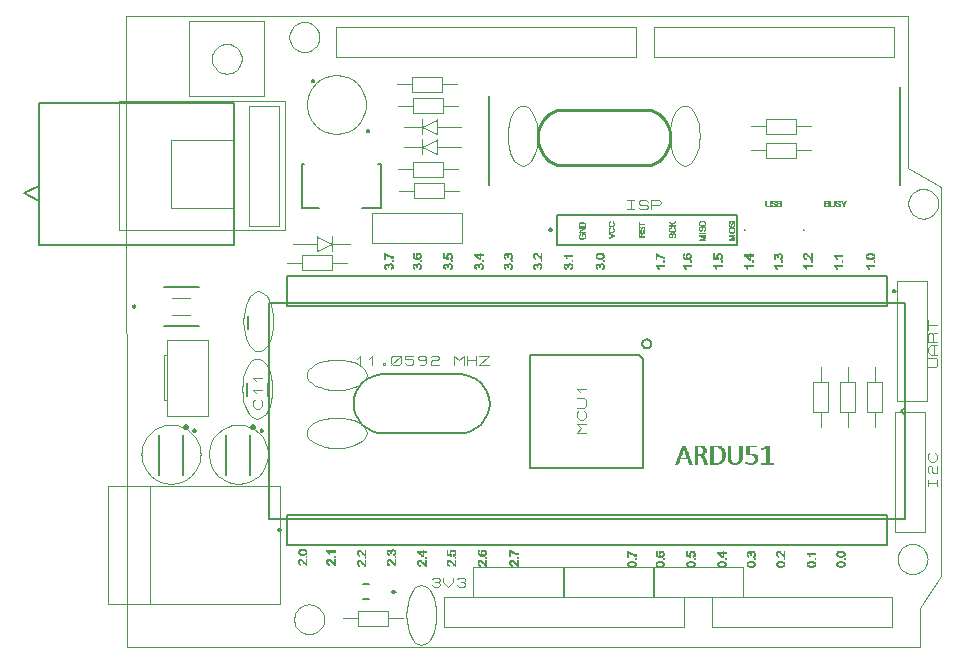
<source format=gbr>
G04 PROTEUS GERBER X2 FILE*
%TF.GenerationSoftware,Labcenter,Proteus,8.17-SP5-Build39395*%
%TF.CreationDate,2026-01-10T11:00:32+00:00*%
%TF.FileFunction,Legend,Top*%
%TF.FilePolarity,Positive*%
%TF.Part,Single*%
%TF.SameCoordinates,{bf2e7aaa-9c56-4ce5-bc4f-43878dba84a3}*%
%FSLAX45Y45*%
%MOMM*%
G01*
%TA.AperFunction,Material*%
%ADD55C,0.200000*%
%ADD56C,0.152400*%
%ADD57C,0.203200*%
%ADD58C,0.101600*%
%TA.AperFunction,NonMaterial*%
%ADD59C,0.063500*%
%TA.AperFunction,Material*%
%ADD60C,0.250000*%
%TA.AperFunction,NonMaterial*%
%ADD54C,0.101600*%
%TA.AperFunction,Material*%
%ADD61C,0.120000*%
%ADD62C,0.100000*%
%TA.AperFunction,Profile*%
%ADD51C,0.101600*%
%TA.AperFunction,Material*%
%ADD63C,0.127000*%
%TD.AperFunction*%
D55*
X-2655000Y+5433000D02*
X-2655000Y+5687000D01*
X+2425000Y+5687000D02*
X+2425000Y+5433000D01*
X+2425000Y+5687000D02*
X-2655000Y+5687000D01*
X+2425000Y+5433000D02*
X-2655000Y+5433000D01*
X-2710000Y+5560000D02*
X-2710035Y+5560831D01*
X-2710316Y+5562495D01*
X-2710906Y+5564159D01*
X-2711870Y+5565823D01*
X-2713345Y+5567464D01*
X-2715009Y+5568665D01*
X-2716673Y+5569430D01*
X-2718337Y+5569861D01*
X-2720000Y+5570000D01*
X-2730000Y+5560000D02*
X-2729965Y+5560831D01*
X-2729684Y+5562495D01*
X-2729094Y+5564159D01*
X-2728130Y+5565823D01*
X-2726655Y+5567464D01*
X-2724991Y+5568665D01*
X-2723327Y+5569430D01*
X-2721663Y+5569861D01*
X-2720000Y+5570000D01*
X-2730000Y+5560000D02*
X-2729965Y+5559169D01*
X-2729684Y+5557505D01*
X-2729094Y+5555841D01*
X-2728130Y+5554177D01*
X-2726655Y+5552536D01*
X-2724991Y+5551335D01*
X-2723327Y+5550570D01*
X-2721663Y+5550139D01*
X-2720000Y+5550000D01*
X-2710000Y+5560000D02*
X-2710035Y+5559169D01*
X-2710316Y+5557505D01*
X-2710906Y+5555841D01*
X-2711870Y+5554177D01*
X-2713345Y+5552536D01*
X-2715009Y+5551335D01*
X-2716673Y+5550570D01*
X-2718337Y+5550139D01*
X-2720000Y+5550000D01*
D56*
X-2812563Y+7476400D02*
X-2812563Y+5647600D01*
X+2572237Y+5647600D01*
X+2572237Y+7476400D01*
X-2812563Y+7476400D01*
X+2541757Y+6562000D02*
X+2572237Y+6531520D01*
X+2572237Y+6592480D02*
X+2541757Y+6562000D01*
D55*
X+2420000Y+7707000D02*
X+2420000Y+7453000D01*
X-2660000Y+7453000D02*
X-2660000Y+7707000D01*
X-2660000Y+7453000D02*
X+2420000Y+7453000D01*
X-2660000Y+7707000D02*
X+2420000Y+7707000D01*
X+2495000Y+7580000D02*
X+2494965Y+7580831D01*
X+2494684Y+7582495D01*
X+2494094Y+7584159D01*
X+2493130Y+7585823D01*
X+2491655Y+7587464D01*
X+2489991Y+7588665D01*
X+2488327Y+7589430D01*
X+2486663Y+7589861D01*
X+2485000Y+7590000D01*
X+2475000Y+7580000D02*
X+2475035Y+7580831D01*
X+2475316Y+7582495D01*
X+2475906Y+7584159D01*
X+2476870Y+7585823D01*
X+2478345Y+7587464D01*
X+2480009Y+7588665D01*
X+2481673Y+7589430D01*
X+2483337Y+7589861D01*
X+2485000Y+7590000D01*
X+2475000Y+7580000D02*
X+2475035Y+7579169D01*
X+2475316Y+7577505D01*
X+2475906Y+7575841D01*
X+2476870Y+7574177D01*
X+2478345Y+7572536D01*
X+2480009Y+7571335D01*
X+2481673Y+7570570D01*
X+2483337Y+7570139D01*
X+2485000Y+7570000D01*
X+2495000Y+7580000D02*
X+2494965Y+7579169D01*
X+2494684Y+7577505D01*
X+2494094Y+7575841D01*
X+2493130Y+7574177D01*
X+2491655Y+7572536D01*
X+2489991Y+7571335D01*
X+2488327Y+7570570D01*
X+2486663Y+7570139D01*
X+2485000Y+7570000D01*
D57*
X+319837Y+7042000D02*
X+359837Y+7002000D01*
X+359837Y+6082000D01*
X-600163Y+6082000D01*
X-600163Y+7042000D01*
X+319837Y+7042000D01*
D56*
X+425937Y+7133500D02*
X+425806Y+7136658D01*
X+424740Y+7142976D01*
X+422509Y+7149294D01*
X+418864Y+7155612D01*
X+413289Y+7161851D01*
X+406971Y+7166447D01*
X+400653Y+7169380D01*
X+394335Y+7171042D01*
X+388017Y+7171600D01*
X+387837Y+7171600D01*
X+349737Y+7133500D02*
X+349868Y+7136658D01*
X+350934Y+7142976D01*
X+353165Y+7149294D01*
X+356810Y+7155612D01*
X+362385Y+7161851D01*
X+368703Y+7166447D01*
X+375021Y+7169380D01*
X+381339Y+7171042D01*
X+387657Y+7171600D01*
X+387837Y+7171600D01*
X+349737Y+7133500D02*
X+349868Y+7130342D01*
X+350934Y+7124024D01*
X+353165Y+7117706D01*
X+356810Y+7111388D01*
X+362385Y+7105149D01*
X+368703Y+7100553D01*
X+375021Y+7097620D01*
X+381339Y+7095958D01*
X+387657Y+7095400D01*
X+387837Y+7095400D01*
X+425937Y+7133500D02*
X+425806Y+7130342D01*
X+424740Y+7124024D01*
X+422509Y+7117706D01*
X+418864Y+7111388D01*
X+413289Y+7105149D01*
X+406971Y+7100553D01*
X+400653Y+7097620D01*
X+394335Y+7095958D01*
X+388017Y+7095400D01*
X+387837Y+7095400D01*
D58*
X-128563Y+6378640D02*
X-204763Y+6378640D01*
X-166663Y+6418645D01*
X-204763Y+6458650D01*
X-128563Y+6458650D01*
X-141263Y+6565330D02*
X-128563Y+6551995D01*
X-128563Y+6511990D01*
X-153963Y+6485320D01*
X-179363Y+6485320D01*
X-204763Y+6511990D01*
X-204763Y+6551995D01*
X-192063Y+6565330D01*
X-204763Y+6592000D02*
X-141263Y+6592000D01*
X-128563Y+6605335D01*
X-128563Y+6658675D01*
X-141263Y+6672010D01*
X-204763Y+6672010D01*
X-179363Y+6725350D02*
X-204763Y+6752020D01*
X-128563Y+6752020D01*
X-4170000Y+4930000D02*
X-2720000Y+4930000D01*
X-2720000Y+5930000D01*
X-4170000Y+5930000D01*
X-4170000Y+4930000D01*
X-3820000Y+5930000D02*
X-3820000Y+4930000D01*
D55*
X-3000000Y+6805000D02*
X-3000000Y+6695000D01*
X-2820000Y+6805000D02*
X-2820000Y+6695000D01*
D58*
X-2881100Y+6659990D02*
X-2868400Y+6646655D01*
X-2868400Y+6606650D01*
X-2893800Y+6579980D01*
X-2919200Y+6579980D01*
X-2944600Y+6606650D01*
X-2944600Y+6646655D01*
X-2931900Y+6659990D01*
X-2919200Y+6713330D02*
X-2944600Y+6740000D01*
X-2868400Y+6740000D01*
X-2919200Y+6820010D02*
X-2944600Y+6846680D01*
X-2868400Y+6846680D01*
X-3327160Y+6526020D02*
X-3327160Y+7166100D01*
X-3675140Y+7166100D01*
X-3675140Y+6526020D01*
X-3329700Y+6526020D01*
X-3675140Y+6660640D02*
X-3695460Y+6660640D01*
X-3695460Y+7039100D01*
X-3677680Y+7039100D01*
D59*
X+626643Y+6117098D02*
X+646963Y+6117098D01*
X+748563Y+6117098D02*
X+768883Y+6117098D01*
X+794283Y+6117098D02*
X+814603Y+6117098D01*
X+875563Y+6117098D02*
X+895883Y+6117098D01*
X+926363Y+6117098D02*
X+992403Y+6117098D01*
X+1109243Y+6117098D02*
X+1154963Y+6117098D01*
X+1241323Y+6117098D02*
X+1287043Y+6117098D01*
X+1358163Y+6117098D02*
X+1454683Y+6117098D01*
X+631723Y+6122178D02*
X+652043Y+6122178D01*
X+743483Y+6122178D02*
X+763803Y+6122178D01*
X+794283Y+6122178D02*
X+814603Y+6122178D01*
X+875563Y+6122178D02*
X+895883Y+6122178D01*
X+926363Y+6122178D02*
X+1007643Y+6122178D01*
X+1099083Y+6122178D02*
X+1165123Y+6122178D01*
X+1226083Y+6122178D02*
X+1297203Y+6122178D01*
X+1358163Y+6122178D02*
X+1454683Y+6122178D01*
X+631723Y+6127258D02*
X+652043Y+6127258D01*
X+743483Y+6127258D02*
X+763803Y+6127258D01*
X+794283Y+6127258D02*
X+814603Y+6127258D01*
X+870483Y+6127258D02*
X+890803Y+6127258D01*
X+926363Y+6127258D02*
X+946683Y+6127258D01*
X+987323Y+6127258D02*
X+1017803Y+6127258D01*
X+1088923Y+6127258D02*
X+1119403Y+6127258D01*
X+1144803Y+6127258D02*
X+1170203Y+6127258D01*
X+1221003Y+6127258D02*
X+1246403Y+6127258D01*
X+1276883Y+6127258D02*
X+1307363Y+6127258D01*
X+1398803Y+6127258D02*
X+1419123Y+6127258D01*
X+636803Y+6132338D02*
X+657123Y+6132338D01*
X+738403Y+6132338D02*
X+763803Y+6132338D01*
X+794283Y+6132338D02*
X+814603Y+6132338D01*
X+870483Y+6132338D02*
X+890803Y+6132338D01*
X+926363Y+6132338D02*
X+946683Y+6132338D01*
X+1002563Y+6132338D02*
X+1022883Y+6132338D01*
X+1083843Y+6132338D02*
X+1109243Y+6132338D01*
X+1154963Y+6132338D02*
X+1175283Y+6132338D01*
X+1221003Y+6132338D02*
X+1236243Y+6132338D01*
X+1287043Y+6132338D02*
X+1312443Y+6132338D01*
X+1398803Y+6132338D02*
X+1419123Y+6132338D01*
X+636803Y+6137418D02*
X+657123Y+6137418D01*
X+738403Y+6137418D02*
X+758723Y+6137418D01*
X+794283Y+6137418D02*
X+814603Y+6137418D01*
X+870483Y+6137418D02*
X+890803Y+6137418D01*
X+926363Y+6137418D02*
X+946683Y+6137418D01*
X+1007643Y+6137418D02*
X+1027963Y+6137418D01*
X+1083843Y+6137418D02*
X+1104163Y+6137418D01*
X+1160043Y+6137418D02*
X+1180363Y+6137418D01*
X+1292123Y+6137418D02*
X+1317523Y+6137418D01*
X+1398803Y+6137418D02*
X+1419123Y+6137418D01*
X+636803Y+6142498D02*
X+657123Y+6142498D01*
X+738403Y+6142498D02*
X+758723Y+6142498D01*
X+794283Y+6142498D02*
X+814603Y+6142498D01*
X+865403Y+6142498D02*
X+885723Y+6142498D01*
X+926363Y+6142498D02*
X+946683Y+6142498D01*
X+1012723Y+6142498D02*
X+1033043Y+6142498D01*
X+1078763Y+6142498D02*
X+1099083Y+6142498D01*
X+1165123Y+6142498D02*
X+1185443Y+6142498D01*
X+1297203Y+6142498D02*
X+1317523Y+6142498D01*
X+1398803Y+6142498D02*
X+1419123Y+6142498D01*
X+641883Y+6147578D02*
X+662203Y+6147578D01*
X+733323Y+6147578D02*
X+753643Y+6147578D01*
X+794283Y+6147578D02*
X+814603Y+6147578D01*
X+865403Y+6147578D02*
X+885723Y+6147578D01*
X+926363Y+6147578D02*
X+946683Y+6147578D01*
X+1017803Y+6147578D02*
X+1038123Y+6147578D01*
X+1078763Y+6147578D02*
X+1099083Y+6147578D01*
X+1165123Y+6147578D02*
X+1185443Y+6147578D01*
X+1302283Y+6147578D02*
X+1322603Y+6147578D01*
X+1398803Y+6147578D02*
X+1419123Y+6147578D01*
X+641883Y+6152658D02*
X+662203Y+6152658D01*
X+733323Y+6152658D02*
X+753643Y+6152658D01*
X+794283Y+6152658D02*
X+814603Y+6152658D01*
X+865403Y+6152658D02*
X+885723Y+6152658D01*
X+926363Y+6152658D02*
X+946683Y+6152658D01*
X+1017803Y+6152658D02*
X+1038123Y+6152658D01*
X+1073683Y+6152658D02*
X+1094003Y+6152658D01*
X+1170203Y+6152658D02*
X+1185443Y+6152658D01*
X+1302283Y+6152658D02*
X+1322603Y+6152658D01*
X+1398803Y+6152658D02*
X+1419123Y+6152658D01*
X+641883Y+6157738D02*
X+662203Y+6157738D01*
X+733323Y+6157738D02*
X+753643Y+6157738D01*
X+794283Y+6157738D02*
X+814603Y+6157738D01*
X+860323Y+6157738D02*
X+880643Y+6157738D01*
X+926363Y+6157738D02*
X+946683Y+6157738D01*
X+1022883Y+6157738D02*
X+1043203Y+6157738D01*
X+1073683Y+6157738D02*
X+1094003Y+6157738D01*
X+1170203Y+6157738D02*
X+1190523Y+6157738D01*
X+1302283Y+6157738D02*
X+1322603Y+6157738D01*
X+1398803Y+6157738D02*
X+1419123Y+6157738D01*
X+646963Y+6162818D02*
X+748563Y+6162818D01*
X+794283Y+6162818D02*
X+814603Y+6162818D01*
X+860323Y+6162818D02*
X+880643Y+6162818D01*
X+926363Y+6162818D02*
X+946683Y+6162818D01*
X+1022883Y+6162818D02*
X+1043203Y+6162818D01*
X+1073683Y+6162818D02*
X+1094003Y+6162818D01*
X+1170203Y+6162818D02*
X+1190523Y+6162818D01*
X+1302283Y+6162818D02*
X+1322603Y+6162818D01*
X+1398803Y+6162818D02*
X+1419123Y+6162818D01*
X+646963Y+6167898D02*
X+748563Y+6167898D01*
X+794283Y+6167898D02*
X+814603Y+6167898D01*
X+855243Y+6167898D02*
X+875563Y+6167898D01*
X+926363Y+6167898D02*
X+946683Y+6167898D01*
X+1022883Y+6167898D02*
X+1043203Y+6167898D01*
X+1073683Y+6167898D02*
X+1094003Y+6167898D01*
X+1170203Y+6167898D02*
X+1190523Y+6167898D01*
X+1302283Y+6167898D02*
X+1322603Y+6167898D01*
X+1398803Y+6167898D02*
X+1419123Y+6167898D01*
X+652043Y+6172978D02*
X+667283Y+6172978D01*
X+728243Y+6172978D02*
X+748563Y+6172978D01*
X+794283Y+6172978D02*
X+814603Y+6172978D01*
X+855243Y+6172978D02*
X+875563Y+6172978D01*
X+926363Y+6172978D02*
X+946683Y+6172978D01*
X+1027963Y+6172978D02*
X+1048283Y+6172978D01*
X+1073683Y+6172978D02*
X+1094003Y+6172978D01*
X+1170203Y+6172978D02*
X+1190523Y+6172978D01*
X+1302283Y+6172978D02*
X+1322603Y+6172978D01*
X+1398803Y+6172978D02*
X+1419123Y+6172978D01*
X+652043Y+6178058D02*
X+672363Y+6178058D01*
X+723163Y+6178058D02*
X+743483Y+6178058D01*
X+794283Y+6178058D02*
X+814603Y+6178058D01*
X+850163Y+6178058D02*
X+870483Y+6178058D01*
X+926363Y+6178058D02*
X+946683Y+6178058D01*
X+1027963Y+6178058D02*
X+1048283Y+6178058D01*
X+1073683Y+6178058D02*
X+1094003Y+6178058D01*
X+1170203Y+6178058D02*
X+1190523Y+6178058D01*
X+1297203Y+6178058D02*
X+1322603Y+6178058D01*
X+1398803Y+6178058D02*
X+1419123Y+6178058D01*
X+652043Y+6183138D02*
X+672363Y+6183138D01*
X+723163Y+6183138D02*
X+743483Y+6183138D01*
X+794283Y+6183138D02*
X+814603Y+6183138D01*
X+845083Y+6183138D02*
X+870483Y+6183138D01*
X+926363Y+6183138D02*
X+946683Y+6183138D01*
X+1027963Y+6183138D02*
X+1048283Y+6183138D01*
X+1073683Y+6183138D02*
X+1094003Y+6183138D01*
X+1170203Y+6183138D02*
X+1190523Y+6183138D01*
X+1297203Y+6183138D02*
X+1317523Y+6183138D01*
X+1398803Y+6183138D02*
X+1419123Y+6183138D01*
X+657123Y+6188218D02*
X+677443Y+6188218D01*
X+718083Y+6188218D02*
X+738403Y+6188218D01*
X+794283Y+6188218D02*
X+814603Y+6188218D01*
X+840003Y+6188218D02*
X+865403Y+6188218D01*
X+926363Y+6188218D02*
X+946683Y+6188218D01*
X+1027963Y+6188218D02*
X+1048283Y+6188218D01*
X+1073683Y+6188218D02*
X+1094003Y+6188218D01*
X+1170203Y+6188218D02*
X+1190523Y+6188218D01*
X+1292123Y+6188218D02*
X+1317523Y+6188218D01*
X+1398803Y+6188218D02*
X+1419123Y+6188218D01*
X+657123Y+6193298D02*
X+677443Y+6193298D01*
X+718083Y+6193298D02*
X+738403Y+6193298D01*
X+794283Y+6193298D02*
X+860323Y+6193298D01*
X+926363Y+6193298D02*
X+946683Y+6193298D01*
X+1027963Y+6193298D02*
X+1048283Y+6193298D01*
X+1073683Y+6193298D02*
X+1094003Y+6193298D01*
X+1170203Y+6193298D02*
X+1190523Y+6193298D01*
X+1281963Y+6193298D02*
X+1312443Y+6193298D01*
X+1398803Y+6193298D02*
X+1419123Y+6193298D01*
X+657123Y+6198378D02*
X+677443Y+6198378D01*
X+718083Y+6198378D02*
X+738403Y+6198378D01*
X+794283Y+6198378D02*
X+865403Y+6198378D01*
X+926363Y+6198378D02*
X+946683Y+6198378D01*
X+1027963Y+6198378D02*
X+1048283Y+6198378D01*
X+1073683Y+6198378D02*
X+1094003Y+6198378D01*
X+1170203Y+6198378D02*
X+1190523Y+6198378D01*
X+1231163Y+6198378D02*
X+1302283Y+6198378D01*
X+1398803Y+6198378D02*
X+1419123Y+6198378D01*
X+662203Y+6203458D02*
X+682523Y+6203458D01*
X+713003Y+6203458D02*
X+733323Y+6203458D01*
X+794283Y+6203458D02*
X+814603Y+6203458D01*
X+845083Y+6203458D02*
X+870483Y+6203458D01*
X+926363Y+6203458D02*
X+946683Y+6203458D01*
X+1027963Y+6203458D02*
X+1048283Y+6203458D01*
X+1073683Y+6203458D02*
X+1094003Y+6203458D01*
X+1170203Y+6203458D02*
X+1190523Y+6203458D01*
X+1231163Y+6203458D02*
X+1292123Y+6203458D01*
X+1398803Y+6203458D02*
X+1419123Y+6203458D01*
X+662203Y+6208538D02*
X+682523Y+6208538D01*
X+713003Y+6208538D02*
X+733323Y+6208538D01*
X+794283Y+6208538D02*
X+814603Y+6208538D01*
X+855243Y+6208538D02*
X+875563Y+6208538D01*
X+926363Y+6208538D02*
X+946683Y+6208538D01*
X+1027963Y+6208538D02*
X+1048283Y+6208538D01*
X+1073683Y+6208538D02*
X+1094003Y+6208538D01*
X+1170203Y+6208538D02*
X+1190523Y+6208538D01*
X+1231163Y+6208538D02*
X+1251483Y+6208538D01*
X+1398803Y+6208538D02*
X+1419123Y+6208538D01*
X+667283Y+6213618D02*
X+682523Y+6213618D01*
X+713003Y+6213618D02*
X+733323Y+6213618D01*
X+794283Y+6213618D02*
X+814603Y+6213618D01*
X+860323Y+6213618D02*
X+880643Y+6213618D01*
X+926363Y+6213618D02*
X+946683Y+6213618D01*
X+1027963Y+6213618D02*
X+1048283Y+6213618D01*
X+1073683Y+6213618D02*
X+1094003Y+6213618D01*
X+1170203Y+6213618D02*
X+1190523Y+6213618D01*
X+1231163Y+6213618D02*
X+1251483Y+6213618D01*
X+1398803Y+6213618D02*
X+1419123Y+6213618D01*
X+667283Y+6218698D02*
X+687603Y+6218698D01*
X+707923Y+6218698D02*
X+728243Y+6218698D01*
X+794283Y+6218698D02*
X+814603Y+6218698D01*
X+865403Y+6218698D02*
X+885723Y+6218698D01*
X+926363Y+6218698D02*
X+946683Y+6218698D01*
X+1022883Y+6218698D02*
X+1048283Y+6218698D01*
X+1073683Y+6218698D02*
X+1094003Y+6218698D01*
X+1170203Y+6218698D02*
X+1190523Y+6218698D01*
X+1231163Y+6218698D02*
X+1251483Y+6218698D01*
X+1398803Y+6218698D02*
X+1419123Y+6218698D01*
X+667283Y+6223778D02*
X+687603Y+6223778D01*
X+707923Y+6223778D02*
X+728243Y+6223778D01*
X+794283Y+6223778D02*
X+814603Y+6223778D01*
X+865403Y+6223778D02*
X+885723Y+6223778D01*
X+926363Y+6223778D02*
X+946683Y+6223778D01*
X+1022883Y+6223778D02*
X+1043203Y+6223778D01*
X+1073683Y+6223778D02*
X+1094003Y+6223778D01*
X+1170203Y+6223778D02*
X+1190523Y+6223778D01*
X+1231163Y+6223778D02*
X+1251483Y+6223778D01*
X+1398803Y+6223778D02*
X+1419123Y+6223778D01*
X+672363Y+6228858D02*
X+687603Y+6228858D01*
X+707923Y+6228858D02*
X+723163Y+6228858D01*
X+794283Y+6228858D02*
X+814603Y+6228858D01*
X+865403Y+6228858D02*
X+885723Y+6228858D01*
X+926363Y+6228858D02*
X+946683Y+6228858D01*
X+1022883Y+6228858D02*
X+1043203Y+6228858D01*
X+1073683Y+6228858D02*
X+1094003Y+6228858D01*
X+1170203Y+6228858D02*
X+1190523Y+6228858D01*
X+1231163Y+6228858D02*
X+1251483Y+6228858D01*
X+1398803Y+6228858D02*
X+1419123Y+6228858D01*
X+672363Y+6233938D02*
X+692683Y+6233938D01*
X+702843Y+6233938D02*
X+723163Y+6233938D01*
X+794283Y+6233938D02*
X+814603Y+6233938D01*
X+865403Y+6233938D02*
X+885723Y+6233938D01*
X+926363Y+6233938D02*
X+946683Y+6233938D01*
X+1017803Y+6233938D02*
X+1043203Y+6233938D01*
X+1073683Y+6233938D02*
X+1094003Y+6233938D01*
X+1170203Y+6233938D02*
X+1190523Y+6233938D01*
X+1231163Y+6233938D02*
X+1251483Y+6233938D01*
X+1398803Y+6233938D02*
X+1419123Y+6233938D01*
X+677443Y+6239018D02*
X+692683Y+6239018D01*
X+702843Y+6239018D02*
X+723163Y+6239018D01*
X+794283Y+6239018D02*
X+814603Y+6239018D01*
X+865403Y+6239018D02*
X+885723Y+6239018D01*
X+926363Y+6239018D02*
X+946683Y+6239018D01*
X+1017803Y+6239018D02*
X+1038123Y+6239018D01*
X+1073683Y+6239018D02*
X+1094003Y+6239018D01*
X+1170203Y+6239018D02*
X+1190523Y+6239018D01*
X+1231163Y+6239018D02*
X+1251483Y+6239018D01*
X+1398803Y+6239018D02*
X+1419123Y+6239018D01*
X+677443Y+6244098D02*
X+718083Y+6244098D01*
X+794283Y+6244098D02*
X+814603Y+6244098D01*
X+865403Y+6244098D02*
X+885723Y+6244098D01*
X+926363Y+6244098D02*
X+946683Y+6244098D01*
X+1012723Y+6244098D02*
X+1033043Y+6244098D01*
X+1073683Y+6244098D02*
X+1094003Y+6244098D01*
X+1170203Y+6244098D02*
X+1190523Y+6244098D01*
X+1231163Y+6244098D02*
X+1251483Y+6244098D01*
X+1358163Y+6244098D02*
X+1373403Y+6244098D01*
X+1398803Y+6244098D02*
X+1419123Y+6244098D01*
X+677443Y+6249178D02*
X+718083Y+6249178D01*
X+794283Y+6249178D02*
X+814603Y+6249178D01*
X+860323Y+6249178D02*
X+880643Y+6249178D01*
X+926363Y+6249178D02*
X+946683Y+6249178D01*
X+1007643Y+6249178D02*
X+1033043Y+6249178D01*
X+1073683Y+6249178D02*
X+1094003Y+6249178D01*
X+1170203Y+6249178D02*
X+1190523Y+6249178D01*
X+1231163Y+6249178D02*
X+1251483Y+6249178D01*
X+1358163Y+6249178D02*
X+1383563Y+6249178D01*
X+1398803Y+6249178D02*
X+1419123Y+6249178D01*
X+682523Y+6254258D02*
X+718083Y+6254258D01*
X+794283Y+6254258D02*
X+814603Y+6254258D01*
X+855243Y+6254258D02*
X+880643Y+6254258D01*
X+926363Y+6254258D02*
X+946683Y+6254258D01*
X+997483Y+6254258D02*
X+1027963Y+6254258D01*
X+1073683Y+6254258D02*
X+1094003Y+6254258D01*
X+1170203Y+6254258D02*
X+1190523Y+6254258D01*
X+1231163Y+6254258D02*
X+1251483Y+6254258D01*
X+1368323Y+6254258D02*
X+1388643Y+6254258D01*
X+1398803Y+6254258D02*
X+1419123Y+6254258D01*
X+682523Y+6259338D02*
X+713003Y+6259338D01*
X+794283Y+6259338D02*
X+814603Y+6259338D01*
X+850163Y+6259338D02*
X+875563Y+6259338D01*
X+926363Y+6259338D02*
X+946683Y+6259338D01*
X+987323Y+6259338D02*
X+1017803Y+6259338D01*
X+1073683Y+6259338D02*
X+1094003Y+6259338D01*
X+1170203Y+6259338D02*
X+1190523Y+6259338D01*
X+1231163Y+6259338D02*
X+1251483Y+6259338D01*
X+1378483Y+6259338D02*
X+1419123Y+6259338D01*
X+682523Y+6264418D02*
X+713003Y+6264418D01*
X+794283Y+6264418D02*
X+870483Y+6264418D01*
X+926363Y+6264418D02*
X+1012723Y+6264418D01*
X+1073683Y+6264418D02*
X+1094003Y+6264418D01*
X+1170203Y+6264418D02*
X+1190523Y+6264418D01*
X+1231163Y+6264418D02*
X+1312443Y+6264418D01*
X+1388643Y+6264418D02*
X+1419123Y+6264418D01*
X+687603Y+6269498D02*
X+707923Y+6269498D01*
X+794283Y+6269498D02*
X+855243Y+6269498D01*
X+926363Y+6269498D02*
X+997483Y+6269498D01*
X+1073683Y+6269498D02*
X+1094003Y+6269498D01*
X+1170203Y+6269498D02*
X+1190523Y+6269498D01*
X+1231163Y+6269498D02*
X+1312443Y+6269498D01*
X+1398803Y+6269498D02*
X+1419123Y+6269498D01*
D60*
X-3507500Y+6430000D02*
X-3507543Y+6431039D01*
X-3507895Y+6433118D01*
X-3508632Y+6435197D01*
X-3509836Y+6437276D01*
X-3511677Y+6439326D01*
X-3513756Y+6440829D01*
X-3515835Y+6441786D01*
X-3517914Y+6442325D01*
X-3519993Y+6442500D01*
X-3520000Y+6442500D01*
X-3532500Y+6430000D02*
X-3532457Y+6431039D01*
X-3532105Y+6433118D01*
X-3531368Y+6435197D01*
X-3530164Y+6437276D01*
X-3528323Y+6439326D01*
X-3526244Y+6440829D01*
X-3524165Y+6441786D01*
X-3522086Y+6442325D01*
X-3520007Y+6442500D01*
X-3520000Y+6442500D01*
X-3532500Y+6430000D02*
X-3532457Y+6428961D01*
X-3532105Y+6426882D01*
X-3531368Y+6424803D01*
X-3530164Y+6422724D01*
X-3528323Y+6420674D01*
X-3526244Y+6419171D01*
X-3524165Y+6418214D01*
X-3522086Y+6417675D01*
X-3520007Y+6417500D01*
X-3520000Y+6417500D01*
X-3507500Y+6430000D02*
X-3507543Y+6428961D01*
X-3507895Y+6426882D01*
X-3508632Y+6424803D01*
X-3509836Y+6422724D01*
X-3511677Y+6420674D01*
X-3513756Y+6419171D01*
X-3515835Y+6418214D01*
X-3517914Y+6417675D01*
X-3519993Y+6417500D01*
X-3520000Y+6417500D01*
D55*
X-3537500Y+6365000D02*
X-3537500Y+6025000D01*
X-3742500Y+6365000D02*
X-3742500Y+6025000D01*
D60*
X-2937500Y+6430000D02*
X-2937543Y+6431039D01*
X-2937895Y+6433118D01*
X-2938632Y+6435197D01*
X-2939836Y+6437276D01*
X-2941677Y+6439326D01*
X-2943756Y+6440829D01*
X-2945835Y+6441786D01*
X-2947914Y+6442325D01*
X-2949993Y+6442500D01*
X-2950000Y+6442500D01*
X-2962500Y+6430000D02*
X-2962457Y+6431039D01*
X-2962105Y+6433118D01*
X-2961368Y+6435197D01*
X-2960164Y+6437276D01*
X-2958323Y+6439326D01*
X-2956244Y+6440829D01*
X-2954165Y+6441786D01*
X-2952086Y+6442325D01*
X-2950007Y+6442500D01*
X-2950000Y+6442500D01*
X-2962500Y+6430000D02*
X-2962457Y+6428961D01*
X-2962105Y+6426882D01*
X-2961368Y+6424803D01*
X-2960164Y+6422724D01*
X-2958323Y+6420674D01*
X-2956244Y+6419171D01*
X-2954165Y+6418214D01*
X-2952086Y+6417675D01*
X-2950007Y+6417500D01*
X-2950000Y+6417500D01*
X-2937500Y+6430000D02*
X-2937543Y+6428961D01*
X-2937895Y+6426882D01*
X-2938632Y+6424803D01*
X-2939836Y+6422724D01*
X-2941677Y+6420674D01*
X-2943756Y+6419171D01*
X-2945835Y+6418214D01*
X-2947914Y+6417675D01*
X-2949993Y+6417500D01*
X-2950000Y+6417500D01*
D55*
X-2967500Y+6365000D02*
X-2967500Y+6025000D01*
X-3172500Y+6365000D02*
X-3172500Y+6025000D01*
D58*
X-3631140Y+7523660D02*
X-3478740Y+7523660D01*
X-3628600Y+7376340D02*
X-3478740Y+7376340D01*
D55*
X-3702000Y+7612000D02*
X-3402000Y+7612000D01*
X-3702000Y+7288000D02*
X-3402000Y+7288000D01*
X-3952000Y+7460000D02*
X-3959071Y+7457071D01*
X-3962000Y+7450000D01*
X-3959071Y+7442929D01*
X-3952000Y+7440000D01*
X-3944929Y+7442929D01*
X-3942000Y+7450000D01*
X-3944929Y+7457071D01*
X-3952000Y+7460000D01*
D58*
X-1520000Y+4583000D02*
X-1545876Y+4588080D01*
X-1569848Y+4602685D01*
X-1591438Y+4625862D01*
X-1610170Y+4656660D01*
X-1625569Y+4694125D01*
X-1637158Y+4737305D01*
X-1644460Y+4785248D01*
X-1647000Y+4837000D01*
X-1520000Y+5091000D02*
X-1545876Y+5085920D01*
X-1569848Y+5071315D01*
X-1591438Y+5048138D01*
X-1610170Y+5017340D01*
X-1625569Y+4979875D01*
X-1637158Y+4936695D01*
X-1644460Y+4888752D01*
X-1647000Y+4837000D01*
X-1520000Y+4583000D02*
X-1494124Y+4588080D01*
X-1470152Y+4602685D01*
X-1448562Y+4625862D01*
X-1429830Y+4656660D01*
X-1414431Y+4694125D01*
X-1402842Y+4737305D01*
X-1395540Y+4785248D01*
X-1393000Y+4837000D01*
X-1520000Y+5091000D02*
X-1494124Y+5085920D01*
X-1470152Y+5071315D01*
X-1448562Y+5048138D01*
X-1429830Y+5017340D01*
X-1414431Y+4979875D01*
X-1402842Y+4936695D01*
X-1395540Y+4888752D01*
X-1393000Y+4837000D01*
D59*
X+1081984Y+8013223D02*
X+1081984Y+8018303D01*
X+1081984Y+8053863D02*
X+1081984Y+8058943D01*
X+1081984Y+8084343D02*
X+1081984Y+8109743D01*
X+1081984Y+8135143D02*
X+1081984Y+8160543D01*
X+1081984Y+8170703D02*
X+1081984Y+8175783D01*
X+1087064Y+8013223D02*
X+1087064Y+8023383D01*
X+1087064Y+8048783D02*
X+1087064Y+8058943D01*
X+1087064Y+8079263D02*
X+1087064Y+8084343D01*
X+1087064Y+8109743D02*
X+1087064Y+8114823D01*
X+1087064Y+8130063D02*
X+1087064Y+8135143D01*
X+1087064Y+8160543D02*
X+1087064Y+8165623D01*
X+1087064Y+8170703D02*
X+1087064Y+8175783D01*
X+1092144Y+8013223D02*
X+1092144Y+8023383D01*
X+1092144Y+8048783D02*
X+1092144Y+8058943D01*
X+1092144Y+8074183D02*
X+1092144Y+8079263D01*
X+1092144Y+8114823D02*
X+1092144Y+8119903D01*
X+1092144Y+8130063D02*
X+1092144Y+8135143D01*
X+1092144Y+8160543D02*
X+1092144Y+8165623D01*
X+1092144Y+8170703D02*
X+1092144Y+8175783D01*
X+1097224Y+8013223D02*
X+1097224Y+8018303D01*
X+1097224Y+8023383D02*
X+1097224Y+8028463D01*
X+1097224Y+8043703D02*
X+1097224Y+8048783D01*
X+1097224Y+8053863D02*
X+1097224Y+8058943D01*
X+1097224Y+8074183D02*
X+1097224Y+8079263D01*
X+1097224Y+8114823D02*
X+1097224Y+8119903D01*
X+1097224Y+8130063D02*
X+1097224Y+8135143D01*
X+1097224Y+8170703D02*
X+1097224Y+8175783D01*
X+1102304Y+8013223D02*
X+1102304Y+8018303D01*
X+1102304Y+8023383D02*
X+1102304Y+8028463D01*
X+1102304Y+8043703D02*
X+1102304Y+8048783D01*
X+1102304Y+8053863D02*
X+1102304Y+8058943D01*
X+1102304Y+8074183D02*
X+1102304Y+8079263D01*
X+1102304Y+8114823D02*
X+1102304Y+8119903D01*
X+1102304Y+8135143D02*
X+1102304Y+8150383D01*
X+1102304Y+8170703D02*
X+1102304Y+8175783D01*
X+1107384Y+8013223D02*
X+1107384Y+8018303D01*
X+1107384Y+8023383D02*
X+1107384Y+8028463D01*
X+1107384Y+8043703D02*
X+1107384Y+8048783D01*
X+1107384Y+8053863D02*
X+1107384Y+8058943D01*
X+1107384Y+8074183D02*
X+1107384Y+8079263D01*
X+1107384Y+8114823D02*
X+1107384Y+8119903D01*
X+1107384Y+8150383D02*
X+1107384Y+8160543D01*
X+1107384Y+8170703D02*
X+1107384Y+8175783D01*
X+1112464Y+8013223D02*
X+1112464Y+8018303D01*
X+1112464Y+8028463D02*
X+1112464Y+8033543D01*
X+1112464Y+8038623D02*
X+1112464Y+8043703D01*
X+1112464Y+8053863D02*
X+1112464Y+8058943D01*
X+1112464Y+8074183D02*
X+1112464Y+8079263D01*
X+1112464Y+8114823D02*
X+1112464Y+8119903D01*
X+1112464Y+8160543D02*
X+1112464Y+8165623D01*
X+1112464Y+8170703D02*
X+1112464Y+8175783D01*
X+1117544Y+8013223D02*
X+1117544Y+8018303D01*
X+1117544Y+8028463D02*
X+1117544Y+8033543D01*
X+1117544Y+8038623D02*
X+1117544Y+8043703D01*
X+1117544Y+8053863D02*
X+1117544Y+8058943D01*
X+1117544Y+8074183D02*
X+1117544Y+8079263D01*
X+1117544Y+8114823D02*
X+1117544Y+8119903D01*
X+1117544Y+8130063D02*
X+1117544Y+8135143D01*
X+1117544Y+8160543D02*
X+1117544Y+8165623D01*
X+1117544Y+8170703D02*
X+1117544Y+8175783D01*
X+1122624Y+8013223D02*
X+1122624Y+8018303D01*
X+1122624Y+8033543D02*
X+1122624Y+8038623D01*
X+1122624Y+8053863D02*
X+1122624Y+8058943D01*
X+1122624Y+8079263D02*
X+1122624Y+8084343D01*
X+1122624Y+8109743D02*
X+1122624Y+8114823D01*
X+1122624Y+8130063D02*
X+1122624Y+8135143D01*
X+1122624Y+8160543D02*
X+1122624Y+8165623D01*
X+1122624Y+8170703D02*
X+1122624Y+8175783D01*
X+1127704Y+8013223D02*
X+1127704Y+8018303D01*
X+1127704Y+8033543D02*
X+1127704Y+8038623D01*
X+1127704Y+8053863D02*
X+1127704Y+8058943D01*
X+1127704Y+8084343D02*
X+1127704Y+8109743D01*
X+1127704Y+8135143D02*
X+1127704Y+8160543D01*
X+1127704Y+8170703D02*
X+1127704Y+8175783D01*
X+833789Y+8008980D02*
X+833789Y+8014060D01*
X+833789Y+8049620D02*
X+833789Y+8054700D01*
X+833789Y+8069940D02*
X+833789Y+8075020D01*
X+833789Y+8095340D02*
X+833789Y+8120740D01*
X+833789Y+8141060D02*
X+833789Y+8166460D01*
X+838869Y+8008980D02*
X+838869Y+8019140D01*
X+838869Y+8044540D02*
X+838869Y+8054700D01*
X+838869Y+8069940D02*
X+838869Y+8075020D01*
X+838869Y+8090260D02*
X+838869Y+8095340D01*
X+838869Y+8120740D02*
X+838869Y+8125820D01*
X+838869Y+8135980D02*
X+838869Y+8141060D01*
X+838869Y+8166460D02*
X+838869Y+8171540D01*
X+843949Y+8008980D02*
X+843949Y+8019140D01*
X+843949Y+8044540D02*
X+843949Y+8054700D01*
X+843949Y+8069940D02*
X+843949Y+8075020D01*
X+843949Y+8090260D02*
X+843949Y+8095340D01*
X+843949Y+8120740D02*
X+843949Y+8125820D01*
X+843949Y+8130900D02*
X+843949Y+8135980D01*
X+843949Y+8171540D02*
X+843949Y+8176620D01*
X+849029Y+8008980D02*
X+849029Y+8014060D01*
X+849029Y+8019140D02*
X+849029Y+8024220D01*
X+849029Y+8039460D02*
X+849029Y+8044540D01*
X+849029Y+8049620D02*
X+849029Y+8054700D01*
X+849029Y+8069940D02*
X+849029Y+8075020D01*
X+849029Y+8090260D02*
X+849029Y+8095340D01*
X+849029Y+8130900D02*
X+849029Y+8135980D01*
X+849029Y+8171540D02*
X+849029Y+8176620D01*
X+854109Y+8008980D02*
X+854109Y+8014060D01*
X+854109Y+8019140D02*
X+854109Y+8024220D01*
X+854109Y+8039460D02*
X+854109Y+8044540D01*
X+854109Y+8049620D02*
X+854109Y+8054700D01*
X+854109Y+8069940D02*
X+854109Y+8075020D01*
X+854109Y+8095340D02*
X+854109Y+8110580D01*
X+854109Y+8130900D02*
X+854109Y+8135980D01*
X+854109Y+8171540D02*
X+854109Y+8176620D01*
X+859189Y+8008980D02*
X+859189Y+8014060D01*
X+859189Y+8019140D02*
X+859189Y+8024220D01*
X+859189Y+8039460D02*
X+859189Y+8044540D01*
X+859189Y+8049620D02*
X+859189Y+8054700D01*
X+859189Y+8069940D02*
X+859189Y+8075020D01*
X+859189Y+8110580D02*
X+859189Y+8120740D01*
X+859189Y+8130900D02*
X+859189Y+8135980D01*
X+859189Y+8171540D02*
X+859189Y+8176620D01*
X+864269Y+8008980D02*
X+864269Y+8014060D01*
X+864269Y+8024220D02*
X+864269Y+8029300D01*
X+864269Y+8034380D02*
X+864269Y+8039460D01*
X+864269Y+8049620D02*
X+864269Y+8054700D01*
X+864269Y+8069940D02*
X+864269Y+8075020D01*
X+864269Y+8120740D02*
X+864269Y+8125820D01*
X+864269Y+8130900D02*
X+864269Y+8135980D01*
X+864269Y+8171540D02*
X+864269Y+8176620D01*
X+869349Y+8008980D02*
X+869349Y+8014060D01*
X+869349Y+8024220D02*
X+869349Y+8029300D01*
X+869349Y+8034380D02*
X+869349Y+8039460D01*
X+869349Y+8049620D02*
X+869349Y+8054700D01*
X+869349Y+8069940D02*
X+869349Y+8075020D01*
X+869349Y+8090260D02*
X+869349Y+8095340D01*
X+869349Y+8120740D02*
X+869349Y+8125820D01*
X+869349Y+8130900D02*
X+869349Y+8135980D01*
X+869349Y+8171540D02*
X+869349Y+8176620D01*
X+874429Y+8008980D02*
X+874429Y+8014060D01*
X+874429Y+8029300D02*
X+874429Y+8034380D01*
X+874429Y+8049620D02*
X+874429Y+8054700D01*
X+874429Y+8069940D02*
X+874429Y+8075020D01*
X+874429Y+8090260D02*
X+874429Y+8095340D01*
X+874429Y+8120740D02*
X+874429Y+8125820D01*
X+874429Y+8135980D02*
X+874429Y+8141060D01*
X+874429Y+8166460D02*
X+874429Y+8171540D01*
X+879509Y+8008980D02*
X+879509Y+8014060D01*
X+879509Y+8029300D02*
X+879509Y+8034380D01*
X+879509Y+8049620D02*
X+879509Y+8054700D01*
X+879509Y+8069940D02*
X+879509Y+8075020D01*
X+879509Y+8095340D02*
X+879509Y+8120740D01*
X+879509Y+8141060D02*
X+879509Y+8166460D01*
X+65400Y+8028000D02*
X+65400Y+8033080D01*
X+65400Y+8068640D02*
X+65400Y+8073720D01*
X+65400Y+8088960D02*
X+65400Y+8109280D01*
X+65400Y+8139760D02*
X+65400Y+8160080D01*
X+70480Y+8033080D02*
X+70480Y+8038160D01*
X+70480Y+8063560D02*
X+70480Y+8068640D01*
X+70480Y+8083880D02*
X+70480Y+8088960D01*
X+70480Y+8109280D02*
X+70480Y+8114360D01*
X+70480Y+8134680D02*
X+70480Y+8139760D01*
X+70480Y+8160080D02*
X+70480Y+8165160D01*
X+75560Y+8033080D02*
X+75560Y+8038160D01*
X+75560Y+8063560D02*
X+75560Y+8068640D01*
X+75560Y+8078800D02*
X+75560Y+8083880D01*
X+75560Y+8114360D02*
X+75560Y+8119440D01*
X+75560Y+8129600D02*
X+75560Y+8134680D01*
X+75560Y+8165160D02*
X+75560Y+8170240D01*
X+80640Y+8033080D02*
X+80640Y+8038160D01*
X+80640Y+8063560D02*
X+80640Y+8068640D01*
X+80640Y+8078800D02*
X+80640Y+8083880D01*
X+80640Y+8129600D02*
X+80640Y+8134680D01*
X+85720Y+8038160D02*
X+85720Y+8043240D01*
X+85720Y+8058480D02*
X+85720Y+8063560D01*
X+85720Y+8078800D02*
X+85720Y+8083880D01*
X+85720Y+8129600D02*
X+85720Y+8134680D01*
X+90800Y+8038160D02*
X+90800Y+8043240D01*
X+90800Y+8058480D02*
X+90800Y+8063560D01*
X+90800Y+8078800D02*
X+90800Y+8083880D01*
X+90800Y+8129600D02*
X+90800Y+8134680D01*
X+95880Y+8043240D02*
X+95880Y+8048320D01*
X+95880Y+8053400D02*
X+95880Y+8058480D01*
X+95880Y+8078800D02*
X+95880Y+8083880D01*
X+95880Y+8129600D02*
X+95880Y+8134680D01*
X+100960Y+8043240D02*
X+100960Y+8048320D01*
X+100960Y+8053400D02*
X+100960Y+8058480D01*
X+100960Y+8078800D02*
X+100960Y+8083880D01*
X+100960Y+8114360D02*
X+100960Y+8119440D01*
X+100960Y+8129600D02*
X+100960Y+8134680D01*
X+100960Y+8165160D02*
X+100960Y+8170240D01*
X+106040Y+8043240D02*
X+106040Y+8048320D01*
X+106040Y+8053400D02*
X+106040Y+8058480D01*
X+106040Y+8083880D02*
X+106040Y+8088960D01*
X+106040Y+8109280D02*
X+106040Y+8114360D01*
X+106040Y+8134680D02*
X+106040Y+8139760D01*
X+106040Y+8160080D02*
X+106040Y+8165160D01*
X+111120Y+8048320D02*
X+111120Y+8053400D01*
X+111120Y+8088960D02*
X+111120Y+8109280D01*
X+111120Y+8139760D02*
X+111120Y+8160080D01*
X-184600Y+8033240D02*
X-184600Y+8058640D01*
X-184600Y+8078960D02*
X-184600Y+8084040D01*
X-184600Y+8114520D02*
X-184600Y+8119600D01*
X-184600Y+8124680D02*
X-184600Y+8155160D01*
X-179520Y+8028160D02*
X-179520Y+8033240D01*
X-179520Y+8058640D02*
X-179520Y+8063720D01*
X-179520Y+8078960D02*
X-179520Y+8089120D01*
X-179520Y+8114520D02*
X-179520Y+8119600D01*
X-179520Y+8124680D02*
X-179520Y+8129760D01*
X-179520Y+8155160D02*
X-179520Y+8160240D01*
X-174440Y+8023080D02*
X-174440Y+8028160D01*
X-174440Y+8063720D02*
X-174440Y+8068800D01*
X-174440Y+8078960D02*
X-174440Y+8084040D01*
X-174440Y+8089120D02*
X-174440Y+8094200D01*
X-174440Y+8114520D02*
X-174440Y+8119600D01*
X-174440Y+8124680D02*
X-174440Y+8129760D01*
X-174440Y+8160240D02*
X-174440Y+8165320D01*
X-169360Y+8023080D02*
X-169360Y+8028160D01*
X-169360Y+8078960D02*
X-169360Y+8084040D01*
X-169360Y+8094200D02*
X-169360Y+8099280D01*
X-169360Y+8114520D02*
X-169360Y+8119600D01*
X-169360Y+8124680D02*
X-169360Y+8129760D01*
X-169360Y+8160240D02*
X-169360Y+8165320D01*
X-164280Y+8023080D02*
X-164280Y+8028160D01*
X-164280Y+8078960D02*
X-164280Y+8084040D01*
X-164280Y+8094200D02*
X-164280Y+8099280D01*
X-164280Y+8114520D02*
X-164280Y+8119600D01*
X-164280Y+8124680D02*
X-164280Y+8129760D01*
X-164280Y+8160240D02*
X-164280Y+8165320D01*
X-159200Y+8023080D02*
X-159200Y+8028160D01*
X-159200Y+8048480D02*
X-159200Y+8068800D01*
X-159200Y+8078960D02*
X-159200Y+8084040D01*
X-159200Y+8099280D02*
X-159200Y+8104360D01*
X-159200Y+8114520D02*
X-159200Y+8119600D01*
X-159200Y+8124680D02*
X-159200Y+8129760D01*
X-159200Y+8160240D02*
X-159200Y+8165320D01*
X-154120Y+8023080D02*
X-154120Y+8028160D01*
X-154120Y+8063720D02*
X-154120Y+8068800D01*
X-154120Y+8078960D02*
X-154120Y+8084040D01*
X-154120Y+8104360D02*
X-154120Y+8109440D01*
X-154120Y+8114520D02*
X-154120Y+8119600D01*
X-154120Y+8124680D02*
X-154120Y+8129760D01*
X-154120Y+8160240D02*
X-154120Y+8165320D01*
X-149040Y+8023080D02*
X-149040Y+8028160D01*
X-149040Y+8063720D02*
X-149040Y+8068800D01*
X-149040Y+8078960D02*
X-149040Y+8084040D01*
X-149040Y+8104360D02*
X-149040Y+8109440D01*
X-149040Y+8114520D02*
X-149040Y+8119600D01*
X-149040Y+8124680D02*
X-149040Y+8129760D01*
X-149040Y+8160240D02*
X-149040Y+8165320D01*
X-143960Y+8028160D02*
X-143960Y+8033240D01*
X-143960Y+8063720D02*
X-143960Y+8068800D01*
X-143960Y+8078960D02*
X-143960Y+8084040D01*
X-143960Y+8109440D02*
X-143960Y+8119600D01*
X-143960Y+8124680D02*
X-143960Y+8129760D01*
X-143960Y+8155160D02*
X-143960Y+8160240D01*
X-138880Y+8033240D02*
X-138880Y+8063720D01*
X-138880Y+8078960D02*
X-138880Y+8084040D01*
X-138880Y+8114520D02*
X-138880Y+8119600D01*
X-138880Y+8124680D02*
X-138880Y+8155160D01*
D54*
X-4082000Y+8093460D02*
X-2674201Y+8093460D01*
X-2674201Y+9188000D01*
X-4082000Y+9188000D01*
X-4082000Y+8093460D01*
D58*
X-662000Y+8642000D02*
X-687876Y+8647080D01*
X-711848Y+8661685D01*
X-733438Y+8684862D01*
X-752170Y+8715660D01*
X-767569Y+8753125D01*
X-779158Y+8796305D01*
X-786460Y+8844248D01*
X-789000Y+8896000D01*
X-662000Y+9150000D02*
X-687876Y+9144920D01*
X-711848Y+9130315D01*
X-733438Y+9107138D01*
X-752170Y+9076340D01*
X-767569Y+9038875D01*
X-779158Y+8995695D01*
X-786460Y+8947752D01*
X-789000Y+8896000D01*
X-662000Y+8642000D02*
X-636124Y+8647080D01*
X-612152Y+8661685D01*
X-590562Y+8684862D01*
X-571830Y+8715660D01*
X-556431Y+8753125D01*
X-544842Y+8796305D01*
X-537540Y+8844248D01*
X-535000Y+8896000D01*
X-662000Y+9150000D02*
X-636124Y+9144920D01*
X-612152Y+9130315D01*
X-590562Y+9107138D01*
X-571830Y+9076340D01*
X-556431Y+9038875D01*
X-544842Y+8995695D01*
X-537540Y+8947752D01*
X-535000Y+8896000D01*
D60*
X+425605Y+9117000D02*
X-374395Y+9117000D01*
X-374395Y+8647000D02*
X+425605Y+8647000D01*
X+425520Y+8646887D02*
X+459312Y+8663701D01*
X+489967Y+8684978D01*
X+517064Y+8710281D01*
X+540181Y+8739178D01*
X+558896Y+8771233D01*
X+572786Y+8806011D01*
X+581430Y+8843078D01*
X+584405Y+8882000D01*
X+581430Y+8920922D01*
X+572786Y+8957989D01*
X+558896Y+8992767D01*
X+540181Y+9024822D01*
X+517064Y+9053719D01*
X+489967Y+9079022D01*
X+459312Y+9100299D01*
X+425520Y+9117113D01*
X+425605Y+9117000D01*
X-374310Y+9117113D02*
X-408102Y+9100299D01*
X-438757Y+9079022D01*
X-465854Y+9053719D01*
X-488971Y+9024822D01*
X-507686Y+8992767D01*
X-521576Y+8957989D01*
X-530220Y+8920922D01*
X-533195Y+8882000D01*
X-530220Y+8843078D01*
X-521576Y+8806011D01*
X-507686Y+8771233D01*
X-488971Y+8739178D01*
X-465854Y+8710281D01*
X-438757Y+8684978D01*
X-408102Y+8663701D01*
X-374310Y+8646887D01*
X-374395Y+8647000D01*
D59*
X+580190Y+8041740D02*
X+580190Y+8067140D01*
X+580190Y+8092540D02*
X+580190Y+8112860D01*
X+580190Y+8133180D02*
X+580190Y+8138260D01*
X+580190Y+8163660D02*
X+580190Y+8168740D01*
X+585270Y+8036660D02*
X+585270Y+8041740D01*
X+585270Y+8067140D02*
X+585270Y+8072220D01*
X+585270Y+8087460D02*
X+585270Y+8092540D01*
X+585270Y+8112860D02*
X+585270Y+8117940D01*
X+585270Y+8133180D02*
X+585270Y+8138260D01*
X+585270Y+8158580D02*
X+585270Y+8163660D01*
X+590350Y+8036660D02*
X+590350Y+8041740D01*
X+590350Y+8067140D02*
X+590350Y+8072220D01*
X+590350Y+8082380D02*
X+590350Y+8087460D01*
X+590350Y+8117940D02*
X+590350Y+8123020D01*
X+590350Y+8133180D02*
X+590350Y+8138260D01*
X+590350Y+8153500D02*
X+590350Y+8158580D01*
X+595430Y+8036660D02*
X+595430Y+8041740D01*
X+595430Y+8082380D02*
X+595430Y+8087460D01*
X+595430Y+8133180D02*
X+595430Y+8138260D01*
X+595430Y+8148420D02*
X+595430Y+8153500D01*
X+600510Y+8041740D02*
X+600510Y+8056980D01*
X+600510Y+8082380D02*
X+600510Y+8087460D01*
X+600510Y+8133180D02*
X+600510Y+8138260D01*
X+600510Y+8143340D02*
X+600510Y+8148420D01*
X+605590Y+8056980D02*
X+605590Y+8067140D01*
X+605590Y+8082380D02*
X+605590Y+8087460D01*
X+605590Y+8133180D02*
X+605590Y+8143340D01*
X+605590Y+8148420D02*
X+605590Y+8153500D01*
X+610670Y+8067140D02*
X+610670Y+8072220D01*
X+610670Y+8082380D02*
X+610670Y+8087460D01*
X+610670Y+8133180D02*
X+610670Y+8138260D01*
X+610670Y+8153500D02*
X+610670Y+8158580D01*
X+615750Y+8036660D02*
X+615750Y+8041740D01*
X+615750Y+8067140D02*
X+615750Y+8072220D01*
X+615750Y+8082380D02*
X+615750Y+8087460D01*
X+615750Y+8117940D02*
X+615750Y+8123020D01*
X+615750Y+8133180D02*
X+615750Y+8138260D01*
X+615750Y+8158580D02*
X+615750Y+8163660D01*
X+620830Y+8036660D02*
X+620830Y+8041740D01*
X+620830Y+8067140D02*
X+620830Y+8072220D01*
X+620830Y+8087460D02*
X+620830Y+8092540D01*
X+620830Y+8112860D02*
X+620830Y+8117940D01*
X+620830Y+8133180D02*
X+620830Y+8138260D01*
X+620830Y+8163660D02*
X+620830Y+8168740D01*
X+625910Y+8041740D02*
X+625910Y+8067140D01*
X+625910Y+8092540D02*
X+625910Y+8112860D01*
X+625910Y+8133180D02*
X+625910Y+8138260D01*
X+625910Y+8168740D02*
X+625910Y+8173820D01*
X+320392Y+8039219D02*
X+320392Y+8074779D01*
X+320392Y+8095099D02*
X+320392Y+8120499D01*
X+320392Y+8130659D02*
X+320392Y+8166219D01*
X+325472Y+8039219D02*
X+325472Y+8044299D01*
X+325472Y+8074779D02*
X+325472Y+8079859D01*
X+325472Y+8090019D02*
X+325472Y+8095099D01*
X+325472Y+8120499D02*
X+325472Y+8125579D01*
X+325472Y+8145899D02*
X+325472Y+8150979D01*
X+330552Y+8039219D02*
X+330552Y+8044299D01*
X+330552Y+8074779D02*
X+330552Y+8079859D01*
X+330552Y+8090019D02*
X+330552Y+8095099D01*
X+330552Y+8120499D02*
X+330552Y+8125579D01*
X+330552Y+8145899D02*
X+330552Y+8150979D01*
X+335632Y+8039219D02*
X+335632Y+8044299D01*
X+335632Y+8074779D02*
X+335632Y+8079859D01*
X+335632Y+8090019D02*
X+335632Y+8095099D01*
X+335632Y+8145899D02*
X+335632Y+8150979D01*
X+340712Y+8039219D02*
X+340712Y+8074779D01*
X+340712Y+8095099D02*
X+340712Y+8110339D01*
X+340712Y+8145899D02*
X+340712Y+8150979D01*
X+345792Y+8039219D02*
X+345792Y+8044299D01*
X+345792Y+8064619D02*
X+345792Y+8069699D01*
X+345792Y+8110339D02*
X+345792Y+8120499D01*
X+345792Y+8145899D02*
X+345792Y+8150979D01*
X+350872Y+8039219D02*
X+350872Y+8044299D01*
X+350872Y+8069699D02*
X+350872Y+8074779D01*
X+350872Y+8120499D02*
X+350872Y+8125579D01*
X+350872Y+8145899D02*
X+350872Y+8150979D01*
X+355952Y+8039219D02*
X+355952Y+8044299D01*
X+355952Y+8074779D02*
X+355952Y+8079859D01*
X+355952Y+8090019D02*
X+355952Y+8095099D01*
X+355952Y+8120499D02*
X+355952Y+8125579D01*
X+355952Y+8145899D02*
X+355952Y+8150979D01*
X+361032Y+8039219D02*
X+361032Y+8044299D01*
X+361032Y+8074779D02*
X+361032Y+8079859D01*
X+361032Y+8090019D02*
X+361032Y+8095099D01*
X+361032Y+8120499D02*
X+361032Y+8125579D01*
X+361032Y+8145899D02*
X+361032Y+8150979D01*
X+366112Y+8039219D02*
X+366112Y+8044299D01*
X+366112Y+8079859D02*
X+366112Y+8084939D01*
X+366112Y+8095099D02*
X+366112Y+8120499D01*
X+366112Y+8145899D02*
X+366112Y+8150979D01*
D55*
X+2534900Y+9311000D02*
X+2534900Y+8482000D01*
X-944900Y+9232000D02*
X-944900Y+8482000D01*
D61*
X-1990000Y+9160000D02*
X-1990815Y+9180171D01*
X-1997434Y+9220514D01*
X-2011247Y+9260857D01*
X-2033693Y+9301200D01*
X-2067990Y+9341418D01*
X-2108333Y+9372518D01*
X-2148676Y+9392723D01*
X-2189019Y+9404747D01*
X-2229362Y+9409774D01*
X-2240000Y+9410000D01*
X-2490000Y+9160000D02*
X-2489185Y+9180171D01*
X-2482566Y+9220514D01*
X-2468753Y+9260857D01*
X-2446307Y+9301200D01*
X-2412010Y+9341418D01*
X-2371667Y+9372518D01*
X-2331324Y+9392723D01*
X-2290981Y+9404747D01*
X-2250638Y+9409774D01*
X-2240000Y+9410000D01*
X-2490000Y+9160000D02*
X-2489185Y+9139829D01*
X-2482566Y+9099486D01*
X-2468753Y+9059143D01*
X-2446307Y+9018800D01*
X-2412010Y+8978582D01*
X-2371667Y+8947482D01*
X-2331324Y+8927277D01*
X-2290981Y+8915253D01*
X-2250638Y+8910226D01*
X-2240000Y+8910000D01*
X-1990000Y+9160000D02*
X-1990815Y+9139829D01*
X-1997434Y+9099486D01*
X-2011247Y+9059143D01*
X-2033693Y+9018800D01*
X-2067990Y+8978582D01*
X-2108333Y+8947482D01*
X-2148676Y+8927277D01*
X-2189019Y+8915253D01*
X-2229362Y+8910226D01*
X-2240000Y+8910000D01*
D55*
X-2429000Y+9359000D02*
X-2429035Y+9359831D01*
X-2429316Y+9361495D01*
X-2429906Y+9363159D01*
X-2430870Y+9364823D01*
X-2432345Y+9366464D01*
X-2434009Y+9367665D01*
X-2435673Y+9368430D01*
X-2437337Y+9368861D01*
X-2439000Y+9369000D01*
X-2449000Y+9359000D02*
X-2448965Y+9359831D01*
X-2448684Y+9361495D01*
X-2448094Y+9363159D01*
X-2447130Y+9364823D01*
X-2445655Y+9366464D01*
X-2443991Y+9367665D01*
X-2442327Y+9368430D01*
X-2440663Y+9368861D01*
X-2439000Y+9369000D01*
X-2449000Y+9359000D02*
X-2448965Y+9358169D01*
X-2448684Y+9356505D01*
X-2448094Y+9354841D01*
X-2447130Y+9353177D01*
X-2445655Y+9351536D01*
X-2443991Y+9350335D01*
X-2442327Y+9349570D01*
X-2440663Y+9349139D01*
X-2439000Y+9349000D01*
X-2429000Y+9359000D02*
X-2429035Y+9358169D01*
X-2429316Y+9356505D01*
X-2429906Y+9354841D01*
X-2430870Y+9353177D01*
X-2432345Y+9351536D01*
X-2434009Y+9350335D01*
X-2435673Y+9349570D01*
X-2437337Y+9349139D01*
X-2439000Y+9349000D01*
D58*
X-1390200Y+8736500D02*
X-1390200Y+8863500D01*
X-1390200Y+8738250D02*
X-1517200Y+8801750D01*
X-1390200Y+8861750D02*
X-1517200Y+8798250D01*
X-1517200Y+8736500D02*
X-1517200Y+8863500D01*
X-1187000Y+8800000D02*
X-1390200Y+8800000D01*
X-1527200Y+8800000D02*
X-1665000Y+8800000D01*
X-1717810Y+8609598D02*
X-1590810Y+8609598D01*
X-1590810Y+8546098D02*
X-1336810Y+8546098D01*
X-1336810Y+8673098D01*
X-1590810Y+8673098D01*
X-1590810Y+8546098D01*
X-1336810Y+8609598D02*
X-1209810Y+8609598D01*
X+710000Y+8643000D02*
X+684124Y+8648080D01*
X+660152Y+8662685D01*
X+638562Y+8685862D01*
X+619830Y+8716660D01*
X+604431Y+8754125D01*
X+592842Y+8797305D01*
X+585540Y+8845248D01*
X+583000Y+8897000D01*
X+710000Y+9151000D02*
X+684124Y+9145920D01*
X+660152Y+9131315D01*
X+638562Y+9108138D01*
X+619830Y+9077340D01*
X+604431Y+9039875D01*
X+592842Y+8996695D01*
X+585540Y+8948752D01*
X+583000Y+8897000D01*
X+710000Y+8643000D02*
X+735876Y+8648080D01*
X+759848Y+8662685D01*
X+781438Y+8685862D01*
X+800170Y+8716660D01*
X+815569Y+8754125D01*
X+827158Y+8797305D01*
X+834460Y+8845248D01*
X+837000Y+8897000D01*
X+710000Y+9151000D02*
X+735876Y+9145920D01*
X+759848Y+9131315D01*
X+781438Y+9108138D01*
X+800170Y+9077340D01*
X+815569Y+9039875D01*
X+827158Y+8996695D01*
X+834460Y+8948752D01*
X+837000Y+8897000D01*
X-1721810Y+9150000D02*
X-1594810Y+9150000D01*
X-1594810Y+9086500D02*
X-1340810Y+9086500D01*
X-1340810Y+9213500D01*
X-1594810Y+9213500D01*
X-1594810Y+9086500D01*
X-1340810Y+9150000D02*
X-1213810Y+9150000D01*
X-1390200Y+8906500D02*
X-1390200Y+9033500D01*
X-1390200Y+8908250D02*
X-1517200Y+8971750D01*
X-1390200Y+9031750D02*
X-1517200Y+8968250D01*
X-1517200Y+8906500D02*
X-1517200Y+9033500D01*
X-1187000Y+8970000D02*
X-1390200Y+8970000D01*
X-1527200Y+8970000D02*
X-1665000Y+8970000D01*
D62*
X+1220000Y+8100000D02*
X+1215000Y+8105000D01*
X+1210000Y+8100000D01*
X+1215000Y+8095000D01*
X+1220000Y+8100000D01*
X+1720000Y+8100000D02*
X+1715000Y+8105000D01*
X+1710000Y+8100000D01*
X+1715000Y+8095000D01*
X+1720000Y+8100000D01*
D54*
X-3640000Y+8280000D02*
X-3110000Y+8280000D01*
X-3110000Y+8860000D01*
X-3640000Y+8860000D01*
X-3640000Y+8280000D01*
D58*
X-2245726Y+9561000D02*
X+294274Y+9561000D01*
X+294274Y+9815000D01*
X-2245726Y+9815000D01*
X-2245726Y+9561000D01*
X+446674Y+9561000D02*
X+2478674Y+9561000D01*
X+2478674Y+9815000D01*
X+446674Y+9815000D01*
X+446674Y+9561000D01*
X-1331326Y+4735000D02*
X+700674Y+4735000D01*
X+700674Y+4989000D01*
X-1331326Y+4989000D01*
X-1331326Y+4735000D01*
X+944674Y+4735000D02*
X+2468674Y+4735000D01*
X+2468674Y+4989000D01*
X+944674Y+4989000D01*
X+944674Y+4735000D01*
D51*
X+2700000Y+4900000D02*
X+2880000Y+5170000D01*
X+2700000Y+4570000D02*
X-4010000Y+4570000D01*
X-4020000Y+9910000D01*
X+2600000Y+9910000D01*
X+2600000Y+8620000D01*
X+2880000Y+8460000D01*
X+2880000Y+5170000D01*
X-2384640Y+9730249D02*
X-2385066Y+9740627D01*
X-2388528Y+9761385D01*
X-2395763Y+9782143D01*
X-2407557Y+9802901D01*
X-2425602Y+9823498D01*
X-2446360Y+9838972D01*
X-2467118Y+9848925D01*
X-2487876Y+9854691D01*
X-2508634Y+9856842D01*
X-2511260Y+9856869D01*
X-2637880Y+9730249D02*
X-2637454Y+9740627D01*
X-2633992Y+9761385D01*
X-2626757Y+9782143D01*
X-2614963Y+9802901D01*
X-2596918Y+9823498D01*
X-2576160Y+9838972D01*
X-2555402Y+9848925D01*
X-2534644Y+9854691D01*
X-2513886Y+9856842D01*
X-2511260Y+9856869D01*
X-2637880Y+9730249D02*
X-2637454Y+9719871D01*
X-2633992Y+9699113D01*
X-2626757Y+9678355D01*
X-2614963Y+9657597D01*
X-2596918Y+9637000D01*
X-2576160Y+9621526D01*
X-2555402Y+9611573D01*
X-2534644Y+9605807D01*
X-2513886Y+9603656D01*
X-2511260Y+9603629D01*
X-2384640Y+9730249D02*
X-2385066Y+9719871D01*
X-2388528Y+9699113D01*
X-2395763Y+9678355D01*
X-2407557Y+9657597D01*
X-2425602Y+9637000D01*
X-2446360Y+9621526D01*
X-2467118Y+9611573D01*
X-2487876Y+9605807D01*
X-2508634Y+9603656D01*
X-2511260Y+9603629D01*
X+2765360Y+5310249D02*
X+2764934Y+5320627D01*
X+2761472Y+5341385D01*
X+2754237Y+5362143D01*
X+2742443Y+5382901D01*
X+2724398Y+5403498D01*
X+2703640Y+5418972D01*
X+2682882Y+5428925D01*
X+2662124Y+5434691D01*
X+2641366Y+5436842D01*
X+2638740Y+5436869D01*
X+2512120Y+5310249D02*
X+2512546Y+5320627D01*
X+2516008Y+5341385D01*
X+2523243Y+5362143D01*
X+2535037Y+5382901D01*
X+2553082Y+5403498D01*
X+2573840Y+5418972D01*
X+2594598Y+5428925D01*
X+2615356Y+5434691D01*
X+2636114Y+5436842D01*
X+2638740Y+5436869D01*
X+2512120Y+5310249D02*
X+2512546Y+5299871D01*
X+2516008Y+5279113D01*
X+2523243Y+5258355D01*
X+2535037Y+5237597D01*
X+2553082Y+5217000D01*
X+2573840Y+5201526D01*
X+2594598Y+5191573D01*
X+2615356Y+5185807D01*
X+2636114Y+5183656D01*
X+2638740Y+5183629D01*
X+2765360Y+5310249D02*
X+2764934Y+5299871D01*
X+2761472Y+5279113D01*
X+2754237Y+5258355D01*
X+2742443Y+5237597D01*
X+2724398Y+5217000D01*
X+2703640Y+5201526D01*
X+2682882Y+5191573D01*
X+2662124Y+5185807D01*
X+2641366Y+5183656D01*
X+2638740Y+5183629D01*
X-2344640Y+4800249D02*
X-2345066Y+4810627D01*
X-2348528Y+4831385D01*
X-2355763Y+4852143D01*
X-2367557Y+4872901D01*
X-2385602Y+4893498D01*
X-2406360Y+4908972D01*
X-2427118Y+4918925D01*
X-2447876Y+4924691D01*
X-2468634Y+4926842D01*
X-2471260Y+4926869D01*
X-2597880Y+4800249D02*
X-2597454Y+4810627D01*
X-2593992Y+4831385D01*
X-2586757Y+4852143D01*
X-2574963Y+4872901D01*
X-2556918Y+4893498D01*
X-2536160Y+4908972D01*
X-2515402Y+4918925D01*
X-2494644Y+4924691D01*
X-2473886Y+4926842D01*
X-2471260Y+4926869D01*
X-2597880Y+4800249D02*
X-2597454Y+4789871D01*
X-2593992Y+4769113D01*
X-2586757Y+4748355D01*
X-2574963Y+4727597D01*
X-2556918Y+4707000D01*
X-2536160Y+4691526D01*
X-2515402Y+4681573D01*
X-2494644Y+4675807D01*
X-2473886Y+4673656D01*
X-2471260Y+4673629D01*
X-2344640Y+4800249D02*
X-2345066Y+4789871D01*
X-2348528Y+4769113D01*
X-2355763Y+4748355D01*
X-2367557Y+4727597D01*
X-2385602Y+4707000D01*
X-2406360Y+4691526D01*
X-2427118Y+4681573D01*
X-2447876Y+4675807D01*
X-2468634Y+4673656D01*
X-2471260Y+4673629D01*
X+2855396Y+8320499D02*
X+2854970Y+8330877D01*
X+2851508Y+8351635D01*
X+2844273Y+8372393D01*
X+2832479Y+8393151D01*
X+2814434Y+8413748D01*
X+2793676Y+8429222D01*
X+2772918Y+8439175D01*
X+2752160Y+8444941D01*
X+2731402Y+8447092D01*
X+2728776Y+8447119D01*
X+2602156Y+8320499D02*
X+2602582Y+8330877D01*
X+2606044Y+8351635D01*
X+2613279Y+8372393D01*
X+2625073Y+8393151D01*
X+2643118Y+8413748D01*
X+2663876Y+8429222D01*
X+2684634Y+8439175D01*
X+2705392Y+8444941D01*
X+2726150Y+8447092D01*
X+2728776Y+8447119D01*
X+2602156Y+8320499D02*
X+2602582Y+8310121D01*
X+2606044Y+8289363D01*
X+2613279Y+8268605D01*
X+2625073Y+8247847D01*
X+2643118Y+8227250D01*
X+2663876Y+8211776D01*
X+2684634Y+8201823D01*
X+2705392Y+8196057D01*
X+2726150Y+8193906D01*
X+2728776Y+8193879D01*
X+2855396Y+8320499D02*
X+2854970Y+8310121D01*
X+2851508Y+8289363D01*
X+2844273Y+8268605D01*
X+2832479Y+8247847D01*
X+2814434Y+8227250D01*
X+2793676Y+8211776D01*
X+2772918Y+8201823D01*
X+2752160Y+8196057D01*
X+2731402Y+8193906D01*
X+2728776Y+8193879D01*
X+2700000Y+4900000D02*
X+2700000Y+4570000D01*
D58*
X+2493000Y+5541000D02*
X+2747000Y+5541000D01*
X+2747000Y+6557000D01*
X+2493000Y+6557000D01*
X+2493000Y+5541000D01*
X+2767020Y+5928895D02*
X+2767020Y+5982235D01*
X+2767020Y+5955565D02*
X+2843220Y+5955565D01*
X+2843220Y+5928895D02*
X+2843220Y+5982235D01*
X+2779720Y+6035575D02*
X+2767020Y+6048910D01*
X+2767020Y+6088915D01*
X+2779720Y+6102250D01*
X+2792420Y+6102250D01*
X+2805120Y+6088915D01*
X+2805120Y+6048910D01*
X+2817820Y+6035575D01*
X+2843220Y+6035575D01*
X+2843220Y+6102250D01*
X+2830520Y+6208930D02*
X+2843220Y+6195595D01*
X+2843220Y+6155590D01*
X+2817820Y+6128920D01*
X+2792420Y+6128920D01*
X+2767020Y+6155590D01*
X+2767020Y+6195595D01*
X+2779720Y+6208930D01*
X+2503000Y+6653000D02*
X+2757000Y+6653000D01*
X+2757000Y+7669000D01*
X+2503000Y+7669000D01*
X+2503000Y+6653000D01*
X+2772900Y+6934220D02*
X+2836400Y+6934220D01*
X+2849100Y+6947555D01*
X+2849100Y+7000895D01*
X+2836400Y+7014230D01*
X+2772900Y+7014230D01*
X+2849100Y+7040900D02*
X+2798300Y+7040900D01*
X+2772900Y+7067570D01*
X+2772900Y+7094240D01*
X+2798300Y+7120910D01*
X+2849100Y+7120910D01*
X+2823700Y+7040900D02*
X+2823700Y+7120910D01*
X+2849100Y+7147580D02*
X+2772900Y+7147580D01*
X+2772900Y+7214255D01*
X+2785600Y+7227590D01*
X+2798300Y+7227590D01*
X+2811000Y+7214255D01*
X+2811000Y+7147580D01*
X+2811000Y+7214255D02*
X+2823700Y+7227590D01*
X+2849100Y+7227590D01*
X+2772900Y+7254260D02*
X+2772900Y+7334270D01*
X+2772900Y+7294265D02*
X+2849100Y+7294265D01*
X+445000Y+4993000D02*
X+1207000Y+4993000D01*
X+1207000Y+5247000D01*
X+445000Y+5247000D01*
X+445000Y+4993000D01*
X-1083000Y+4993000D02*
X-321000Y+4993000D01*
X-321000Y+5247000D01*
X-1083000Y+5247000D01*
X-1083000Y+4993000D01*
X-1428685Y+5140980D02*
X-1415350Y+5153680D01*
X-1375345Y+5153680D01*
X-1362010Y+5140980D01*
X-1362010Y+5128280D01*
X-1375345Y+5115580D01*
X-1362010Y+5102880D01*
X-1362010Y+5090180D01*
X-1375345Y+5077480D01*
X-1415350Y+5077480D01*
X-1428685Y+5090180D01*
X-1402015Y+5115580D02*
X-1375345Y+5115580D01*
X-1335340Y+5153680D02*
X-1335340Y+5115580D01*
X-1295335Y+5077480D01*
X-1255330Y+5115580D01*
X-1255330Y+5153680D01*
X-1215325Y+5140980D02*
X-1201990Y+5153680D01*
X-1161985Y+5153680D01*
X-1148650Y+5140980D01*
X-1148650Y+5128280D01*
X-1161985Y+5115580D01*
X-1148650Y+5102880D01*
X-1148650Y+5090180D01*
X-1161985Y+5077480D01*
X-1201990Y+5077480D01*
X-1215325Y+5090180D01*
X-1188655Y+5115580D02*
X-1161985Y+5115580D01*
X-315000Y+4993000D02*
X+447000Y+4993000D01*
X+447000Y+5247000D01*
X-315000Y+5247000D01*
X-315000Y+4993000D01*
X-1941000Y+7983000D02*
X-1179000Y+7983000D01*
X-1179000Y+8237000D01*
X-1941000Y+8237000D01*
X-1941000Y+7983000D01*
D63*
X-1863000Y+8652000D02*
X-1863000Y+8280000D01*
X-2535000Y+8652000D02*
X-2535000Y+8280000D01*
X-1863000Y+8652000D02*
X-1889000Y+8652000D01*
X-2510000Y+8652000D02*
X-2535000Y+8652000D01*
X-2535000Y+8280000D02*
X-2386000Y+8280000D01*
X-2023000Y+8280000D02*
X-1863000Y+8280000D01*
D55*
X-1960000Y+8936000D02*
X-1960035Y+8936831D01*
X-1960316Y+8938495D01*
X-1960906Y+8940159D01*
X-1961870Y+8941823D01*
X-1963345Y+8943464D01*
X-1965009Y+8944665D01*
X-1966673Y+8945430D01*
X-1968337Y+8945861D01*
X-1970000Y+8946000D01*
X-1980000Y+8936000D02*
X-1979965Y+8936831D01*
X-1979684Y+8938495D01*
X-1979094Y+8940159D01*
X-1978130Y+8941823D01*
X-1976655Y+8943464D01*
X-1974991Y+8944665D01*
X-1973327Y+8945430D01*
X-1971663Y+8945861D01*
X-1970000Y+8946000D01*
X-1980000Y+8936000D02*
X-1979965Y+8935169D01*
X-1979684Y+8933505D01*
X-1979094Y+8931841D01*
X-1978130Y+8930177D01*
X-1976655Y+8928536D01*
X-1974991Y+8927335D01*
X-1973327Y+8926570D01*
X-1971663Y+8926139D01*
X-1970000Y+8926000D01*
X-1960000Y+8936000D02*
X-1960035Y+8935169D01*
X-1960316Y+8933505D01*
X-1960906Y+8931841D01*
X-1961870Y+8930177D01*
X-1963345Y+8928536D01*
X-1965009Y+8927335D01*
X-1966673Y+8926570D01*
X-1968337Y+8926139D01*
X-1970000Y+8926000D01*
X-417000Y+8100000D02*
X-417035Y+8100831D01*
X-417316Y+8102495D01*
X-417906Y+8104159D01*
X-418870Y+8105823D01*
X-420345Y+8107464D01*
X-422009Y+8108665D01*
X-423673Y+8109430D01*
X-425337Y+8109861D01*
X-427000Y+8110000D01*
X-437000Y+8100000D02*
X-436965Y+8100831D01*
X-436684Y+8102495D01*
X-436094Y+8104159D01*
X-435130Y+8105823D01*
X-433655Y+8107464D01*
X-431991Y+8108665D01*
X-430327Y+8109430D01*
X-428663Y+8109861D01*
X-427000Y+8110000D01*
X-437000Y+8100000D02*
X-436965Y+8099169D01*
X-436684Y+8097505D01*
X-436094Y+8095841D01*
X-435130Y+8094177D01*
X-433655Y+8092536D01*
X-431991Y+8091335D01*
X-430327Y+8090570D01*
X-428663Y+8090139D01*
X-427000Y+8090000D01*
X-417000Y+8100000D02*
X-417035Y+8099169D01*
X-417316Y+8097505D01*
X-417906Y+8095841D01*
X-418870Y+8094177D01*
X-420345Y+8092536D01*
X-422009Y+8091335D01*
X-423673Y+8090570D01*
X-425337Y+8090139D01*
X-427000Y+8090000D01*
D63*
X-371000Y+8227000D02*
X+1153000Y+8227000D01*
X+1153000Y+7973000D01*
X-371000Y+7973000D01*
X-371000Y+8227000D01*
D58*
X+225017Y+8349902D02*
X+278357Y+8349902D01*
X+251687Y+8349902D02*
X+251687Y+8273702D01*
X+225017Y+8273702D02*
X+278357Y+8273702D01*
X+318362Y+8286402D02*
X+331697Y+8273702D01*
X+385037Y+8273702D01*
X+398372Y+8286402D01*
X+398372Y+8299102D01*
X+385037Y+8311802D01*
X+331697Y+8311802D01*
X+318362Y+8324502D01*
X+318362Y+8337202D01*
X+331697Y+8349902D01*
X+385037Y+8349902D01*
X+398372Y+8337202D01*
X+425042Y+8273702D02*
X+425042Y+8349902D01*
X+491717Y+8349902D01*
X+505052Y+8337202D01*
X+505052Y+8324502D01*
X+491717Y+8311802D01*
X+425042Y+8311802D01*
X-1711810Y+8430000D02*
X-1584810Y+8430000D01*
X-1584810Y+8366500D02*
X-1330810Y+8366500D01*
X-1330810Y+8493500D01*
X-1584810Y+8493500D01*
X-1584810Y+8366500D01*
X-1330810Y+8430000D02*
X-1203810Y+8430000D01*
X-1723810Y+9330000D02*
X-1596810Y+9330000D01*
X-1596810Y+9266500D02*
X-1342810Y+9266500D01*
X-1342810Y+9393500D01*
X-1596810Y+9393500D01*
X-1596810Y+9266500D01*
X-1342810Y+9330000D02*
X-1215810Y+9330000D01*
D55*
X-1747200Y+5034800D02*
X-1747235Y+5035631D01*
X-1747516Y+5037295D01*
X-1748106Y+5038959D01*
X-1749070Y+5040623D01*
X-1750545Y+5042264D01*
X-1752209Y+5043465D01*
X-1753873Y+5044230D01*
X-1755537Y+5044661D01*
X-1757200Y+5044800D01*
X-1767200Y+5034800D02*
X-1767165Y+5035631D01*
X-1766884Y+5037295D01*
X-1766294Y+5038959D01*
X-1765330Y+5040623D01*
X-1763855Y+5042264D01*
X-1762191Y+5043465D01*
X-1760527Y+5044230D01*
X-1758863Y+5044661D01*
X-1757200Y+5044800D01*
X-1767200Y+5034800D02*
X-1767165Y+5033969D01*
X-1766884Y+5032305D01*
X-1766294Y+5030641D01*
X-1765330Y+5028977D01*
X-1763855Y+5027336D01*
X-1762191Y+5026135D01*
X-1760527Y+5025370D01*
X-1758863Y+5024939D01*
X-1757200Y+5024800D01*
X-1747200Y+5034800D02*
X-1747235Y+5033969D01*
X-1747516Y+5032305D01*
X-1748106Y+5030641D01*
X-1749070Y+5028977D01*
X-1750545Y+5027336D01*
X-1752209Y+5026135D01*
X-1753873Y+5025370D01*
X-1755537Y+5024939D01*
X-1757200Y+5024800D01*
D63*
X-1964200Y+4971800D02*
X-2010200Y+4971800D01*
X-1964200Y+5097800D02*
X-2010200Y+5097800D01*
D58*
X+2090000Y+6933810D02*
X+2090000Y+6806810D01*
X+2026500Y+6552810D02*
X+2153500Y+6552810D01*
X+2153500Y+6806810D01*
X+2026500Y+6806810D01*
X+2026500Y+6552810D01*
X+2090000Y+6552810D02*
X+2090000Y+6425810D01*
X+2320000Y+6933810D02*
X+2320000Y+6806810D01*
X+2256500Y+6552810D02*
X+2383500Y+6552810D01*
X+2383500Y+6806810D01*
X+2256500Y+6806810D01*
X+2256500Y+6552810D01*
X+2320000Y+6552810D02*
X+2320000Y+6425810D01*
X+1860000Y+6933810D02*
X+1860000Y+6806810D01*
X+1796500Y+6552810D02*
X+1923500Y+6552810D01*
X+1923500Y+6806810D01*
X+1796500Y+6806810D01*
X+1796500Y+6552810D01*
X+1860000Y+6552810D02*
X+1860000Y+6425810D01*
X-2977000Y+8131000D02*
X-2723000Y+8131000D01*
X-2723000Y+9147000D01*
X-2977000Y+9147000D01*
X-2977000Y+8131000D01*
X-3040500Y+9547599D02*
X-3040927Y+9558008D01*
X-3044399Y+9578827D01*
X-3051655Y+9599646D01*
X-3063483Y+9620465D01*
X-3081580Y+9641123D01*
X-3102399Y+9656644D01*
X-3123218Y+9666629D01*
X-3144037Y+9672413D01*
X-3164856Y+9674571D01*
X-3167500Y+9674599D01*
X-3294500Y+9547599D02*
X-3294073Y+9558008D01*
X-3290601Y+9578827D01*
X-3283345Y+9599646D01*
X-3271517Y+9620465D01*
X-3253420Y+9641123D01*
X-3232601Y+9656644D01*
X-3211782Y+9666629D01*
X-3190963Y+9672413D01*
X-3170144Y+9674571D01*
X-3167500Y+9674599D01*
X-3294500Y+9547599D02*
X-3294073Y+9537190D01*
X-3290601Y+9516371D01*
X-3283345Y+9495552D01*
X-3271517Y+9474733D01*
X-3253420Y+9454075D01*
X-3232601Y+9438554D01*
X-3211782Y+9428569D01*
X-3190963Y+9422785D01*
X-3170144Y+9420627D01*
X-3167500Y+9420599D01*
X-3040500Y+9547599D02*
X-3040927Y+9537190D01*
X-3044399Y+9516371D01*
X-3051655Y+9495552D01*
X-3063483Y+9474733D01*
X-3081580Y+9454075D01*
X-3102399Y+9438554D01*
X-3123218Y+9428569D01*
X-3144037Y+9422785D01*
X-3164856Y+9420627D01*
X-3167500Y+9420599D01*
X-3485000Y+9230099D02*
X-3485000Y+9865099D01*
X-2850000Y+9865099D02*
X-2850000Y+9230099D01*
X-3485000Y+9230099D01*
X-3485000Y+9865099D02*
X-2850000Y+9865099D01*
D56*
X-4758600Y+8473460D02*
X-4885600Y+8409960D01*
X-4758600Y+8346460D02*
X-4885600Y+8409960D01*
X-4758600Y+9169420D02*
X-4758600Y+7970540D01*
X-3107600Y+7970540D01*
X-3107600Y+9169420D01*
X-4758600Y+9169420D01*
D58*
X-2401800Y+8043500D02*
X-2401800Y+7916500D01*
X-2401800Y+8041750D02*
X-2274800Y+7978250D01*
X-2401800Y+7918250D02*
X-2274800Y+7981750D01*
X-2274800Y+8043500D02*
X-2274800Y+7916500D01*
X-2605000Y+7980000D02*
X-2401800Y+7980000D01*
X-2264800Y+7980000D02*
X-2127000Y+7980000D01*
X-2661810Y+7820000D02*
X-2534810Y+7820000D01*
X-2534810Y+7756500D02*
X-2280810Y+7756500D01*
X-2280810Y+7883500D01*
X-2534810Y+7883500D01*
X-2534810Y+7756500D01*
X-2280810Y+7820000D02*
X-2153810Y+7820000D01*
X-1983000Y+6380000D02*
X-1988080Y+6354124D01*
X-2002685Y+6330152D01*
X-2025862Y+6308562D01*
X-2056660Y+6289830D01*
X-2094125Y+6274431D01*
X-2137305Y+6262842D01*
X-2185248Y+6255540D01*
X-2237000Y+6253000D01*
X-2491000Y+6380000D02*
X-2485920Y+6354124D01*
X-2471315Y+6330152D01*
X-2448138Y+6308562D01*
X-2417340Y+6289830D01*
X-2379875Y+6274431D01*
X-2336695Y+6262842D01*
X-2288752Y+6255540D01*
X-2237000Y+6253000D01*
X-1983000Y+6380000D02*
X-1988080Y+6405876D01*
X-2002685Y+6429848D01*
X-2025862Y+6451438D01*
X-2056660Y+6470170D01*
X-2094125Y+6485569D01*
X-2137305Y+6497158D01*
X-2185248Y+6504460D01*
X-2237000Y+6507000D01*
X-2491000Y+6380000D02*
X-2485920Y+6405876D01*
X-2471315Y+6429848D01*
X-2448138Y+6451438D01*
X-2417340Y+6470170D01*
X-2379875Y+6485569D01*
X-2336695Y+6497158D01*
X-2288752Y+6504460D01*
X-2237000Y+6507000D01*
X-2491000Y+6870000D02*
X-2485920Y+6895876D01*
X-2471315Y+6919848D01*
X-2448138Y+6941438D01*
X-2417340Y+6960170D01*
X-2379875Y+6975569D01*
X-2336695Y+6987158D01*
X-2288752Y+6994460D01*
X-2237000Y+6997000D01*
X-1983000Y+6870000D02*
X-1988080Y+6895876D01*
X-2002685Y+6919848D01*
X-2025862Y+6941438D01*
X-2056660Y+6960170D01*
X-2094125Y+6975569D01*
X-2137305Y+6987158D01*
X-2185248Y+6994460D01*
X-2237000Y+6997000D01*
X-2491000Y+6870000D02*
X-2485920Y+6844124D01*
X-2471315Y+6820152D01*
X-2448138Y+6798562D01*
X-2417340Y+6779830D01*
X-2379875Y+6764431D01*
X-2336695Y+6752842D01*
X-2288752Y+6745540D01*
X-2237000Y+6743000D01*
X-1983000Y+6870000D02*
X-1988080Y+6844124D01*
X-2002685Y+6820152D01*
X-2025862Y+6798562D01*
X-2056660Y+6779830D01*
X-2094125Y+6764431D01*
X-2137305Y+6752842D01*
X-2185248Y+6745540D01*
X-2237000Y+6743000D01*
D63*
X-1843241Y+6875759D02*
X-1193241Y+6875759D01*
X-1142863Y+6870679D01*
X-1095939Y+6856110D01*
X-1053473Y+6833057D01*
X-1016472Y+6802528D01*
X-985943Y+6765527D01*
X-962890Y+6723061D01*
X-948321Y+6676137D01*
X-943241Y+6625759D01*
X-1843241Y+6875759D02*
X-1893619Y+6870679D01*
X-1940543Y+6856110D01*
X-1983009Y+6833057D01*
X-2020010Y+6802528D01*
X-2050539Y+6765527D01*
X-2073592Y+6723061D01*
X-2088161Y+6676137D01*
X-2093241Y+6625759D01*
X-2088161Y+6575381D01*
X-2073592Y+6528457D01*
X-2050539Y+6485991D01*
X-2020010Y+6448990D01*
X-1983009Y+6418461D01*
X-1940543Y+6395408D01*
X-1893619Y+6380839D01*
X-1843241Y+6375759D01*
X-943241Y+6625759D02*
X-948321Y+6575381D01*
X-962890Y+6528457D01*
X-985943Y+6485991D01*
X-1016472Y+6448990D01*
X-1053473Y+6418461D01*
X-1095939Y+6395408D01*
X-1142863Y+6380839D01*
X-1193241Y+6375759D01*
X-1843241Y+6375759D01*
D58*
X-2068311Y+7008309D02*
X-2041641Y+7033709D01*
X-2041641Y+6957509D01*
X-1961631Y+7008309D02*
X-1934961Y+7033709D01*
X-1934961Y+6957509D01*
X-1841616Y+6970209D02*
X-1828281Y+6970209D01*
X-1828281Y+6957509D01*
X-1841616Y+6957509D01*
X-1841616Y+6970209D01*
X-1774941Y+6970209D02*
X-1774941Y+7021009D01*
X-1761606Y+7033709D01*
X-1708266Y+7033709D01*
X-1694931Y+7021009D01*
X-1694931Y+6970209D01*
X-1708266Y+6957509D01*
X-1761606Y+6957509D01*
X-1774941Y+6970209D01*
X-1774941Y+6957509D02*
X-1694931Y+7033709D01*
X-1588251Y+7033709D02*
X-1654926Y+7033709D01*
X-1654926Y+7008309D01*
X-1601586Y+7008309D01*
X-1588251Y+6995609D01*
X-1588251Y+6970209D01*
X-1601586Y+6957509D01*
X-1641591Y+6957509D01*
X-1654926Y+6970209D01*
X-1481571Y+7008309D02*
X-1494906Y+6995609D01*
X-1534911Y+6995609D01*
X-1548246Y+7008309D01*
X-1548246Y+7021009D01*
X-1534911Y+7033709D01*
X-1494906Y+7033709D01*
X-1481571Y+7021009D01*
X-1481571Y+6970209D01*
X-1494906Y+6957509D01*
X-1534911Y+6957509D01*
X-1441566Y+7021009D02*
X-1428231Y+7033709D01*
X-1388226Y+7033709D01*
X-1374891Y+7021009D01*
X-1374891Y+7008309D01*
X-1388226Y+6995609D01*
X-1428231Y+6995609D01*
X-1441566Y+6982909D01*
X-1441566Y+6957509D01*
X-1374891Y+6957509D01*
X-1241541Y+6957509D02*
X-1241541Y+7033709D01*
X-1201536Y+6995609D01*
X-1161531Y+7033709D01*
X-1161531Y+6957509D01*
X-1134861Y+6957509D02*
X-1134861Y+7033709D01*
X-1054851Y+7033709D02*
X-1054851Y+6957509D01*
X-1134861Y+6995609D02*
X-1054851Y+6995609D01*
X-1028181Y+7033709D02*
X-948171Y+7033709D01*
X-1028181Y+6957509D01*
X-948171Y+6957509D01*
D61*
X-3390000Y+6200000D02*
X-3390815Y+6220171D01*
X-3397434Y+6260514D01*
X-3411247Y+6300857D01*
X-3433693Y+6341200D01*
X-3467990Y+6381418D01*
X-3508333Y+6412518D01*
X-3548676Y+6432723D01*
X-3589019Y+6444747D01*
X-3629362Y+6449774D01*
X-3640000Y+6450000D01*
X-3890000Y+6200000D02*
X-3889185Y+6220171D01*
X-3882566Y+6260514D01*
X-3868753Y+6300857D01*
X-3846307Y+6341200D01*
X-3812010Y+6381418D01*
X-3771667Y+6412518D01*
X-3731324Y+6432723D01*
X-3690981Y+6444747D01*
X-3650638Y+6449774D01*
X-3640000Y+6450000D01*
X-3890000Y+6200000D02*
X-3889185Y+6179829D01*
X-3882566Y+6139486D01*
X-3868753Y+6099143D01*
X-3846307Y+6058800D01*
X-3812010Y+6018582D01*
X-3771667Y+5987482D01*
X-3731324Y+5967277D01*
X-3690981Y+5955253D01*
X-3650638Y+5950226D01*
X-3640000Y+5950000D01*
X-3390000Y+6200000D02*
X-3390815Y+6179829D01*
X-3397434Y+6139486D01*
X-3411247Y+6099143D01*
X-3433693Y+6058800D01*
X-3467990Y+6018582D01*
X-3508333Y+5987482D01*
X-3548676Y+5967277D01*
X-3589019Y+5955253D01*
X-3629362Y+5950226D01*
X-3640000Y+5950000D01*
D55*
X-3431000Y+6399000D02*
X-3431035Y+6399831D01*
X-3431316Y+6401495D01*
X-3431906Y+6403159D01*
X-3432870Y+6404823D01*
X-3434345Y+6406464D01*
X-3436009Y+6407665D01*
X-3437673Y+6408430D01*
X-3439337Y+6408861D01*
X-3441000Y+6409000D01*
X-3451000Y+6399000D02*
X-3450965Y+6399831D01*
X-3450684Y+6401495D01*
X-3450094Y+6403159D01*
X-3449130Y+6404823D01*
X-3447655Y+6406464D01*
X-3445991Y+6407665D01*
X-3444327Y+6408430D01*
X-3442663Y+6408861D01*
X-3441000Y+6409000D01*
X-3451000Y+6399000D02*
X-3450965Y+6398169D01*
X-3450684Y+6396505D01*
X-3450094Y+6394841D01*
X-3449130Y+6393177D01*
X-3447655Y+6391536D01*
X-3445991Y+6390335D01*
X-3444327Y+6389570D01*
X-3442663Y+6389139D01*
X-3441000Y+6389000D01*
X-3431000Y+6399000D02*
X-3431035Y+6398169D01*
X-3431316Y+6396505D01*
X-3431906Y+6394841D01*
X-3432870Y+6393177D01*
X-3434345Y+6391536D01*
X-3436009Y+6390335D01*
X-3437673Y+6389570D01*
X-3439337Y+6389139D01*
X-3441000Y+6389000D01*
D61*
X-2820000Y+6200000D02*
X-2820815Y+6220171D01*
X-2827434Y+6260514D01*
X-2841247Y+6300857D01*
X-2863693Y+6341200D01*
X-2897990Y+6381418D01*
X-2938333Y+6412518D01*
X-2978676Y+6432723D01*
X-3019019Y+6444747D01*
X-3059362Y+6449774D01*
X-3070000Y+6450000D01*
X-3320000Y+6200000D02*
X-3319185Y+6220171D01*
X-3312566Y+6260514D01*
X-3298753Y+6300857D01*
X-3276307Y+6341200D01*
X-3242010Y+6381418D01*
X-3201667Y+6412518D01*
X-3161324Y+6432723D01*
X-3120981Y+6444747D01*
X-3080638Y+6449774D01*
X-3070000Y+6450000D01*
X-3320000Y+6200000D02*
X-3319185Y+6179829D01*
X-3312566Y+6139486D01*
X-3298753Y+6099143D01*
X-3276307Y+6058800D01*
X-3242010Y+6018582D01*
X-3201667Y+5987482D01*
X-3161324Y+5967277D01*
X-3120981Y+5955253D01*
X-3080638Y+5950226D01*
X-3070000Y+5950000D01*
X-2820000Y+6200000D02*
X-2820815Y+6179829D01*
X-2827434Y+6139486D01*
X-2841247Y+6099143D01*
X-2863693Y+6058800D01*
X-2897990Y+6018582D01*
X-2938333Y+5987482D01*
X-2978676Y+5967277D01*
X-3019019Y+5955253D01*
X-3059362Y+5950226D01*
X-3070000Y+5950000D01*
D55*
X-2861000Y+6399000D02*
X-2861035Y+6399831D01*
X-2861316Y+6401495D01*
X-2861906Y+6403159D01*
X-2862870Y+6404823D01*
X-2864345Y+6406464D01*
X-2866009Y+6407665D01*
X-2867673Y+6408430D01*
X-2869337Y+6408861D01*
X-2871000Y+6409000D01*
X-2881000Y+6399000D02*
X-2880965Y+6399831D01*
X-2880684Y+6401495D01*
X-2880094Y+6403159D01*
X-2879130Y+6404823D01*
X-2877655Y+6406464D01*
X-2875991Y+6407665D01*
X-2874327Y+6408430D01*
X-2872663Y+6408861D01*
X-2871000Y+6409000D01*
X-2881000Y+6399000D02*
X-2880965Y+6398169D01*
X-2880684Y+6396505D01*
X-2880094Y+6394841D01*
X-2879130Y+6393177D01*
X-2877655Y+6391536D01*
X-2875991Y+6390335D01*
X-2874327Y+6389570D01*
X-2872663Y+6389139D01*
X-2871000Y+6389000D01*
X-2861000Y+6399000D02*
X-2861035Y+6398169D01*
X-2861316Y+6396505D01*
X-2861906Y+6394841D01*
X-2862870Y+6393177D01*
X-2864345Y+6391536D01*
X-2866009Y+6390335D01*
X-2867673Y+6389570D01*
X-2869337Y+6389139D01*
X-2871000Y+6389000D01*
X-2810000Y+7255000D02*
X-2810000Y+7365000D01*
X-2990000Y+7255000D02*
X-2990000Y+7365000D01*
D58*
X-2900000Y+7577000D02*
X-2874124Y+7571920D01*
X-2850152Y+7557315D01*
X-2828562Y+7534138D01*
X-2809830Y+7503340D01*
X-2794431Y+7465875D01*
X-2782842Y+7422695D01*
X-2775540Y+7374752D01*
X-2773000Y+7323000D01*
X-2900000Y+7069000D02*
X-2874124Y+7074080D01*
X-2850152Y+7088685D01*
X-2828562Y+7111862D01*
X-2809830Y+7142660D01*
X-2794431Y+7180125D01*
X-2782842Y+7223305D01*
X-2775540Y+7271248D01*
X-2773000Y+7323000D01*
X-2900000Y+7577000D02*
X-2925876Y+7571920D01*
X-2949848Y+7557315D01*
X-2971438Y+7534138D01*
X-2990170Y+7503340D01*
X-3005569Y+7465875D01*
X-3017158Y+7422695D01*
X-3024460Y+7374752D01*
X-3027000Y+7323000D01*
X-2900000Y+7069000D02*
X-2925876Y+7074080D01*
X-2949848Y+7088685D01*
X-2971438Y+7111862D01*
X-2990170Y+7142660D01*
X-3005569Y+7180125D01*
X-3017158Y+7223305D01*
X-3024460Y+7271248D01*
X-3027000Y+7323000D01*
X-2910000Y+6499000D02*
X-2935876Y+6504080D01*
X-2959848Y+6518685D01*
X-2981438Y+6541862D01*
X-3000170Y+6572660D01*
X-3015569Y+6610125D01*
X-3027158Y+6653305D01*
X-3034460Y+6701248D01*
X-3037000Y+6753000D01*
X-2910000Y+7007000D02*
X-2935876Y+7001920D01*
X-2959848Y+6987315D01*
X-2981438Y+6964138D01*
X-3000170Y+6933340D01*
X-3015569Y+6895875D01*
X-3027158Y+6852695D01*
X-3034460Y+6804752D01*
X-3037000Y+6753000D01*
X-2910000Y+6499000D02*
X-2884124Y+6504080D01*
X-2860152Y+6518685D01*
X-2838562Y+6541862D01*
X-2819830Y+6572660D01*
X-2804431Y+6610125D01*
X-2792842Y+6653305D01*
X-2785540Y+6701248D01*
X-2783000Y+6753000D01*
X-2910000Y+7007000D02*
X-2884124Y+7001920D01*
X-2860152Y+6987315D01*
X-2838562Y+6964138D01*
X-2819830Y+6933340D01*
X-2804431Y+6895875D01*
X-2792842Y+6852695D01*
X-2785540Y+6804752D01*
X-2783000Y+6753000D01*
D62*
X-1747200Y+5034800D02*
X-1742200Y+5029800D01*
X-1737200Y+5034800D01*
X-1742200Y+5039800D01*
X-1747200Y+5034800D01*
D58*
X-1676190Y+4810000D02*
X-1803190Y+4810000D01*
X-2057190Y+4746500D02*
X-1803190Y+4746500D01*
X-1803190Y+4873500D01*
X-2057190Y+4873500D01*
X-2057190Y+4746500D01*
X-2057190Y+4810000D02*
X-2184190Y+4810000D01*
X+1779810Y+8974198D02*
X+1652810Y+8974198D01*
X+1398810Y+8910698D02*
X+1652810Y+8910698D01*
X+1652810Y+9037698D01*
X+1398810Y+9037698D01*
X+1398810Y+8910698D01*
X+1398810Y+8974198D02*
X+1271810Y+8974198D01*
X+1778727Y+8774000D02*
X+1651727Y+8774000D01*
X+1397727Y+8710500D02*
X+1651727Y+8710500D01*
X+1651727Y+8837500D01*
X+1397727Y+8837500D01*
X+1397727Y+8710500D01*
X+1397727Y+8774000D02*
X+1270727Y+8774000D01*
D59*
X-2564856Y+5276868D02*
X-2564856Y+5302268D01*
X-2564856Y+5363228D02*
X-2564856Y+5383548D01*
X-2559776Y+5266708D02*
X-2559776Y+5307348D01*
X-2559776Y+5358148D02*
X-2559776Y+5388628D01*
X-2554696Y+5266708D02*
X-2554696Y+5276868D01*
X-2554696Y+5297188D02*
X-2554696Y+5312428D01*
X-2554696Y+5353068D02*
X-2554696Y+5363228D01*
X-2554696Y+5383548D02*
X-2554696Y+5393708D01*
X-2549616Y+5261628D02*
X-2549616Y+5271788D01*
X-2549616Y+5302268D02*
X-2549616Y+5312428D01*
X-2549616Y+5353068D02*
X-2549616Y+5363228D01*
X-2549616Y+5383548D02*
X-2549616Y+5393708D01*
X-2544536Y+5261628D02*
X-2544536Y+5271788D01*
X-2544536Y+5302268D02*
X-2544536Y+5312428D01*
X-2544536Y+5347988D02*
X-2544536Y+5358148D01*
X-2544536Y+5388628D02*
X-2544536Y+5398788D01*
X-2539456Y+5302268D02*
X-2539456Y+5312428D01*
X-2539456Y+5347988D02*
X-2539456Y+5358148D01*
X-2539456Y+5388628D02*
X-2539456Y+5398788D01*
X-2534376Y+5297188D02*
X-2534376Y+5307348D01*
X-2534376Y+5347988D02*
X-2534376Y+5358148D01*
X-2534376Y+5388628D02*
X-2534376Y+5398788D01*
X-2529296Y+5292108D02*
X-2529296Y+5302268D01*
X-2529296Y+5347988D02*
X-2529296Y+5358148D01*
X-2529296Y+5388628D02*
X-2529296Y+5398788D01*
X-2524216Y+5287028D02*
X-2524216Y+5297188D01*
X-2524216Y+5347988D02*
X-2524216Y+5358148D01*
X-2524216Y+5388628D02*
X-2524216Y+5398788D01*
X-2519136Y+5281948D02*
X-2519136Y+5292108D01*
X-2519136Y+5347988D02*
X-2519136Y+5358148D01*
X-2519136Y+5388628D02*
X-2519136Y+5398788D01*
X-2514056Y+5276868D02*
X-2514056Y+5287028D01*
X-2514056Y+5347988D02*
X-2514056Y+5358148D01*
X-2514056Y+5388628D02*
X-2514056Y+5398788D01*
X-2508976Y+5271788D02*
X-2508976Y+5281948D01*
X-2508976Y+5353068D02*
X-2508976Y+5363228D01*
X-2508976Y+5383548D02*
X-2508976Y+5393708D01*
X-2503896Y+5266708D02*
X-2503896Y+5276868D01*
X-2503896Y+5353068D02*
X-2503896Y+5363228D01*
X-2503896Y+5383548D02*
X-2503896Y+5393708D01*
X-2498816Y+5261628D02*
X-2498816Y+5312428D01*
X-2498816Y+5327668D02*
X-2498816Y+5337828D01*
X-2498816Y+5358148D02*
X-2498816Y+5388628D01*
X-2493736Y+5261628D02*
X-2493736Y+5312428D01*
X-2493736Y+5327668D02*
X-2493736Y+5337828D01*
X-2493736Y+5363228D02*
X-2493736Y+5383548D01*
X-2324856Y+5277822D02*
X-2324856Y+5303222D01*
X-2324856Y+5379422D02*
X-2324856Y+5384502D01*
X-2319776Y+5267662D02*
X-2319776Y+5308302D01*
X-2319776Y+5374342D02*
X-2319776Y+5384502D01*
X-2314696Y+5267662D02*
X-2314696Y+5277822D01*
X-2314696Y+5298142D02*
X-2314696Y+5313382D01*
X-2314696Y+5369262D02*
X-2314696Y+5384502D01*
X-2309616Y+5262582D02*
X-2309616Y+5272742D01*
X-2309616Y+5303222D02*
X-2309616Y+5313382D01*
X-2309616Y+5359102D02*
X-2309616Y+5384502D01*
X-2304536Y+5262582D02*
X-2304536Y+5272742D01*
X-2304536Y+5303222D02*
X-2304536Y+5313382D01*
X-2304536Y+5354022D02*
X-2304536Y+5369262D01*
X-2304536Y+5374342D02*
X-2304536Y+5384502D01*
X-2299456Y+5303222D02*
X-2299456Y+5313382D01*
X-2299456Y+5354022D02*
X-2299456Y+5359102D01*
X-2299456Y+5374342D02*
X-2299456Y+5384502D01*
X-2294376Y+5298142D02*
X-2294376Y+5308302D01*
X-2294376Y+5374342D02*
X-2294376Y+5384502D01*
X-2289296Y+5293062D02*
X-2289296Y+5303222D01*
X-2289296Y+5374342D02*
X-2289296Y+5384502D01*
X-2284216Y+5287982D02*
X-2284216Y+5298142D01*
X-2284216Y+5374342D02*
X-2284216Y+5384502D01*
X-2279136Y+5282902D02*
X-2279136Y+5293062D01*
X-2279136Y+5374342D02*
X-2279136Y+5384502D01*
X-2274056Y+5277822D02*
X-2274056Y+5287982D01*
X-2274056Y+5374342D02*
X-2274056Y+5384502D01*
X-2268976Y+5272742D02*
X-2268976Y+5282902D01*
X-2268976Y+5374342D02*
X-2268976Y+5384502D01*
X-2263896Y+5267662D02*
X-2263896Y+5277822D01*
X-2263896Y+5374342D02*
X-2263896Y+5384502D01*
X-2258816Y+5262582D02*
X-2258816Y+5313382D01*
X-2258816Y+5328622D02*
X-2258816Y+5338782D01*
X-2258816Y+5374342D02*
X-2258816Y+5384502D01*
X-2253736Y+5262582D02*
X-2253736Y+5313382D01*
X-2253736Y+5328622D02*
X-2253736Y+5338782D01*
X-2253736Y+5374342D02*
X-2253736Y+5384502D01*
X-2064856Y+5265767D02*
X-2064856Y+5291167D01*
X-2064856Y+5352127D02*
X-2064856Y+5377527D01*
X-2059776Y+5255607D02*
X-2059776Y+5296247D01*
X-2059776Y+5341967D02*
X-2059776Y+5382607D01*
X-2054696Y+5255607D02*
X-2054696Y+5265767D01*
X-2054696Y+5286087D02*
X-2054696Y+5301327D01*
X-2054696Y+5341967D02*
X-2054696Y+5352127D01*
X-2054696Y+5372447D02*
X-2054696Y+5387687D01*
X-2049616Y+5250527D02*
X-2049616Y+5260687D01*
X-2049616Y+5291167D02*
X-2049616Y+5301327D01*
X-2049616Y+5336887D02*
X-2049616Y+5347047D01*
X-2049616Y+5377527D02*
X-2049616Y+5387687D01*
X-2044536Y+5250527D02*
X-2044536Y+5260687D01*
X-2044536Y+5291167D02*
X-2044536Y+5301327D01*
X-2044536Y+5336887D02*
X-2044536Y+5347047D01*
X-2044536Y+5377527D02*
X-2044536Y+5387687D01*
X-2039456Y+5291167D02*
X-2039456Y+5301327D01*
X-2039456Y+5377527D02*
X-2039456Y+5387687D01*
X-2034376Y+5286087D02*
X-2034376Y+5296247D01*
X-2034376Y+5372447D02*
X-2034376Y+5382607D01*
X-2029296Y+5281007D02*
X-2029296Y+5291167D01*
X-2029296Y+5367367D02*
X-2029296Y+5377527D01*
X-2024216Y+5275927D02*
X-2024216Y+5286087D01*
X-2024216Y+5362287D02*
X-2024216Y+5372447D01*
X-2019136Y+5270847D02*
X-2019136Y+5281007D01*
X-2019136Y+5357207D02*
X-2019136Y+5367367D01*
X-2014056Y+5265767D02*
X-2014056Y+5275927D01*
X-2014056Y+5352127D02*
X-2014056Y+5362287D01*
X-2008976Y+5260687D02*
X-2008976Y+5270847D01*
X-2008976Y+5347047D02*
X-2008976Y+5357207D01*
X-2003896Y+5255607D02*
X-2003896Y+5265767D01*
X-2003896Y+5341967D02*
X-2003896Y+5352127D01*
X-1998816Y+5250527D02*
X-1998816Y+5301327D01*
X-1998816Y+5316567D02*
X-1998816Y+5326727D01*
X-1998816Y+5336887D02*
X-1998816Y+5387687D01*
X-1993736Y+5250527D02*
X-1993736Y+5301327D01*
X-1993736Y+5316567D02*
X-1993736Y+5326727D01*
X-1993736Y+5336887D02*
X-1993736Y+5387687D01*
X-1812543Y+5274662D02*
X-1812543Y+5300062D01*
X-1812543Y+5355942D02*
X-1812543Y+5381342D01*
X-1807463Y+5264502D02*
X-1807463Y+5305142D01*
X-1807463Y+5350862D02*
X-1807463Y+5386422D01*
X-1802383Y+5264502D02*
X-1802383Y+5274662D01*
X-1802383Y+5294982D02*
X-1802383Y+5310222D01*
X-1802383Y+5345782D02*
X-1802383Y+5361022D01*
X-1802383Y+5376262D02*
X-1802383Y+5391502D01*
X-1797303Y+5259422D02*
X-1797303Y+5269582D01*
X-1797303Y+5300062D02*
X-1797303Y+5310222D01*
X-1797303Y+5345782D02*
X-1797303Y+5355942D01*
X-1797303Y+5381342D02*
X-1797303Y+5391502D01*
X-1792223Y+5259422D02*
X-1792223Y+5269582D01*
X-1792223Y+5300062D02*
X-1792223Y+5310222D01*
X-1792223Y+5381342D02*
X-1792223Y+5391502D01*
X-1787143Y+5300062D02*
X-1787143Y+5310222D01*
X-1787143Y+5376262D02*
X-1787143Y+5391502D01*
X-1782063Y+5294982D02*
X-1782063Y+5305142D01*
X-1782063Y+5361022D02*
X-1782063Y+5386422D01*
X-1776983Y+5289902D02*
X-1776983Y+5300062D01*
X-1776983Y+5361022D02*
X-1776983Y+5391502D01*
X-1771903Y+5284822D02*
X-1771903Y+5294982D01*
X-1771903Y+5381342D02*
X-1771903Y+5391502D01*
X-1766823Y+5279742D02*
X-1766823Y+5289902D01*
X-1766823Y+5386422D02*
X-1766823Y+5396582D01*
X-1761743Y+5274662D02*
X-1761743Y+5284822D01*
X-1761743Y+5386422D02*
X-1761743Y+5396582D01*
X-1756663Y+5269582D02*
X-1756663Y+5279742D01*
X-1756663Y+5345782D02*
X-1756663Y+5355942D01*
X-1756663Y+5386422D02*
X-1756663Y+5396582D01*
X-1751583Y+5264502D02*
X-1751583Y+5274662D01*
X-1751583Y+5345782D02*
X-1751583Y+5361022D01*
X-1751583Y+5381342D02*
X-1751583Y+5391502D01*
X-1746503Y+5259422D02*
X-1746503Y+5310222D01*
X-1746503Y+5325462D02*
X-1746503Y+5335622D01*
X-1746503Y+5350862D02*
X-1746503Y+5391502D01*
X-1741423Y+5259422D02*
X-1741423Y+5310222D01*
X-1741423Y+5325462D02*
X-1741423Y+5335622D01*
X-1741423Y+5355942D02*
X-1741423Y+5381342D01*
X-1554856Y+5268463D02*
X-1554856Y+5293863D01*
X-1554856Y+5370063D02*
X-1554856Y+5380223D01*
X-1549776Y+5258303D02*
X-1549776Y+5298943D01*
X-1549776Y+5364983D02*
X-1549776Y+5380223D01*
X-1544696Y+5258303D02*
X-1544696Y+5268463D01*
X-1544696Y+5288783D02*
X-1544696Y+5304023D01*
X-1544696Y+5359903D02*
X-1544696Y+5380223D01*
X-1539616Y+5253223D02*
X-1539616Y+5263383D01*
X-1539616Y+5293863D02*
X-1539616Y+5304023D01*
X-1539616Y+5354823D02*
X-1539616Y+5364983D01*
X-1539616Y+5370063D02*
X-1539616Y+5380223D01*
X-1534536Y+5253223D02*
X-1534536Y+5263383D01*
X-1534536Y+5293863D02*
X-1534536Y+5304023D01*
X-1534536Y+5354823D02*
X-1534536Y+5364983D01*
X-1534536Y+5370063D02*
X-1534536Y+5380223D01*
X-1529456Y+5293863D02*
X-1529456Y+5304023D01*
X-1529456Y+5349743D02*
X-1529456Y+5359903D01*
X-1529456Y+5370063D02*
X-1529456Y+5380223D01*
X-1524376Y+5288783D02*
X-1524376Y+5298943D01*
X-1524376Y+5344663D02*
X-1524376Y+5354823D01*
X-1524376Y+5370063D02*
X-1524376Y+5380223D01*
X-1519296Y+5283703D02*
X-1519296Y+5293863D01*
X-1519296Y+5339583D02*
X-1519296Y+5349743D01*
X-1519296Y+5370063D02*
X-1519296Y+5380223D01*
X-1514216Y+5278623D02*
X-1514216Y+5288783D01*
X-1514216Y+5334503D02*
X-1514216Y+5344663D01*
X-1514216Y+5370063D02*
X-1514216Y+5380223D01*
X-1509136Y+5273543D02*
X-1509136Y+5283703D01*
X-1509136Y+5334503D02*
X-1509136Y+5390383D01*
X-1504056Y+5268463D02*
X-1504056Y+5278623D01*
X-1504056Y+5334503D02*
X-1504056Y+5390383D01*
X-1498976Y+5263383D02*
X-1498976Y+5273543D01*
X-1498976Y+5370063D02*
X-1498976Y+5380223D01*
X-1493896Y+5258303D02*
X-1493896Y+5268463D01*
X-1493896Y+5370063D02*
X-1493896Y+5380223D01*
X-1488816Y+5253223D02*
X-1488816Y+5304023D01*
X-1488816Y+5319263D02*
X-1488816Y+5329423D01*
X-1488816Y+5370063D02*
X-1488816Y+5380223D01*
X-1483736Y+5253223D02*
X-1483736Y+5304023D01*
X-1483736Y+5319263D02*
X-1483736Y+5329423D01*
X-1483736Y+5370063D02*
X-1483736Y+5380223D01*
X-1304856Y+5268463D02*
X-1304856Y+5293863D01*
X-1304856Y+5344663D02*
X-1304856Y+5390383D01*
X-1299776Y+5258303D02*
X-1299776Y+5298943D01*
X-1299776Y+5344663D02*
X-1299776Y+5390383D01*
X-1294696Y+5258303D02*
X-1294696Y+5268463D01*
X-1294696Y+5288783D02*
X-1294696Y+5304023D01*
X-1294696Y+5344663D02*
X-1294696Y+5354823D01*
X-1289616Y+5253223D02*
X-1289616Y+5263383D01*
X-1289616Y+5293863D02*
X-1289616Y+5304023D01*
X-1289616Y+5344663D02*
X-1289616Y+5354823D01*
X-1284536Y+5253223D02*
X-1284536Y+5263383D01*
X-1284536Y+5293863D02*
X-1284536Y+5304023D01*
X-1284536Y+5344663D02*
X-1284536Y+5354823D01*
X-1279456Y+5293863D02*
X-1279456Y+5304023D01*
X-1279456Y+5339583D02*
X-1279456Y+5349743D01*
X-1279456Y+5354823D02*
X-1279456Y+5375143D01*
X-1274376Y+5288783D02*
X-1274376Y+5298943D01*
X-1274376Y+5339583D02*
X-1274376Y+5385303D01*
X-1269296Y+5283703D02*
X-1269296Y+5293863D01*
X-1269296Y+5339583D02*
X-1269296Y+5354823D01*
X-1269296Y+5375143D02*
X-1269296Y+5385303D01*
X-1264216Y+5278623D02*
X-1264216Y+5288783D01*
X-1264216Y+5380223D02*
X-1264216Y+5390383D01*
X-1259136Y+5273543D02*
X-1259136Y+5283703D01*
X-1259136Y+5380223D02*
X-1259136Y+5390383D01*
X-1254056Y+5268463D02*
X-1254056Y+5278623D01*
X-1254056Y+5380223D02*
X-1254056Y+5390383D01*
X-1248976Y+5263383D02*
X-1248976Y+5273543D01*
X-1248976Y+5339583D02*
X-1248976Y+5349743D01*
X-1248976Y+5380223D02*
X-1248976Y+5390383D01*
X-1243896Y+5258303D02*
X-1243896Y+5268463D01*
X-1243896Y+5339583D02*
X-1243896Y+5354823D01*
X-1243896Y+5375143D02*
X-1243896Y+5385303D01*
X-1238816Y+5253223D02*
X-1238816Y+5304023D01*
X-1238816Y+5319263D02*
X-1238816Y+5329423D01*
X-1238816Y+5344663D02*
X-1238816Y+5385303D01*
X-1233736Y+5253223D02*
X-1233736Y+5304023D01*
X-1233736Y+5319263D02*
X-1233736Y+5329423D01*
X-1233736Y+5349743D02*
X-1233736Y+5375143D01*
X-1044856Y+5268463D02*
X-1044856Y+5293863D01*
X-1044856Y+5354823D02*
X-1044856Y+5380223D01*
X-1039776Y+5258303D02*
X-1039776Y+5298943D01*
X-1039776Y+5349743D02*
X-1039776Y+5385303D01*
X-1034696Y+5258303D02*
X-1034696Y+5268463D01*
X-1034696Y+5288783D02*
X-1034696Y+5304023D01*
X-1034696Y+5344663D02*
X-1034696Y+5359903D01*
X-1034696Y+5375143D02*
X-1034696Y+5390383D01*
X-1029616Y+5253223D02*
X-1029616Y+5263383D01*
X-1029616Y+5293863D02*
X-1029616Y+5304023D01*
X-1029616Y+5344663D02*
X-1029616Y+5354823D01*
X-1029616Y+5380223D02*
X-1029616Y+5390383D01*
X-1024536Y+5253223D02*
X-1024536Y+5263383D01*
X-1024536Y+5293863D02*
X-1024536Y+5304023D01*
X-1024536Y+5339583D02*
X-1024536Y+5349743D01*
X-1019456Y+5293863D02*
X-1019456Y+5304023D01*
X-1019456Y+5339583D02*
X-1019456Y+5349743D01*
X-1019456Y+5359903D02*
X-1019456Y+5380223D01*
X-1014376Y+5288783D02*
X-1014376Y+5298943D01*
X-1014376Y+5339583D02*
X-1014376Y+5385303D01*
X-1009296Y+5283703D02*
X-1009296Y+5293863D01*
X-1009296Y+5339583D02*
X-1009296Y+5354823D01*
X-1009296Y+5375143D02*
X-1009296Y+5385303D01*
X-1004216Y+5278623D02*
X-1004216Y+5288783D01*
X-1004216Y+5339583D02*
X-1004216Y+5349743D01*
X-1004216Y+5380223D02*
X-1004216Y+5390383D01*
X-999136Y+5273543D02*
X-999136Y+5283703D01*
X-999136Y+5339583D02*
X-999136Y+5349743D01*
X-999136Y+5380223D02*
X-999136Y+5390383D01*
X-994056Y+5268463D02*
X-994056Y+5278623D01*
X-994056Y+5339583D02*
X-994056Y+5349743D01*
X-994056Y+5380223D02*
X-994056Y+5390383D01*
X-988976Y+5263383D02*
X-988976Y+5273543D01*
X-988976Y+5344663D02*
X-988976Y+5354823D01*
X-988976Y+5380223D02*
X-988976Y+5390383D01*
X-983896Y+5258303D02*
X-983896Y+5268463D01*
X-983896Y+5344663D02*
X-983896Y+5354823D01*
X-983896Y+5375143D02*
X-983896Y+5385303D01*
X-978816Y+5253223D02*
X-978816Y+5304023D01*
X-978816Y+5319263D02*
X-978816Y+5329423D01*
X-978816Y+5349743D02*
X-978816Y+5385303D01*
X-973736Y+5253223D02*
X-973736Y+5304023D01*
X-973736Y+5319263D02*
X-973736Y+5329423D01*
X-973736Y+5354823D02*
X-973736Y+5375143D01*
X-774856Y+5268463D02*
X-774856Y+5293863D01*
X-774856Y+5339583D02*
X-774856Y+5390383D01*
X-769776Y+5258303D02*
X-769776Y+5298943D01*
X-769776Y+5339583D02*
X-769776Y+5390383D01*
X-764696Y+5258303D02*
X-764696Y+5268463D01*
X-764696Y+5288783D02*
X-764696Y+5304023D01*
X-764696Y+5375143D02*
X-764696Y+5385303D01*
X-759616Y+5253223D02*
X-759616Y+5263383D01*
X-759616Y+5293863D02*
X-759616Y+5304023D01*
X-759616Y+5370063D02*
X-759616Y+5380223D01*
X-754536Y+5253223D02*
X-754536Y+5263383D01*
X-754536Y+5293863D02*
X-754536Y+5304023D01*
X-754536Y+5370063D02*
X-754536Y+5380223D01*
X-749456Y+5293863D02*
X-749456Y+5304023D01*
X-749456Y+5364983D02*
X-749456Y+5375143D01*
X-744376Y+5288783D02*
X-744376Y+5298943D01*
X-744376Y+5364983D02*
X-744376Y+5375143D01*
X-739296Y+5283703D02*
X-739296Y+5293863D01*
X-739296Y+5359903D02*
X-739296Y+5370063D01*
X-734216Y+5278623D02*
X-734216Y+5288783D01*
X-734216Y+5359903D02*
X-734216Y+5370063D01*
X-729136Y+5273543D02*
X-729136Y+5283703D01*
X-729136Y+5354823D02*
X-729136Y+5364983D01*
X-724056Y+5268463D02*
X-724056Y+5278623D01*
X-724056Y+5354823D02*
X-724056Y+5364983D01*
X-718976Y+5263383D02*
X-718976Y+5273543D01*
X-718976Y+5354823D02*
X-718976Y+5364983D01*
X-713896Y+5258303D02*
X-713896Y+5268463D01*
X-713896Y+5349743D02*
X-713896Y+5359903D01*
X-708816Y+5253223D02*
X-708816Y+5304023D01*
X-708816Y+5319263D02*
X-708816Y+5329423D01*
X-708816Y+5349743D02*
X-708816Y+5359903D01*
X-703736Y+5253223D02*
X-703736Y+5304023D01*
X-703736Y+5319263D02*
X-703736Y+5329423D01*
X-703736Y+5349743D02*
X-703736Y+5359903D01*
X+462229Y+7794886D02*
X+462229Y+7799966D01*
X+462229Y+7850766D02*
X+462229Y+7901566D01*
X+467309Y+7789806D02*
X+467309Y+7799966D01*
X+467309Y+7850766D02*
X+467309Y+7901566D01*
X+472389Y+7784726D02*
X+472389Y+7799966D01*
X+472389Y+7886326D02*
X+472389Y+7896486D01*
X+477469Y+7774566D02*
X+477469Y+7799966D01*
X+477469Y+7881246D02*
X+477469Y+7891406D01*
X+482549Y+7769486D02*
X+482549Y+7784726D01*
X+482549Y+7789806D02*
X+482549Y+7799966D01*
X+482549Y+7881246D02*
X+482549Y+7891406D01*
X+487629Y+7769486D02*
X+487629Y+7774566D01*
X+487629Y+7789806D02*
X+487629Y+7799966D01*
X+487629Y+7876166D02*
X+487629Y+7886326D01*
X+492709Y+7789806D02*
X+492709Y+7799966D01*
X+492709Y+7876166D02*
X+492709Y+7886326D01*
X+497789Y+7789806D02*
X+497789Y+7799966D01*
X+497789Y+7871086D02*
X+497789Y+7881246D01*
X+502869Y+7789806D02*
X+502869Y+7799966D01*
X+502869Y+7871086D02*
X+502869Y+7881246D01*
X+507949Y+7789806D02*
X+507949Y+7799966D01*
X+507949Y+7866006D02*
X+507949Y+7876166D01*
X+513029Y+7789806D02*
X+513029Y+7799966D01*
X+513029Y+7866006D02*
X+513029Y+7876166D01*
X+518109Y+7789806D02*
X+518109Y+7799966D01*
X+518109Y+7866006D02*
X+518109Y+7876166D01*
X+523189Y+7789806D02*
X+523189Y+7799966D01*
X+523189Y+7860926D02*
X+523189Y+7871086D01*
X+528269Y+7789806D02*
X+528269Y+7799966D01*
X+528269Y+7830446D02*
X+528269Y+7840606D01*
X+528269Y+7860926D02*
X+528269Y+7871086D01*
X+533349Y+7789806D02*
X+533349Y+7799966D01*
X+533349Y+7830446D02*
X+533349Y+7840606D01*
X+533349Y+7860926D02*
X+533349Y+7871086D01*
X+692229Y+7794886D02*
X+692229Y+7799966D01*
X+692229Y+7866006D02*
X+692229Y+7891406D01*
X+697309Y+7789806D02*
X+697309Y+7799966D01*
X+697309Y+7860926D02*
X+697309Y+7896486D01*
X+702389Y+7784726D02*
X+702389Y+7799966D01*
X+702389Y+7855846D02*
X+702389Y+7871086D01*
X+702389Y+7886326D02*
X+702389Y+7901566D01*
X+707469Y+7774566D02*
X+707469Y+7799966D01*
X+707469Y+7855846D02*
X+707469Y+7866006D01*
X+707469Y+7891406D02*
X+707469Y+7901566D01*
X+712549Y+7769486D02*
X+712549Y+7784726D01*
X+712549Y+7789806D02*
X+712549Y+7799966D01*
X+712549Y+7850766D02*
X+712549Y+7860926D01*
X+717629Y+7769486D02*
X+717629Y+7774566D01*
X+717629Y+7789806D02*
X+717629Y+7799966D01*
X+717629Y+7850766D02*
X+717629Y+7860926D01*
X+717629Y+7871086D02*
X+717629Y+7891406D01*
X+722709Y+7789806D02*
X+722709Y+7799966D01*
X+722709Y+7850766D02*
X+722709Y+7896486D01*
X+727789Y+7789806D02*
X+727789Y+7799966D01*
X+727789Y+7850766D02*
X+727789Y+7866006D01*
X+727789Y+7886326D02*
X+727789Y+7896486D01*
X+732869Y+7789806D02*
X+732869Y+7799966D01*
X+732869Y+7850766D02*
X+732869Y+7860926D01*
X+732869Y+7891406D02*
X+732869Y+7901566D01*
X+737949Y+7789806D02*
X+737949Y+7799966D01*
X+737949Y+7850766D02*
X+737949Y+7860926D01*
X+737949Y+7891406D02*
X+737949Y+7901566D01*
X+743029Y+7789806D02*
X+743029Y+7799966D01*
X+743029Y+7850766D02*
X+743029Y+7860926D01*
X+743029Y+7891406D02*
X+743029Y+7901566D01*
X+748109Y+7789806D02*
X+748109Y+7799966D01*
X+748109Y+7855846D02*
X+748109Y+7866006D01*
X+748109Y+7891406D02*
X+748109Y+7901566D01*
X+753189Y+7789806D02*
X+753189Y+7799966D01*
X+753189Y+7855846D02*
X+753189Y+7866006D01*
X+753189Y+7886326D02*
X+753189Y+7896486D01*
X+758269Y+7789806D02*
X+758269Y+7799966D01*
X+758269Y+7830446D02*
X+758269Y+7840606D01*
X+758269Y+7860926D02*
X+758269Y+7896486D01*
X+763349Y+7789806D02*
X+763349Y+7799966D01*
X+763349Y+7830446D02*
X+763349Y+7840606D01*
X+763349Y+7866006D02*
X+763349Y+7886326D01*
X+952229Y+7794886D02*
X+952229Y+7799966D01*
X+952229Y+7855846D02*
X+952229Y+7901566D01*
X+957309Y+7789806D02*
X+957309Y+7799966D01*
X+957309Y+7855846D02*
X+957309Y+7901566D01*
X+962389Y+7784726D02*
X+962389Y+7799966D01*
X+962389Y+7855846D02*
X+962389Y+7866006D01*
X+967469Y+7774566D02*
X+967469Y+7799966D01*
X+967469Y+7855846D02*
X+967469Y+7866006D01*
X+972549Y+7769486D02*
X+972549Y+7784726D01*
X+972549Y+7789806D02*
X+972549Y+7799966D01*
X+972549Y+7855846D02*
X+972549Y+7866006D01*
X+977629Y+7769486D02*
X+977629Y+7774566D01*
X+977629Y+7789806D02*
X+977629Y+7799966D01*
X+977629Y+7850766D02*
X+977629Y+7860926D01*
X+977629Y+7866006D02*
X+977629Y+7886326D01*
X+982709Y+7789806D02*
X+982709Y+7799966D01*
X+982709Y+7850766D02*
X+982709Y+7896486D01*
X+987789Y+7789806D02*
X+987789Y+7799966D01*
X+987789Y+7850766D02*
X+987789Y+7866006D01*
X+987789Y+7886326D02*
X+987789Y+7896486D01*
X+992869Y+7789806D02*
X+992869Y+7799966D01*
X+992869Y+7891406D02*
X+992869Y+7901566D01*
X+997949Y+7789806D02*
X+997949Y+7799966D01*
X+997949Y+7891406D02*
X+997949Y+7901566D01*
X+1003029Y+7789806D02*
X+1003029Y+7799966D01*
X+1003029Y+7891406D02*
X+1003029Y+7901566D01*
X+1008109Y+7789806D02*
X+1008109Y+7799966D01*
X+1008109Y+7850766D02*
X+1008109Y+7860926D01*
X+1008109Y+7891406D02*
X+1008109Y+7901566D01*
X+1013189Y+7789806D02*
X+1013189Y+7799966D01*
X+1013189Y+7850766D02*
X+1013189Y+7866006D01*
X+1013189Y+7886326D02*
X+1013189Y+7896486D01*
X+1018269Y+7789806D02*
X+1018269Y+7799966D01*
X+1018269Y+7830446D02*
X+1018269Y+7840606D01*
X+1018269Y+7855846D02*
X+1018269Y+7896486D01*
X+1023349Y+7789806D02*
X+1023349Y+7799966D01*
X+1023349Y+7830446D02*
X+1023349Y+7840606D01*
X+1023349Y+7860926D02*
X+1023349Y+7886326D01*
X+1214542Y+7794886D02*
X+1214542Y+7799966D01*
X+1214542Y+7881246D02*
X+1214542Y+7891406D01*
X+1219622Y+7789806D02*
X+1219622Y+7799966D01*
X+1219622Y+7876166D02*
X+1219622Y+7891406D01*
X+1224702Y+7784726D02*
X+1224702Y+7799966D01*
X+1224702Y+7871086D02*
X+1224702Y+7891406D01*
X+1229782Y+7774566D02*
X+1229782Y+7799966D01*
X+1229782Y+7866006D02*
X+1229782Y+7876166D01*
X+1229782Y+7881246D02*
X+1229782Y+7891406D01*
X+1234862Y+7769486D02*
X+1234862Y+7784726D01*
X+1234862Y+7789806D02*
X+1234862Y+7799966D01*
X+1234862Y+7866006D02*
X+1234862Y+7876166D01*
X+1234862Y+7881246D02*
X+1234862Y+7891406D01*
X+1239942Y+7769486D02*
X+1239942Y+7774566D01*
X+1239942Y+7789806D02*
X+1239942Y+7799966D01*
X+1239942Y+7860926D02*
X+1239942Y+7871086D01*
X+1239942Y+7881246D02*
X+1239942Y+7891406D01*
X+1245022Y+7789806D02*
X+1245022Y+7799966D01*
X+1245022Y+7855846D02*
X+1245022Y+7866006D01*
X+1245022Y+7881246D02*
X+1245022Y+7891406D01*
X+1250102Y+7789806D02*
X+1250102Y+7799966D01*
X+1250102Y+7850766D02*
X+1250102Y+7860926D01*
X+1250102Y+7881246D02*
X+1250102Y+7891406D01*
X+1255182Y+7789806D02*
X+1255182Y+7799966D01*
X+1255182Y+7845686D02*
X+1255182Y+7855846D01*
X+1255182Y+7881246D02*
X+1255182Y+7891406D01*
X+1260262Y+7789806D02*
X+1260262Y+7799966D01*
X+1260262Y+7845686D02*
X+1260262Y+7901566D01*
X+1265342Y+7789806D02*
X+1265342Y+7799966D01*
X+1265342Y+7845686D02*
X+1265342Y+7901566D01*
X+1270422Y+7789806D02*
X+1270422Y+7799966D01*
X+1270422Y+7881246D02*
X+1270422Y+7891406D01*
X+1275502Y+7789806D02*
X+1275502Y+7799966D01*
X+1275502Y+7881246D02*
X+1275502Y+7891406D01*
X+1280582Y+7789806D02*
X+1280582Y+7799966D01*
X+1280582Y+7830446D02*
X+1280582Y+7840606D01*
X+1280582Y+7881246D02*
X+1280582Y+7891406D01*
X+1285662Y+7789806D02*
X+1285662Y+7799966D01*
X+1285662Y+7830446D02*
X+1285662Y+7840606D01*
X+1285662Y+7881246D02*
X+1285662Y+7891406D01*
X+1462229Y+7794886D02*
X+1462229Y+7799966D01*
X+1462229Y+7860926D02*
X+1462229Y+7886326D01*
X+1467309Y+7789806D02*
X+1467309Y+7799966D01*
X+1467309Y+7855846D02*
X+1467309Y+7891406D01*
X+1472389Y+7784726D02*
X+1472389Y+7799966D01*
X+1472389Y+7850766D02*
X+1472389Y+7866006D01*
X+1472389Y+7881246D02*
X+1472389Y+7896486D01*
X+1477469Y+7774566D02*
X+1477469Y+7799966D01*
X+1477469Y+7850766D02*
X+1477469Y+7860926D01*
X+1477469Y+7886326D02*
X+1477469Y+7896486D01*
X+1482549Y+7769486D02*
X+1482549Y+7784726D01*
X+1482549Y+7789806D02*
X+1482549Y+7799966D01*
X+1482549Y+7886326D02*
X+1482549Y+7896486D01*
X+1487629Y+7769486D02*
X+1487629Y+7774566D01*
X+1487629Y+7789806D02*
X+1487629Y+7799966D01*
X+1487629Y+7881246D02*
X+1487629Y+7896486D01*
X+1492709Y+7789806D02*
X+1492709Y+7799966D01*
X+1492709Y+7866006D02*
X+1492709Y+7891406D01*
X+1497789Y+7789806D02*
X+1497789Y+7799966D01*
X+1497789Y+7866006D02*
X+1497789Y+7896486D01*
X+1502869Y+7789806D02*
X+1502869Y+7799966D01*
X+1502869Y+7886326D02*
X+1502869Y+7896486D01*
X+1507949Y+7789806D02*
X+1507949Y+7799966D01*
X+1507949Y+7891406D02*
X+1507949Y+7901566D01*
X+1513029Y+7789806D02*
X+1513029Y+7799966D01*
X+1513029Y+7891406D02*
X+1513029Y+7901566D01*
X+1518109Y+7789806D02*
X+1518109Y+7799966D01*
X+1518109Y+7850766D02*
X+1518109Y+7860926D01*
X+1518109Y+7891406D02*
X+1518109Y+7901566D01*
X+1523189Y+7789806D02*
X+1523189Y+7799966D01*
X+1523189Y+7850766D02*
X+1523189Y+7866006D01*
X+1523189Y+7886326D02*
X+1523189Y+7896486D01*
X+1528269Y+7789806D02*
X+1528269Y+7799966D01*
X+1528269Y+7830446D02*
X+1528269Y+7840606D01*
X+1528269Y+7855846D02*
X+1528269Y+7896486D01*
X+1533349Y+7789806D02*
X+1533349Y+7799966D01*
X+1533349Y+7830446D02*
X+1533349Y+7840606D01*
X+1533349Y+7860926D02*
X+1533349Y+7886326D01*
X+1712229Y+7794886D02*
X+1712229Y+7799966D01*
X+1712229Y+7866006D02*
X+1712229Y+7891406D01*
X+1717309Y+7789806D02*
X+1717309Y+7799966D01*
X+1717309Y+7855846D02*
X+1717309Y+7896486D01*
X+1722389Y+7784726D02*
X+1722389Y+7799966D01*
X+1722389Y+7855846D02*
X+1722389Y+7866006D01*
X+1722389Y+7886326D02*
X+1722389Y+7901566D01*
X+1727469Y+7774566D02*
X+1727469Y+7799966D01*
X+1727469Y+7850766D02*
X+1727469Y+7860926D01*
X+1727469Y+7891406D02*
X+1727469Y+7901566D01*
X+1732549Y+7769486D02*
X+1732549Y+7784726D01*
X+1732549Y+7789806D02*
X+1732549Y+7799966D01*
X+1732549Y+7850766D02*
X+1732549Y+7860926D01*
X+1732549Y+7891406D02*
X+1732549Y+7901566D01*
X+1737629Y+7769486D02*
X+1737629Y+7774566D01*
X+1737629Y+7789806D02*
X+1737629Y+7799966D01*
X+1737629Y+7891406D02*
X+1737629Y+7901566D01*
X+1742709Y+7789806D02*
X+1742709Y+7799966D01*
X+1742709Y+7886326D02*
X+1742709Y+7896486D01*
X+1747789Y+7789806D02*
X+1747789Y+7799966D01*
X+1747789Y+7881246D02*
X+1747789Y+7891406D01*
X+1752869Y+7789806D02*
X+1752869Y+7799966D01*
X+1752869Y+7876166D02*
X+1752869Y+7886326D01*
X+1757949Y+7789806D02*
X+1757949Y+7799966D01*
X+1757949Y+7871086D02*
X+1757949Y+7881246D01*
X+1763029Y+7789806D02*
X+1763029Y+7799966D01*
X+1763029Y+7866006D02*
X+1763029Y+7876166D01*
X+1768109Y+7789806D02*
X+1768109Y+7799966D01*
X+1768109Y+7860926D02*
X+1768109Y+7871086D01*
X+1773189Y+7789806D02*
X+1773189Y+7799966D01*
X+1773189Y+7855846D02*
X+1773189Y+7866006D01*
X+1778269Y+7789806D02*
X+1778269Y+7799966D01*
X+1778269Y+7830446D02*
X+1778269Y+7840606D01*
X+1778269Y+7850766D02*
X+1778269Y+7901566D01*
X+1783349Y+7789806D02*
X+1783349Y+7799966D01*
X+1783349Y+7830446D02*
X+1783349Y+7840606D01*
X+1783349Y+7850766D02*
X+1783349Y+7901566D01*
X+1972229Y+7794886D02*
X+1972229Y+7799966D01*
X+1972229Y+7881246D02*
X+1972229Y+7886326D01*
X+1977309Y+7789806D02*
X+1977309Y+7799966D01*
X+1977309Y+7876166D02*
X+1977309Y+7886326D01*
X+1982389Y+7784726D02*
X+1982389Y+7799966D01*
X+1982389Y+7871086D02*
X+1982389Y+7886326D01*
X+1987469Y+7774566D02*
X+1987469Y+7799966D01*
X+1987469Y+7860926D02*
X+1987469Y+7886326D01*
X+1992549Y+7769486D02*
X+1992549Y+7784726D01*
X+1992549Y+7789806D02*
X+1992549Y+7799966D01*
X+1992549Y+7855846D02*
X+1992549Y+7871086D01*
X+1992549Y+7876166D02*
X+1992549Y+7886326D01*
X+1997629Y+7769486D02*
X+1997629Y+7774566D01*
X+1997629Y+7789806D02*
X+1997629Y+7799966D01*
X+1997629Y+7855846D02*
X+1997629Y+7860926D01*
X+1997629Y+7876166D02*
X+1997629Y+7886326D01*
X+2002709Y+7789806D02*
X+2002709Y+7799966D01*
X+2002709Y+7876166D02*
X+2002709Y+7886326D01*
X+2007789Y+7789806D02*
X+2007789Y+7799966D01*
X+2007789Y+7876166D02*
X+2007789Y+7886326D01*
X+2012869Y+7789806D02*
X+2012869Y+7799966D01*
X+2012869Y+7876166D02*
X+2012869Y+7886326D01*
X+2017949Y+7789806D02*
X+2017949Y+7799966D01*
X+2017949Y+7876166D02*
X+2017949Y+7886326D01*
X+2023029Y+7789806D02*
X+2023029Y+7799966D01*
X+2023029Y+7876166D02*
X+2023029Y+7886326D01*
X+2028109Y+7789806D02*
X+2028109Y+7799966D01*
X+2028109Y+7876166D02*
X+2028109Y+7886326D01*
X+2033189Y+7789806D02*
X+2033189Y+7799966D01*
X+2033189Y+7876166D02*
X+2033189Y+7886326D01*
X+2038269Y+7789806D02*
X+2038269Y+7799966D01*
X+2038269Y+7830446D02*
X+2038269Y+7840606D01*
X+2038269Y+7876166D02*
X+2038269Y+7886326D01*
X+2043349Y+7789806D02*
X+2043349Y+7799966D01*
X+2043349Y+7830446D02*
X+2043349Y+7840606D01*
X+2043349Y+7876166D02*
X+2043349Y+7886326D01*
X+2242229Y+7794886D02*
X+2242229Y+7799966D01*
X+2242229Y+7866006D02*
X+2242229Y+7886326D01*
X+2247309Y+7789806D02*
X+2247309Y+7799966D01*
X+2247309Y+7860926D02*
X+2247309Y+7891406D01*
X+2252389Y+7784726D02*
X+2252389Y+7799966D01*
X+2252389Y+7855846D02*
X+2252389Y+7866006D01*
X+2252389Y+7886326D02*
X+2252389Y+7896486D01*
X+2257469Y+7774566D02*
X+2257469Y+7799966D01*
X+2257469Y+7855846D02*
X+2257469Y+7866006D01*
X+2257469Y+7886326D02*
X+2257469Y+7896486D01*
X+2262549Y+7769486D02*
X+2262549Y+7784726D01*
X+2262549Y+7789806D02*
X+2262549Y+7799966D01*
X+2262549Y+7850766D02*
X+2262549Y+7860926D01*
X+2262549Y+7891406D02*
X+2262549Y+7901566D01*
X+2267629Y+7769486D02*
X+2267629Y+7774566D01*
X+2267629Y+7789806D02*
X+2267629Y+7799966D01*
X+2267629Y+7850766D02*
X+2267629Y+7860926D01*
X+2267629Y+7891406D02*
X+2267629Y+7901566D01*
X+2272709Y+7789806D02*
X+2272709Y+7799966D01*
X+2272709Y+7850766D02*
X+2272709Y+7860926D01*
X+2272709Y+7891406D02*
X+2272709Y+7901566D01*
X+2277789Y+7789806D02*
X+2277789Y+7799966D01*
X+2277789Y+7850766D02*
X+2277789Y+7860926D01*
X+2277789Y+7891406D02*
X+2277789Y+7901566D01*
X+2282869Y+7789806D02*
X+2282869Y+7799966D01*
X+2282869Y+7850766D02*
X+2282869Y+7860926D01*
X+2282869Y+7891406D02*
X+2282869Y+7901566D01*
X+2287949Y+7789806D02*
X+2287949Y+7799966D01*
X+2287949Y+7850766D02*
X+2287949Y+7860926D01*
X+2287949Y+7891406D02*
X+2287949Y+7901566D01*
X+2293029Y+7789806D02*
X+2293029Y+7799966D01*
X+2293029Y+7850766D02*
X+2293029Y+7860926D01*
X+2293029Y+7891406D02*
X+2293029Y+7901566D01*
X+2298109Y+7789806D02*
X+2298109Y+7799966D01*
X+2298109Y+7855846D02*
X+2298109Y+7866006D01*
X+2298109Y+7886326D02*
X+2298109Y+7896486D01*
X+2303189Y+7789806D02*
X+2303189Y+7799966D01*
X+2303189Y+7855846D02*
X+2303189Y+7866006D01*
X+2303189Y+7886326D02*
X+2303189Y+7896486D01*
X+2308269Y+7789806D02*
X+2308269Y+7799966D01*
X+2308269Y+7830446D02*
X+2308269Y+7840606D01*
X+2308269Y+7860926D02*
X+2308269Y+7891406D01*
X+2313349Y+7789806D02*
X+2313349Y+7799966D01*
X+2313349Y+7830446D02*
X+2313349Y+7840606D01*
X+2313349Y+7866006D02*
X+2313349Y+7886326D01*
X-1834185Y+7777130D02*
X-1834185Y+7802530D01*
X-1834185Y+7853330D02*
X-1834185Y+7904130D01*
X-1829105Y+7772050D02*
X-1829105Y+7807610D01*
X-1829105Y+7853330D02*
X-1829105Y+7904130D01*
X-1824025Y+7766970D02*
X-1824025Y+7782210D01*
X-1824025Y+7797450D02*
X-1824025Y+7812690D01*
X-1824025Y+7888890D02*
X-1824025Y+7899050D01*
X-1818945Y+7766970D02*
X-1818945Y+7777130D01*
X-1818945Y+7802530D02*
X-1818945Y+7812690D01*
X-1818945Y+7883810D02*
X-1818945Y+7893970D01*
X-1813865Y+7802530D02*
X-1813865Y+7812690D01*
X-1813865Y+7883810D02*
X-1813865Y+7893970D01*
X-1808785Y+7797450D02*
X-1808785Y+7812690D01*
X-1808785Y+7878730D02*
X-1808785Y+7888890D01*
X-1803705Y+7782210D02*
X-1803705Y+7807610D01*
X-1803705Y+7878730D02*
X-1803705Y+7888890D01*
X-1798625Y+7782210D02*
X-1798625Y+7812690D01*
X-1798625Y+7873650D02*
X-1798625Y+7883810D01*
X-1793545Y+7802530D02*
X-1793545Y+7812690D01*
X-1793545Y+7873650D02*
X-1793545Y+7883810D01*
X-1788465Y+7807610D02*
X-1788465Y+7817770D01*
X-1788465Y+7868570D02*
X-1788465Y+7878730D01*
X-1783385Y+7807610D02*
X-1783385Y+7817770D01*
X-1783385Y+7868570D02*
X-1783385Y+7878730D01*
X-1778305Y+7766970D02*
X-1778305Y+7777130D01*
X-1778305Y+7807610D02*
X-1778305Y+7817770D01*
X-1778305Y+7868570D02*
X-1778305Y+7878730D01*
X-1773225Y+7766970D02*
X-1773225Y+7782210D01*
X-1773225Y+7802530D02*
X-1773225Y+7812690D01*
X-1773225Y+7863490D02*
X-1773225Y+7873650D01*
X-1768145Y+7772050D02*
X-1768145Y+7812690D01*
X-1768145Y+7833010D02*
X-1768145Y+7843170D01*
X-1768145Y+7863490D02*
X-1768145Y+7873650D01*
X-1763065Y+7777130D02*
X-1763065Y+7802530D01*
X-1763065Y+7833010D02*
X-1763065Y+7843170D01*
X-1763065Y+7863490D02*
X-1763065Y+7873650D01*
X-1594185Y+7777130D02*
X-1594185Y+7802530D01*
X-1594185Y+7868570D02*
X-1594185Y+7893970D01*
X-1589105Y+7772050D02*
X-1589105Y+7807610D01*
X-1589105Y+7863490D02*
X-1589105Y+7899050D01*
X-1584025Y+7766970D02*
X-1584025Y+7782210D01*
X-1584025Y+7797450D02*
X-1584025Y+7812690D01*
X-1584025Y+7858410D02*
X-1584025Y+7873650D01*
X-1584025Y+7888890D02*
X-1584025Y+7904130D01*
X-1578945Y+7766970D02*
X-1578945Y+7777130D01*
X-1578945Y+7802530D02*
X-1578945Y+7812690D01*
X-1578945Y+7858410D02*
X-1578945Y+7868570D01*
X-1578945Y+7893970D02*
X-1578945Y+7904130D01*
X-1573865Y+7802530D02*
X-1573865Y+7812690D01*
X-1573865Y+7853330D02*
X-1573865Y+7863490D01*
X-1568785Y+7797450D02*
X-1568785Y+7812690D01*
X-1568785Y+7853330D02*
X-1568785Y+7863490D01*
X-1568785Y+7873650D02*
X-1568785Y+7893970D01*
X-1563705Y+7782210D02*
X-1563705Y+7807610D01*
X-1563705Y+7853330D02*
X-1563705Y+7899050D01*
X-1558625Y+7782210D02*
X-1558625Y+7812690D01*
X-1558625Y+7853330D02*
X-1558625Y+7868570D01*
X-1558625Y+7888890D02*
X-1558625Y+7899050D01*
X-1553545Y+7802530D02*
X-1553545Y+7812690D01*
X-1553545Y+7853330D02*
X-1553545Y+7863490D01*
X-1553545Y+7893970D02*
X-1553545Y+7904130D01*
X-1548465Y+7807610D02*
X-1548465Y+7817770D01*
X-1548465Y+7853330D02*
X-1548465Y+7863490D01*
X-1548465Y+7893970D02*
X-1548465Y+7904130D01*
X-1543385Y+7807610D02*
X-1543385Y+7817770D01*
X-1543385Y+7853330D02*
X-1543385Y+7863490D01*
X-1543385Y+7893970D02*
X-1543385Y+7904130D01*
X-1538305Y+7766970D02*
X-1538305Y+7777130D01*
X-1538305Y+7807610D02*
X-1538305Y+7817770D01*
X-1538305Y+7858410D02*
X-1538305Y+7868570D01*
X-1538305Y+7893970D02*
X-1538305Y+7904130D01*
X-1533225Y+7766970D02*
X-1533225Y+7782210D01*
X-1533225Y+7802530D02*
X-1533225Y+7812690D01*
X-1533225Y+7858410D02*
X-1533225Y+7868570D01*
X-1533225Y+7888890D02*
X-1533225Y+7899050D01*
X-1528145Y+7772050D02*
X-1528145Y+7812690D01*
X-1528145Y+7833010D02*
X-1528145Y+7843170D01*
X-1528145Y+7863490D02*
X-1528145Y+7899050D01*
X-1523065Y+7777130D02*
X-1523065Y+7802530D01*
X-1523065Y+7833010D02*
X-1523065Y+7843170D01*
X-1523065Y+7868570D02*
X-1523065Y+7888890D01*
X-1334185Y+7777130D02*
X-1334185Y+7802530D01*
X-1334185Y+7858410D02*
X-1334185Y+7904130D01*
X-1329105Y+7772050D02*
X-1329105Y+7807610D01*
X-1329105Y+7858410D02*
X-1329105Y+7904130D01*
X-1324025Y+7766970D02*
X-1324025Y+7782210D01*
X-1324025Y+7797450D02*
X-1324025Y+7812690D01*
X-1324025Y+7858410D02*
X-1324025Y+7868570D01*
X-1318945Y+7766970D02*
X-1318945Y+7777130D01*
X-1318945Y+7802530D02*
X-1318945Y+7812690D01*
X-1318945Y+7858410D02*
X-1318945Y+7868570D01*
X-1313865Y+7802530D02*
X-1313865Y+7812690D01*
X-1313865Y+7858410D02*
X-1313865Y+7868570D01*
X-1308785Y+7797450D02*
X-1308785Y+7812690D01*
X-1308785Y+7853330D02*
X-1308785Y+7863490D01*
X-1308785Y+7868570D02*
X-1308785Y+7888890D01*
X-1303705Y+7782210D02*
X-1303705Y+7807610D01*
X-1303705Y+7853330D02*
X-1303705Y+7899050D01*
X-1298625Y+7782210D02*
X-1298625Y+7812690D01*
X-1298625Y+7853330D02*
X-1298625Y+7868570D01*
X-1298625Y+7888890D02*
X-1298625Y+7899050D01*
X-1293545Y+7802530D02*
X-1293545Y+7812690D01*
X-1293545Y+7893970D02*
X-1293545Y+7904130D01*
X-1288465Y+7807610D02*
X-1288465Y+7817770D01*
X-1288465Y+7893970D02*
X-1288465Y+7904130D01*
X-1283385Y+7807610D02*
X-1283385Y+7817770D01*
X-1283385Y+7893970D02*
X-1283385Y+7904130D01*
X-1278305Y+7766970D02*
X-1278305Y+7777130D01*
X-1278305Y+7807610D02*
X-1278305Y+7817770D01*
X-1278305Y+7853330D02*
X-1278305Y+7863490D01*
X-1278305Y+7893970D02*
X-1278305Y+7904130D01*
X-1273225Y+7766970D02*
X-1273225Y+7782210D01*
X-1273225Y+7802530D02*
X-1273225Y+7812690D01*
X-1273225Y+7853330D02*
X-1273225Y+7868570D01*
X-1273225Y+7888890D02*
X-1273225Y+7899050D01*
X-1268145Y+7772050D02*
X-1268145Y+7812690D01*
X-1268145Y+7833010D02*
X-1268145Y+7843170D01*
X-1268145Y+7858410D02*
X-1268145Y+7899050D01*
X-1263065Y+7777130D02*
X-1263065Y+7802530D01*
X-1263065Y+7833010D02*
X-1263065Y+7843170D01*
X-1263065Y+7863490D02*
X-1263065Y+7888890D01*
X-1071872Y+7777130D02*
X-1071872Y+7802530D01*
X-1071872Y+7883810D02*
X-1071872Y+7893970D01*
X-1066792Y+7772050D02*
X-1066792Y+7807610D01*
X-1066792Y+7878730D02*
X-1066792Y+7893970D01*
X-1061712Y+7766970D02*
X-1061712Y+7782210D01*
X-1061712Y+7797450D02*
X-1061712Y+7812690D01*
X-1061712Y+7873650D02*
X-1061712Y+7893970D01*
X-1056632Y+7766970D02*
X-1056632Y+7777130D01*
X-1056632Y+7802530D02*
X-1056632Y+7812690D01*
X-1056632Y+7868570D02*
X-1056632Y+7878730D01*
X-1056632Y+7883810D02*
X-1056632Y+7893970D01*
X-1051552Y+7802530D02*
X-1051552Y+7812690D01*
X-1051552Y+7868570D02*
X-1051552Y+7878730D01*
X-1051552Y+7883810D02*
X-1051552Y+7893970D01*
X-1046472Y+7797450D02*
X-1046472Y+7812690D01*
X-1046472Y+7863490D02*
X-1046472Y+7873650D01*
X-1046472Y+7883810D02*
X-1046472Y+7893970D01*
X-1041392Y+7782210D02*
X-1041392Y+7807610D01*
X-1041392Y+7858410D02*
X-1041392Y+7868570D01*
X-1041392Y+7883810D02*
X-1041392Y+7893970D01*
X-1036312Y+7782210D02*
X-1036312Y+7812690D01*
X-1036312Y+7853330D02*
X-1036312Y+7863490D01*
X-1036312Y+7883810D02*
X-1036312Y+7893970D01*
X-1031232Y+7802530D02*
X-1031232Y+7812690D01*
X-1031232Y+7848250D02*
X-1031232Y+7858410D01*
X-1031232Y+7883810D02*
X-1031232Y+7893970D01*
X-1026152Y+7807610D02*
X-1026152Y+7817770D01*
X-1026152Y+7848250D02*
X-1026152Y+7904130D01*
X-1021072Y+7807610D02*
X-1021072Y+7817770D01*
X-1021072Y+7848250D02*
X-1021072Y+7904130D01*
X-1015992Y+7766970D02*
X-1015992Y+7777130D01*
X-1015992Y+7807610D02*
X-1015992Y+7817770D01*
X-1015992Y+7883810D02*
X-1015992Y+7893970D01*
X-1010912Y+7766970D02*
X-1010912Y+7782210D01*
X-1010912Y+7802530D02*
X-1010912Y+7812690D01*
X-1010912Y+7883810D02*
X-1010912Y+7893970D01*
X-1005832Y+7772050D02*
X-1005832Y+7812690D01*
X-1005832Y+7833010D02*
X-1005832Y+7843170D01*
X-1005832Y+7883810D02*
X-1005832Y+7893970D01*
X-1000752Y+7777130D02*
X-1000752Y+7802530D01*
X-1000752Y+7833010D02*
X-1000752Y+7843170D01*
X-1000752Y+7883810D02*
X-1000752Y+7893970D01*
X-824185Y+7777130D02*
X-824185Y+7802530D01*
X-824185Y+7863490D02*
X-824185Y+7888890D01*
X-819105Y+7772050D02*
X-819105Y+7807610D01*
X-819105Y+7858410D02*
X-819105Y+7893970D01*
X-814025Y+7766970D02*
X-814025Y+7782210D01*
X-814025Y+7797450D02*
X-814025Y+7812690D01*
X-814025Y+7853330D02*
X-814025Y+7868570D01*
X-814025Y+7883810D02*
X-814025Y+7899050D01*
X-808945Y+7766970D02*
X-808945Y+7777130D01*
X-808945Y+7802530D02*
X-808945Y+7812690D01*
X-808945Y+7853330D02*
X-808945Y+7863490D01*
X-808945Y+7888890D02*
X-808945Y+7899050D01*
X-803865Y+7802530D02*
X-803865Y+7812690D01*
X-803865Y+7888890D02*
X-803865Y+7899050D01*
X-798785Y+7797450D02*
X-798785Y+7812690D01*
X-798785Y+7883810D02*
X-798785Y+7899050D01*
X-793705Y+7782210D02*
X-793705Y+7807610D01*
X-793705Y+7868570D02*
X-793705Y+7893970D01*
X-788625Y+7782210D02*
X-788625Y+7812690D01*
X-788625Y+7868570D02*
X-788625Y+7899050D01*
X-783545Y+7802530D02*
X-783545Y+7812690D01*
X-783545Y+7888890D02*
X-783545Y+7899050D01*
X-778465Y+7807610D02*
X-778465Y+7817770D01*
X-778465Y+7893970D02*
X-778465Y+7904130D01*
X-773385Y+7807610D02*
X-773385Y+7817770D01*
X-773385Y+7893970D02*
X-773385Y+7904130D01*
X-768305Y+7766970D02*
X-768305Y+7777130D01*
X-768305Y+7807610D02*
X-768305Y+7817770D01*
X-768305Y+7853330D02*
X-768305Y+7863490D01*
X-768305Y+7893970D02*
X-768305Y+7904130D01*
X-763225Y+7766970D02*
X-763225Y+7782210D01*
X-763225Y+7802530D02*
X-763225Y+7812690D01*
X-763225Y+7853330D02*
X-763225Y+7868570D01*
X-763225Y+7888890D02*
X-763225Y+7899050D01*
X-758145Y+7772050D02*
X-758145Y+7812690D01*
X-758145Y+7833010D02*
X-758145Y+7843170D01*
X-758145Y+7858410D02*
X-758145Y+7899050D01*
X-753065Y+7777130D02*
X-753065Y+7802530D01*
X-753065Y+7833010D02*
X-753065Y+7843170D01*
X-753065Y+7863490D02*
X-753065Y+7888890D01*
X-574185Y+7777130D02*
X-574185Y+7802530D01*
X-574185Y+7868570D02*
X-574185Y+7893970D01*
X-569105Y+7772050D02*
X-569105Y+7807610D01*
X-569105Y+7858410D02*
X-569105Y+7899050D01*
X-564025Y+7766970D02*
X-564025Y+7782210D01*
X-564025Y+7797450D02*
X-564025Y+7812690D01*
X-564025Y+7858410D02*
X-564025Y+7868570D01*
X-564025Y+7888890D02*
X-564025Y+7904130D01*
X-558945Y+7766970D02*
X-558945Y+7777130D01*
X-558945Y+7802530D02*
X-558945Y+7812690D01*
X-558945Y+7853330D02*
X-558945Y+7863490D01*
X-558945Y+7893970D02*
X-558945Y+7904130D01*
X-553865Y+7802530D02*
X-553865Y+7812690D01*
X-553865Y+7853330D02*
X-553865Y+7863490D01*
X-553865Y+7893970D02*
X-553865Y+7904130D01*
X-548785Y+7797450D02*
X-548785Y+7812690D01*
X-548785Y+7893970D02*
X-548785Y+7904130D01*
X-543705Y+7782210D02*
X-543705Y+7807610D01*
X-543705Y+7888890D02*
X-543705Y+7899050D01*
X-538625Y+7782210D02*
X-538625Y+7812690D01*
X-538625Y+7883810D02*
X-538625Y+7893970D01*
X-533545Y+7802530D02*
X-533545Y+7812690D01*
X-533545Y+7878730D02*
X-533545Y+7888890D01*
X-528465Y+7807610D02*
X-528465Y+7817770D01*
X-528465Y+7873650D02*
X-528465Y+7883810D01*
X-523385Y+7807610D02*
X-523385Y+7817770D01*
X-523385Y+7868570D02*
X-523385Y+7878730D01*
X-518305Y+7766970D02*
X-518305Y+7777130D01*
X-518305Y+7807610D02*
X-518305Y+7817770D01*
X-518305Y+7863490D02*
X-518305Y+7873650D01*
X-513225Y+7766970D02*
X-513225Y+7782210D01*
X-513225Y+7802530D02*
X-513225Y+7812690D01*
X-513225Y+7858410D02*
X-513225Y+7868570D01*
X-508145Y+7772050D02*
X-508145Y+7812690D01*
X-508145Y+7833010D02*
X-508145Y+7843170D01*
X-508145Y+7853330D02*
X-508145Y+7904130D01*
X-503065Y+7777130D02*
X-503065Y+7802530D01*
X-503065Y+7833010D02*
X-503065Y+7843170D01*
X-503065Y+7853330D02*
X-503065Y+7904130D01*
X-314185Y+7777130D02*
X-314185Y+7802530D01*
X-314185Y+7883810D02*
X-314185Y+7888890D01*
X-309105Y+7772050D02*
X-309105Y+7807610D01*
X-309105Y+7878730D02*
X-309105Y+7888890D01*
X-304025Y+7766970D02*
X-304025Y+7782210D01*
X-304025Y+7797450D02*
X-304025Y+7812690D01*
X-304025Y+7873650D02*
X-304025Y+7888890D01*
X-298945Y+7766970D02*
X-298945Y+7777130D01*
X-298945Y+7802530D02*
X-298945Y+7812690D01*
X-298945Y+7863490D02*
X-298945Y+7888890D01*
X-293865Y+7802530D02*
X-293865Y+7812690D01*
X-293865Y+7858410D02*
X-293865Y+7873650D01*
X-293865Y+7878730D02*
X-293865Y+7888890D01*
X-288785Y+7797450D02*
X-288785Y+7812690D01*
X-288785Y+7858410D02*
X-288785Y+7863490D01*
X-288785Y+7878730D02*
X-288785Y+7888890D01*
X-283705Y+7782210D02*
X-283705Y+7807610D01*
X-283705Y+7878730D02*
X-283705Y+7888890D01*
X-278625Y+7782210D02*
X-278625Y+7812690D01*
X-278625Y+7878730D02*
X-278625Y+7888890D01*
X-273545Y+7802530D02*
X-273545Y+7812690D01*
X-273545Y+7878730D02*
X-273545Y+7888890D01*
X-268465Y+7807610D02*
X-268465Y+7817770D01*
X-268465Y+7878730D02*
X-268465Y+7888890D01*
X-263385Y+7807610D02*
X-263385Y+7817770D01*
X-263385Y+7878730D02*
X-263385Y+7888890D01*
X-258305Y+7766970D02*
X-258305Y+7777130D01*
X-258305Y+7807610D02*
X-258305Y+7817770D01*
X-258305Y+7878730D02*
X-258305Y+7888890D01*
X-253225Y+7766970D02*
X-253225Y+7782210D01*
X-253225Y+7802530D02*
X-253225Y+7812690D01*
X-253225Y+7878730D02*
X-253225Y+7888890D01*
X-248145Y+7772050D02*
X-248145Y+7812690D01*
X-248145Y+7833010D02*
X-248145Y+7843170D01*
X-248145Y+7878730D02*
X-248145Y+7888890D01*
X-243065Y+7777130D02*
X-243065Y+7802530D01*
X-243065Y+7833010D02*
X-243065Y+7843170D01*
X-243065Y+7878730D02*
X-243065Y+7888890D01*
X-44185Y+7777130D02*
X-44185Y+7802530D01*
X-44185Y+7868570D02*
X-44185Y+7888890D01*
X-39105Y+7772050D02*
X-39105Y+7807610D01*
X-39105Y+7863490D02*
X-39105Y+7893970D01*
X-34025Y+7766970D02*
X-34025Y+7782210D01*
X-34025Y+7797450D02*
X-34025Y+7812690D01*
X-34025Y+7858410D02*
X-34025Y+7868570D01*
X-34025Y+7888890D02*
X-34025Y+7899050D01*
X-28945Y+7766970D02*
X-28945Y+7777130D01*
X-28945Y+7802530D02*
X-28945Y+7812690D01*
X-28945Y+7858410D02*
X-28945Y+7868570D01*
X-28945Y+7888890D02*
X-28945Y+7899050D01*
X-23865Y+7802530D02*
X-23865Y+7812690D01*
X-23865Y+7853330D02*
X-23865Y+7863490D01*
X-23865Y+7893970D02*
X-23865Y+7904130D01*
X-18785Y+7797450D02*
X-18785Y+7812690D01*
X-18785Y+7853330D02*
X-18785Y+7863490D01*
X-18785Y+7893970D02*
X-18785Y+7904130D01*
X-13705Y+7782210D02*
X-13705Y+7807610D01*
X-13705Y+7853330D02*
X-13705Y+7863490D01*
X-13705Y+7893970D02*
X-13705Y+7904130D01*
X-8625Y+7782210D02*
X-8625Y+7812690D01*
X-8625Y+7853330D02*
X-8625Y+7863490D01*
X-8625Y+7893970D02*
X-8625Y+7904130D01*
X-3545Y+7802530D02*
X-3545Y+7812690D01*
X-3545Y+7853330D02*
X-3545Y+7863490D01*
X-3545Y+7893970D02*
X-3545Y+7904130D01*
X+1535Y+7807610D02*
X+1535Y+7817770D01*
X+1535Y+7853330D02*
X+1535Y+7863490D01*
X+1535Y+7893970D02*
X+1535Y+7904130D01*
X+6615Y+7807610D02*
X+6615Y+7817770D01*
X+6615Y+7853330D02*
X+6615Y+7863490D01*
X+6615Y+7893970D02*
X+6615Y+7904130D01*
X+11695Y+7766970D02*
X+11695Y+7777130D01*
X+11695Y+7807610D02*
X+11695Y+7817770D01*
X+11695Y+7858410D02*
X+11695Y+7868570D01*
X+11695Y+7888890D02*
X+11695Y+7899050D01*
X+16775Y+7766970D02*
X+16775Y+7782210D01*
X+16775Y+7802530D02*
X+16775Y+7812690D01*
X+16775Y+7858410D02*
X+16775Y+7868570D01*
X+16775Y+7888890D02*
X+16775Y+7899050D01*
X+21855Y+7772050D02*
X+21855Y+7812690D01*
X+21855Y+7833010D02*
X+21855Y+7843170D01*
X+21855Y+7863490D02*
X+21855Y+7893970D01*
X+26935Y+7777130D02*
X+26935Y+7802530D01*
X+26935Y+7833010D02*
X+26935Y+7843170D01*
X+26935Y+7868570D02*
X+26935Y+7888890D01*
X+222666Y+5259646D02*
X+222666Y+5279966D01*
X+222666Y+5330766D02*
X+222666Y+5381566D01*
X+227746Y+5254566D02*
X+227746Y+5285046D01*
X+227746Y+5330766D02*
X+227746Y+5381566D01*
X+232826Y+5249486D02*
X+232826Y+5259646D01*
X+232826Y+5279966D02*
X+232826Y+5290126D01*
X+232826Y+5366326D02*
X+232826Y+5376486D01*
X+237906Y+5249486D02*
X+237906Y+5259646D01*
X+237906Y+5279966D02*
X+237906Y+5290126D01*
X+237906Y+5361246D02*
X+237906Y+5371406D01*
X+242986Y+5244406D02*
X+242986Y+5254566D01*
X+242986Y+5285046D02*
X+242986Y+5295206D01*
X+242986Y+5361246D02*
X+242986Y+5371406D01*
X+248066Y+5244406D02*
X+248066Y+5254566D01*
X+248066Y+5285046D02*
X+248066Y+5295206D01*
X+248066Y+5356166D02*
X+248066Y+5366326D01*
X+253146Y+5244406D02*
X+253146Y+5254566D01*
X+253146Y+5285046D02*
X+253146Y+5295206D01*
X+253146Y+5356166D02*
X+253146Y+5366326D01*
X+258226Y+5244406D02*
X+258226Y+5254566D01*
X+258226Y+5285046D02*
X+258226Y+5295206D01*
X+258226Y+5351086D02*
X+258226Y+5361246D01*
X+263306Y+5244406D02*
X+263306Y+5254566D01*
X+263306Y+5285046D02*
X+263306Y+5295206D01*
X+263306Y+5351086D02*
X+263306Y+5361246D01*
X+268386Y+5244406D02*
X+268386Y+5254566D01*
X+268386Y+5285046D02*
X+268386Y+5295206D01*
X+268386Y+5346006D02*
X+268386Y+5356166D01*
X+273466Y+5244406D02*
X+273466Y+5254566D01*
X+273466Y+5285046D02*
X+273466Y+5295206D01*
X+273466Y+5346006D02*
X+273466Y+5356166D01*
X+278546Y+5249486D02*
X+278546Y+5259646D01*
X+278546Y+5279966D02*
X+278546Y+5290126D01*
X+278546Y+5346006D02*
X+278546Y+5356166D01*
X+283626Y+5249486D02*
X+283626Y+5259646D01*
X+283626Y+5279966D02*
X+283626Y+5290126D01*
X+283626Y+5340926D02*
X+283626Y+5351086D01*
X+288706Y+5254566D02*
X+288706Y+5285046D01*
X+288706Y+5310446D02*
X+288706Y+5320606D01*
X+288706Y+5340926D02*
X+288706Y+5351086D01*
X+293786Y+5259646D02*
X+293786Y+5279966D01*
X+293786Y+5310446D02*
X+293786Y+5320606D01*
X+293786Y+5340926D02*
X+293786Y+5351086D01*
X+462666Y+5259646D02*
X+462666Y+5279966D01*
X+462666Y+5346006D02*
X+462666Y+5371406D01*
X+467746Y+5254566D02*
X+467746Y+5285046D01*
X+467746Y+5340926D02*
X+467746Y+5376486D01*
X+472826Y+5249486D02*
X+472826Y+5259646D01*
X+472826Y+5279966D02*
X+472826Y+5290126D01*
X+472826Y+5335846D02*
X+472826Y+5351086D01*
X+472826Y+5366326D02*
X+472826Y+5381566D01*
X+477906Y+5249486D02*
X+477906Y+5259646D01*
X+477906Y+5279966D02*
X+477906Y+5290126D01*
X+477906Y+5335846D02*
X+477906Y+5346006D01*
X+477906Y+5371406D02*
X+477906Y+5381566D01*
X+482986Y+5244406D02*
X+482986Y+5254566D01*
X+482986Y+5285046D02*
X+482986Y+5295206D01*
X+482986Y+5330766D02*
X+482986Y+5340926D01*
X+488066Y+5244406D02*
X+488066Y+5254566D01*
X+488066Y+5285046D02*
X+488066Y+5295206D01*
X+488066Y+5330766D02*
X+488066Y+5340926D01*
X+488066Y+5351086D02*
X+488066Y+5371406D01*
X+493146Y+5244406D02*
X+493146Y+5254566D01*
X+493146Y+5285046D02*
X+493146Y+5295206D01*
X+493146Y+5330766D02*
X+493146Y+5376486D01*
X+498226Y+5244406D02*
X+498226Y+5254566D01*
X+498226Y+5285046D02*
X+498226Y+5295206D01*
X+498226Y+5330766D02*
X+498226Y+5346006D01*
X+498226Y+5366326D02*
X+498226Y+5376486D01*
X+503306Y+5244406D02*
X+503306Y+5254566D01*
X+503306Y+5285046D02*
X+503306Y+5295206D01*
X+503306Y+5330766D02*
X+503306Y+5340926D01*
X+503306Y+5371406D02*
X+503306Y+5381566D01*
X+508386Y+5244406D02*
X+508386Y+5254566D01*
X+508386Y+5285046D02*
X+508386Y+5295206D01*
X+508386Y+5330766D02*
X+508386Y+5340926D01*
X+508386Y+5371406D02*
X+508386Y+5381566D01*
X+513466Y+5244406D02*
X+513466Y+5254566D01*
X+513466Y+5285046D02*
X+513466Y+5295206D01*
X+513466Y+5330766D02*
X+513466Y+5340926D01*
X+513466Y+5371406D02*
X+513466Y+5381566D01*
X+518546Y+5249486D02*
X+518546Y+5259646D01*
X+518546Y+5279966D02*
X+518546Y+5290126D01*
X+518546Y+5335846D02*
X+518546Y+5346006D01*
X+518546Y+5371406D02*
X+518546Y+5381566D01*
X+523626Y+5249486D02*
X+523626Y+5259646D01*
X+523626Y+5279966D02*
X+523626Y+5290126D01*
X+523626Y+5335846D02*
X+523626Y+5346006D01*
X+523626Y+5366326D02*
X+523626Y+5376486D01*
X+528706Y+5254566D02*
X+528706Y+5285046D01*
X+528706Y+5310446D02*
X+528706Y+5320606D01*
X+528706Y+5340926D02*
X+528706Y+5376486D01*
X+533786Y+5259646D02*
X+533786Y+5279966D01*
X+533786Y+5310446D02*
X+533786Y+5320606D01*
X+533786Y+5346006D02*
X+533786Y+5366326D01*
X+722666Y+5259646D02*
X+722666Y+5279966D01*
X+722666Y+5335846D02*
X+722666Y+5381566D01*
X+727746Y+5254566D02*
X+727746Y+5285046D01*
X+727746Y+5335846D02*
X+727746Y+5381566D01*
X+732826Y+5249486D02*
X+732826Y+5259646D01*
X+732826Y+5279966D02*
X+732826Y+5290126D01*
X+732826Y+5335846D02*
X+732826Y+5346006D01*
X+737906Y+5249486D02*
X+737906Y+5259646D01*
X+737906Y+5279966D02*
X+737906Y+5290126D01*
X+737906Y+5335846D02*
X+737906Y+5346006D01*
X+742986Y+5244406D02*
X+742986Y+5254566D01*
X+742986Y+5285046D02*
X+742986Y+5295206D01*
X+742986Y+5335846D02*
X+742986Y+5346006D01*
X+748066Y+5244406D02*
X+748066Y+5254566D01*
X+748066Y+5285046D02*
X+748066Y+5295206D01*
X+748066Y+5330766D02*
X+748066Y+5340926D01*
X+748066Y+5346006D02*
X+748066Y+5366326D01*
X+753146Y+5244406D02*
X+753146Y+5254566D01*
X+753146Y+5285046D02*
X+753146Y+5295206D01*
X+753146Y+5330766D02*
X+753146Y+5376486D01*
X+758226Y+5244406D02*
X+758226Y+5254566D01*
X+758226Y+5285046D02*
X+758226Y+5295206D01*
X+758226Y+5330766D02*
X+758226Y+5346006D01*
X+758226Y+5366326D02*
X+758226Y+5376486D01*
X+763306Y+5244406D02*
X+763306Y+5254566D01*
X+763306Y+5285046D02*
X+763306Y+5295206D01*
X+763306Y+5371406D02*
X+763306Y+5381566D01*
X+768386Y+5244406D02*
X+768386Y+5254566D01*
X+768386Y+5285046D02*
X+768386Y+5295206D01*
X+768386Y+5371406D02*
X+768386Y+5381566D01*
X+773466Y+5244406D02*
X+773466Y+5254566D01*
X+773466Y+5285046D02*
X+773466Y+5295206D01*
X+773466Y+5371406D02*
X+773466Y+5381566D01*
X+778546Y+5249486D02*
X+778546Y+5259646D01*
X+778546Y+5279966D02*
X+778546Y+5290126D01*
X+778546Y+5330766D02*
X+778546Y+5340926D01*
X+778546Y+5371406D02*
X+778546Y+5381566D01*
X+783626Y+5249486D02*
X+783626Y+5259646D01*
X+783626Y+5279966D02*
X+783626Y+5290126D01*
X+783626Y+5330766D02*
X+783626Y+5346006D01*
X+783626Y+5366326D02*
X+783626Y+5376486D01*
X+788706Y+5254566D02*
X+788706Y+5285046D01*
X+788706Y+5310446D02*
X+788706Y+5320606D01*
X+788706Y+5335846D02*
X+788706Y+5376486D01*
X+793786Y+5259646D02*
X+793786Y+5279966D01*
X+793786Y+5310446D02*
X+793786Y+5320606D01*
X+793786Y+5340926D02*
X+793786Y+5366326D01*
X+984979Y+5259646D02*
X+984979Y+5279966D01*
X+984979Y+5361246D02*
X+984979Y+5371406D01*
X+990059Y+5254566D02*
X+990059Y+5285046D01*
X+990059Y+5356166D02*
X+990059Y+5371406D01*
X+995139Y+5249486D02*
X+995139Y+5259646D01*
X+995139Y+5279966D02*
X+995139Y+5290126D01*
X+995139Y+5351086D02*
X+995139Y+5371406D01*
X+1000219Y+5249486D02*
X+1000219Y+5259646D01*
X+1000219Y+5279966D02*
X+1000219Y+5290126D01*
X+1000219Y+5346006D02*
X+1000219Y+5356166D01*
X+1000219Y+5361246D02*
X+1000219Y+5371406D01*
X+1005299Y+5244406D02*
X+1005299Y+5254566D01*
X+1005299Y+5285046D02*
X+1005299Y+5295206D01*
X+1005299Y+5346006D02*
X+1005299Y+5356166D01*
X+1005299Y+5361246D02*
X+1005299Y+5371406D01*
X+1010379Y+5244406D02*
X+1010379Y+5254566D01*
X+1010379Y+5285046D02*
X+1010379Y+5295206D01*
X+1010379Y+5340926D02*
X+1010379Y+5351086D01*
X+1010379Y+5361246D02*
X+1010379Y+5371406D01*
X+1015459Y+5244406D02*
X+1015459Y+5254566D01*
X+1015459Y+5285046D02*
X+1015459Y+5295206D01*
X+1015459Y+5335846D02*
X+1015459Y+5346006D01*
X+1015459Y+5361246D02*
X+1015459Y+5371406D01*
X+1020539Y+5244406D02*
X+1020539Y+5254566D01*
X+1020539Y+5285046D02*
X+1020539Y+5295206D01*
X+1020539Y+5330766D02*
X+1020539Y+5340926D01*
X+1020539Y+5361246D02*
X+1020539Y+5371406D01*
X+1025619Y+5244406D02*
X+1025619Y+5254566D01*
X+1025619Y+5285046D02*
X+1025619Y+5295206D01*
X+1025619Y+5325686D02*
X+1025619Y+5335846D01*
X+1025619Y+5361246D02*
X+1025619Y+5371406D01*
X+1030699Y+5244406D02*
X+1030699Y+5254566D01*
X+1030699Y+5285046D02*
X+1030699Y+5295206D01*
X+1030699Y+5325686D02*
X+1030699Y+5381566D01*
X+1035779Y+5244406D02*
X+1035779Y+5254566D01*
X+1035779Y+5285046D02*
X+1035779Y+5295206D01*
X+1035779Y+5325686D02*
X+1035779Y+5381566D01*
X+1040859Y+5249486D02*
X+1040859Y+5259646D01*
X+1040859Y+5279966D02*
X+1040859Y+5290126D01*
X+1040859Y+5361246D02*
X+1040859Y+5371406D01*
X+1045939Y+5249486D02*
X+1045939Y+5259646D01*
X+1045939Y+5279966D02*
X+1045939Y+5290126D01*
X+1045939Y+5361246D02*
X+1045939Y+5371406D01*
X+1051019Y+5254566D02*
X+1051019Y+5285046D01*
X+1051019Y+5310446D02*
X+1051019Y+5320606D01*
X+1051019Y+5361246D02*
X+1051019Y+5371406D01*
X+1056099Y+5259646D02*
X+1056099Y+5279966D01*
X+1056099Y+5310446D02*
X+1056099Y+5320606D01*
X+1056099Y+5361246D02*
X+1056099Y+5371406D01*
X+1232666Y+5259646D02*
X+1232666Y+5279966D01*
X+1232666Y+5340926D02*
X+1232666Y+5366326D01*
X+1237746Y+5254566D02*
X+1237746Y+5285046D01*
X+1237746Y+5335846D02*
X+1237746Y+5371406D01*
X+1242826Y+5249486D02*
X+1242826Y+5259646D01*
X+1242826Y+5279966D02*
X+1242826Y+5290126D01*
X+1242826Y+5330766D02*
X+1242826Y+5346006D01*
X+1242826Y+5361246D02*
X+1242826Y+5376486D01*
X+1247906Y+5249486D02*
X+1247906Y+5259646D01*
X+1247906Y+5279966D02*
X+1247906Y+5290126D01*
X+1247906Y+5330766D02*
X+1247906Y+5340926D01*
X+1247906Y+5366326D02*
X+1247906Y+5376486D01*
X+1252986Y+5244406D02*
X+1252986Y+5254566D01*
X+1252986Y+5285046D02*
X+1252986Y+5295206D01*
X+1252986Y+5366326D02*
X+1252986Y+5376486D01*
X+1258066Y+5244406D02*
X+1258066Y+5254566D01*
X+1258066Y+5285046D02*
X+1258066Y+5295206D01*
X+1258066Y+5361246D02*
X+1258066Y+5376486D01*
X+1263146Y+5244406D02*
X+1263146Y+5254566D01*
X+1263146Y+5285046D02*
X+1263146Y+5295206D01*
X+1263146Y+5346006D02*
X+1263146Y+5371406D01*
X+1268226Y+5244406D02*
X+1268226Y+5254566D01*
X+1268226Y+5285046D02*
X+1268226Y+5295206D01*
X+1268226Y+5346006D02*
X+1268226Y+5376486D01*
X+1273306Y+5244406D02*
X+1273306Y+5254566D01*
X+1273306Y+5285046D02*
X+1273306Y+5295206D01*
X+1273306Y+5366326D02*
X+1273306Y+5376486D01*
X+1278386Y+5244406D02*
X+1278386Y+5254566D01*
X+1278386Y+5285046D02*
X+1278386Y+5295206D01*
X+1278386Y+5371406D02*
X+1278386Y+5381566D01*
X+1283466Y+5244406D02*
X+1283466Y+5254566D01*
X+1283466Y+5285046D02*
X+1283466Y+5295206D01*
X+1283466Y+5371406D02*
X+1283466Y+5381566D01*
X+1288546Y+5249486D02*
X+1288546Y+5259646D01*
X+1288546Y+5279966D02*
X+1288546Y+5290126D01*
X+1288546Y+5330766D02*
X+1288546Y+5340926D01*
X+1288546Y+5371406D02*
X+1288546Y+5381566D01*
X+1293626Y+5249486D02*
X+1293626Y+5259646D01*
X+1293626Y+5279966D02*
X+1293626Y+5290126D01*
X+1293626Y+5330766D02*
X+1293626Y+5346006D01*
X+1293626Y+5366326D02*
X+1293626Y+5376486D01*
X+1298706Y+5254566D02*
X+1298706Y+5285046D01*
X+1298706Y+5310446D02*
X+1298706Y+5320606D01*
X+1298706Y+5335846D02*
X+1298706Y+5376486D01*
X+1303786Y+5259646D02*
X+1303786Y+5279966D01*
X+1303786Y+5310446D02*
X+1303786Y+5320606D01*
X+1303786Y+5340926D02*
X+1303786Y+5366326D01*
X+1482666Y+5259646D02*
X+1482666Y+5279966D01*
X+1482666Y+5346006D02*
X+1482666Y+5371406D01*
X+1487746Y+5254566D02*
X+1487746Y+5285046D01*
X+1487746Y+5335846D02*
X+1487746Y+5376486D01*
X+1492826Y+5249486D02*
X+1492826Y+5259646D01*
X+1492826Y+5279966D02*
X+1492826Y+5290126D01*
X+1492826Y+5335846D02*
X+1492826Y+5346006D01*
X+1492826Y+5366326D02*
X+1492826Y+5381566D01*
X+1497906Y+5249486D02*
X+1497906Y+5259646D01*
X+1497906Y+5279966D02*
X+1497906Y+5290126D01*
X+1497906Y+5330766D02*
X+1497906Y+5340926D01*
X+1497906Y+5371406D02*
X+1497906Y+5381566D01*
X+1502986Y+5244406D02*
X+1502986Y+5254566D01*
X+1502986Y+5285046D02*
X+1502986Y+5295206D01*
X+1502986Y+5330766D02*
X+1502986Y+5340926D01*
X+1502986Y+5371406D02*
X+1502986Y+5381566D01*
X+1508066Y+5244406D02*
X+1508066Y+5254566D01*
X+1508066Y+5285046D02*
X+1508066Y+5295206D01*
X+1508066Y+5371406D02*
X+1508066Y+5381566D01*
X+1513146Y+5244406D02*
X+1513146Y+5254566D01*
X+1513146Y+5285046D02*
X+1513146Y+5295206D01*
X+1513146Y+5366326D02*
X+1513146Y+5376486D01*
X+1518226Y+5244406D02*
X+1518226Y+5254566D01*
X+1518226Y+5285046D02*
X+1518226Y+5295206D01*
X+1518226Y+5361246D02*
X+1518226Y+5371406D01*
X+1523306Y+5244406D02*
X+1523306Y+5254566D01*
X+1523306Y+5285046D02*
X+1523306Y+5295206D01*
X+1523306Y+5356166D02*
X+1523306Y+5366326D01*
X+1528386Y+5244406D02*
X+1528386Y+5254566D01*
X+1528386Y+5285046D02*
X+1528386Y+5295206D01*
X+1528386Y+5351086D02*
X+1528386Y+5361246D01*
X+1533466Y+5244406D02*
X+1533466Y+5254566D01*
X+1533466Y+5285046D02*
X+1533466Y+5295206D01*
X+1533466Y+5346006D02*
X+1533466Y+5356166D01*
X+1538546Y+5249486D02*
X+1538546Y+5259646D01*
X+1538546Y+5279966D02*
X+1538546Y+5290126D01*
X+1538546Y+5340926D02*
X+1538546Y+5351086D01*
X+1543626Y+5249486D02*
X+1543626Y+5259646D01*
X+1543626Y+5279966D02*
X+1543626Y+5290126D01*
X+1543626Y+5335846D02*
X+1543626Y+5346006D01*
X+1548706Y+5254566D02*
X+1548706Y+5285046D01*
X+1548706Y+5310446D02*
X+1548706Y+5320606D01*
X+1548706Y+5330766D02*
X+1548706Y+5381566D01*
X+1553786Y+5259646D02*
X+1553786Y+5279966D01*
X+1553786Y+5310446D02*
X+1553786Y+5320606D01*
X+1553786Y+5330766D02*
X+1553786Y+5381566D01*
X+1742666Y+5259646D02*
X+1742666Y+5279966D01*
X+1742666Y+5361246D02*
X+1742666Y+5366326D01*
X+1747746Y+5254566D02*
X+1747746Y+5285046D01*
X+1747746Y+5356166D02*
X+1747746Y+5366326D01*
X+1752826Y+5249486D02*
X+1752826Y+5259646D01*
X+1752826Y+5279966D02*
X+1752826Y+5290126D01*
X+1752826Y+5351086D02*
X+1752826Y+5366326D01*
X+1757906Y+5249486D02*
X+1757906Y+5259646D01*
X+1757906Y+5279966D02*
X+1757906Y+5290126D01*
X+1757906Y+5340926D02*
X+1757906Y+5366326D01*
X+1762986Y+5244406D02*
X+1762986Y+5254566D01*
X+1762986Y+5285046D02*
X+1762986Y+5295206D01*
X+1762986Y+5335846D02*
X+1762986Y+5351086D01*
X+1762986Y+5356166D02*
X+1762986Y+5366326D01*
X+1768066Y+5244406D02*
X+1768066Y+5254566D01*
X+1768066Y+5285046D02*
X+1768066Y+5295206D01*
X+1768066Y+5335846D02*
X+1768066Y+5340926D01*
X+1768066Y+5356166D02*
X+1768066Y+5366326D01*
X+1773146Y+5244406D02*
X+1773146Y+5254566D01*
X+1773146Y+5285046D02*
X+1773146Y+5295206D01*
X+1773146Y+5356166D02*
X+1773146Y+5366326D01*
X+1778226Y+5244406D02*
X+1778226Y+5254566D01*
X+1778226Y+5285046D02*
X+1778226Y+5295206D01*
X+1778226Y+5356166D02*
X+1778226Y+5366326D01*
X+1783306Y+5244406D02*
X+1783306Y+5254566D01*
X+1783306Y+5285046D02*
X+1783306Y+5295206D01*
X+1783306Y+5356166D02*
X+1783306Y+5366326D01*
X+1788386Y+5244406D02*
X+1788386Y+5254566D01*
X+1788386Y+5285046D02*
X+1788386Y+5295206D01*
X+1788386Y+5356166D02*
X+1788386Y+5366326D01*
X+1793466Y+5244406D02*
X+1793466Y+5254566D01*
X+1793466Y+5285046D02*
X+1793466Y+5295206D01*
X+1793466Y+5356166D02*
X+1793466Y+5366326D01*
X+1798546Y+5249486D02*
X+1798546Y+5259646D01*
X+1798546Y+5279966D02*
X+1798546Y+5290126D01*
X+1798546Y+5356166D02*
X+1798546Y+5366326D01*
X+1803626Y+5249486D02*
X+1803626Y+5259646D01*
X+1803626Y+5279966D02*
X+1803626Y+5290126D01*
X+1803626Y+5356166D02*
X+1803626Y+5366326D01*
X+1808706Y+5254566D02*
X+1808706Y+5285046D01*
X+1808706Y+5310446D02*
X+1808706Y+5320606D01*
X+1808706Y+5356166D02*
X+1808706Y+5366326D01*
X+1813786Y+5259646D02*
X+1813786Y+5279966D01*
X+1813786Y+5310446D02*
X+1813786Y+5320606D01*
X+1813786Y+5356166D02*
X+1813786Y+5366326D01*
X+1992666Y+5259646D02*
X+1992666Y+5279966D01*
X+1992666Y+5346006D02*
X+1992666Y+5366326D01*
X+1997746Y+5254566D02*
X+1997746Y+5285046D01*
X+1997746Y+5340926D02*
X+1997746Y+5371406D01*
X+2002826Y+5249486D02*
X+2002826Y+5259646D01*
X+2002826Y+5279966D02*
X+2002826Y+5290126D01*
X+2002826Y+5335846D02*
X+2002826Y+5346006D01*
X+2002826Y+5366326D02*
X+2002826Y+5376486D01*
X+2007906Y+5249486D02*
X+2007906Y+5259646D01*
X+2007906Y+5279966D02*
X+2007906Y+5290126D01*
X+2007906Y+5335846D02*
X+2007906Y+5346006D01*
X+2007906Y+5366326D02*
X+2007906Y+5376486D01*
X+2012986Y+5244406D02*
X+2012986Y+5254566D01*
X+2012986Y+5285046D02*
X+2012986Y+5295206D01*
X+2012986Y+5330766D02*
X+2012986Y+5340926D01*
X+2012986Y+5371406D02*
X+2012986Y+5381566D01*
X+2018066Y+5244406D02*
X+2018066Y+5254566D01*
X+2018066Y+5285046D02*
X+2018066Y+5295206D01*
X+2018066Y+5330766D02*
X+2018066Y+5340926D01*
X+2018066Y+5371406D02*
X+2018066Y+5381566D01*
X+2023146Y+5244406D02*
X+2023146Y+5254566D01*
X+2023146Y+5285046D02*
X+2023146Y+5295206D01*
X+2023146Y+5330766D02*
X+2023146Y+5340926D01*
X+2023146Y+5371406D02*
X+2023146Y+5381566D01*
X+2028226Y+5244406D02*
X+2028226Y+5254566D01*
X+2028226Y+5285046D02*
X+2028226Y+5295206D01*
X+2028226Y+5330766D02*
X+2028226Y+5340926D01*
X+2028226Y+5371406D02*
X+2028226Y+5381566D01*
X+2033306Y+5244406D02*
X+2033306Y+5254566D01*
X+2033306Y+5285046D02*
X+2033306Y+5295206D01*
X+2033306Y+5330766D02*
X+2033306Y+5340926D01*
X+2033306Y+5371406D02*
X+2033306Y+5381566D01*
X+2038386Y+5244406D02*
X+2038386Y+5254566D01*
X+2038386Y+5285046D02*
X+2038386Y+5295206D01*
X+2038386Y+5330766D02*
X+2038386Y+5340926D01*
X+2038386Y+5371406D02*
X+2038386Y+5381566D01*
X+2043466Y+5244406D02*
X+2043466Y+5254566D01*
X+2043466Y+5285046D02*
X+2043466Y+5295206D01*
X+2043466Y+5330766D02*
X+2043466Y+5340926D01*
X+2043466Y+5371406D02*
X+2043466Y+5381566D01*
X+2048546Y+5249486D02*
X+2048546Y+5259646D01*
X+2048546Y+5279966D02*
X+2048546Y+5290126D01*
X+2048546Y+5335846D02*
X+2048546Y+5346006D01*
X+2048546Y+5366326D02*
X+2048546Y+5376486D01*
X+2053626Y+5249486D02*
X+2053626Y+5259646D01*
X+2053626Y+5279966D02*
X+2053626Y+5290126D01*
X+2053626Y+5335846D02*
X+2053626Y+5346006D01*
X+2053626Y+5366326D02*
X+2053626Y+5376486D01*
X+2058706Y+5254566D02*
X+2058706Y+5285046D01*
X+2058706Y+5310446D02*
X+2058706Y+5320606D01*
X+2058706Y+5340926D02*
X+2058706Y+5371406D01*
X+2063786Y+5259646D02*
X+2063786Y+5279966D01*
X+2063786Y+5310446D02*
X+2063786Y+5320606D01*
X+2063786Y+5346006D02*
X+2063786Y+5366326D01*
X+1403087Y+8299357D02*
X+1423407Y+8299357D01*
X+1448807Y+8299357D02*
X+1474207Y+8299357D01*
X+1489447Y+8299357D02*
X+1519927Y+8299357D01*
X+1398007Y+8304437D02*
X+1403087Y+8304437D01*
X+1423407Y+8304437D02*
X+1428487Y+8304437D01*
X+1443727Y+8304437D02*
X+1448807Y+8304437D01*
X+1474207Y+8304437D02*
X+1479287Y+8304437D01*
X+1489447Y+8304437D02*
X+1494527Y+8304437D01*
X+1519927Y+8304437D02*
X+1525007Y+8304437D01*
X+1392927Y+8309517D02*
X+1398007Y+8309517D01*
X+1428487Y+8309517D02*
X+1433567Y+8309517D01*
X+1443727Y+8309517D02*
X+1448807Y+8309517D01*
X+1474207Y+8309517D02*
X+1479287Y+8309517D01*
X+1489447Y+8309517D02*
X+1494527Y+8309517D01*
X+1519927Y+8309517D02*
X+1525007Y+8309517D01*
X+1392927Y+8314597D02*
X+1398007Y+8314597D01*
X+1428487Y+8314597D02*
X+1433567Y+8314597D01*
X+1474207Y+8314597D02*
X+1479287Y+8314597D01*
X+1489447Y+8314597D02*
X+1494527Y+8314597D01*
X+1519927Y+8314597D02*
X+1525007Y+8314597D01*
X+1392927Y+8319677D02*
X+1398007Y+8319677D01*
X+1428487Y+8319677D02*
X+1433567Y+8319677D01*
X+1464047Y+8319677D02*
X+1474207Y+8319677D01*
X+1489447Y+8319677D02*
X+1494527Y+8319677D01*
X+1519927Y+8319677D02*
X+1525007Y+8319677D01*
X+1392927Y+8324757D02*
X+1398007Y+8324757D01*
X+1428487Y+8324757D02*
X+1433567Y+8324757D01*
X+1448807Y+8324757D02*
X+1464047Y+8324757D01*
X+1489447Y+8324757D02*
X+1519927Y+8324757D01*
X+1392927Y+8329837D02*
X+1398007Y+8329837D01*
X+1428487Y+8329837D02*
X+1433567Y+8329837D01*
X+1443727Y+8329837D02*
X+1448807Y+8329837D01*
X+1489447Y+8329837D02*
X+1494527Y+8329837D01*
X+1519927Y+8329837D02*
X+1525007Y+8329837D01*
X+1392927Y+8334917D02*
X+1398007Y+8334917D01*
X+1428487Y+8334917D02*
X+1433567Y+8334917D01*
X+1443727Y+8334917D02*
X+1448807Y+8334917D01*
X+1474207Y+8334917D02*
X+1479287Y+8334917D01*
X+1489447Y+8334917D02*
X+1494527Y+8334917D01*
X+1519927Y+8334917D02*
X+1525007Y+8334917D01*
X+1392927Y+8339997D02*
X+1398007Y+8339997D01*
X+1428487Y+8339997D02*
X+1433567Y+8339997D01*
X+1443727Y+8339997D02*
X+1448807Y+8339997D01*
X+1474207Y+8339997D02*
X+1479287Y+8339997D01*
X+1489447Y+8339997D02*
X+1494527Y+8339997D01*
X+1519927Y+8339997D02*
X+1525007Y+8339997D01*
X+1392927Y+8345077D02*
X+1398007Y+8345077D01*
X+1428487Y+8345077D02*
X+1433567Y+8345077D01*
X+1448807Y+8345077D02*
X+1474207Y+8345077D01*
X+1489447Y+8345077D02*
X+1519927Y+8345077D01*
X+1892927Y+8299357D02*
X+1923407Y+8299357D01*
X+1948807Y+8299357D02*
X+1969127Y+8299357D01*
X+1994527Y+8299357D02*
X+2019927Y+8299357D01*
X+2050407Y+8299357D02*
X+2055487Y+8299357D01*
X+1892927Y+8304437D02*
X+1898007Y+8304437D01*
X+1923407Y+8304437D02*
X+1928487Y+8304437D01*
X+1943727Y+8304437D02*
X+1948807Y+8304437D01*
X+1969127Y+8304437D02*
X+1974207Y+8304437D01*
X+1989447Y+8304437D02*
X+1994527Y+8304437D01*
X+2019927Y+8304437D02*
X+2025007Y+8304437D01*
X+2050407Y+8304437D02*
X+2055487Y+8304437D01*
X+1892927Y+8309517D02*
X+1898007Y+8309517D01*
X+1923407Y+8309517D02*
X+1928487Y+8309517D01*
X+1938647Y+8309517D02*
X+1943727Y+8309517D01*
X+1974207Y+8309517D02*
X+1979287Y+8309517D01*
X+1989447Y+8309517D02*
X+1994527Y+8309517D01*
X+2019927Y+8309517D02*
X+2025007Y+8309517D01*
X+2050407Y+8309517D02*
X+2055487Y+8309517D01*
X+1892927Y+8314597D02*
X+1898007Y+8314597D01*
X+1923407Y+8314597D02*
X+1928487Y+8314597D01*
X+1938647Y+8314597D02*
X+1943727Y+8314597D01*
X+1974207Y+8314597D02*
X+1979287Y+8314597D01*
X+2019927Y+8314597D02*
X+2025007Y+8314597D01*
X+2050407Y+8314597D02*
X+2055487Y+8314597D01*
X+1892927Y+8319677D02*
X+1898007Y+8319677D01*
X+1923407Y+8319677D02*
X+1928487Y+8319677D01*
X+1938647Y+8319677D02*
X+1943727Y+8319677D01*
X+1974207Y+8319677D02*
X+1979287Y+8319677D01*
X+2009767Y+8319677D02*
X+2019927Y+8319677D01*
X+2050407Y+8319677D02*
X+2055487Y+8319677D01*
X+1892927Y+8324757D02*
X+1923407Y+8324757D01*
X+1938647Y+8324757D02*
X+1943727Y+8324757D01*
X+1974207Y+8324757D02*
X+1979287Y+8324757D01*
X+1994527Y+8324757D02*
X+2009767Y+8324757D01*
X+2045327Y+8324757D02*
X+2050407Y+8324757D01*
X+2055487Y+8324757D02*
X+2060567Y+8324757D01*
X+1892927Y+8329837D02*
X+1898007Y+8329837D01*
X+1923407Y+8329837D02*
X+1928487Y+8329837D01*
X+1938647Y+8329837D02*
X+1943727Y+8329837D01*
X+1974207Y+8329837D02*
X+1979287Y+8329837D01*
X+1989447Y+8329837D02*
X+1994527Y+8329837D01*
X+2040247Y+8329837D02*
X+2045327Y+8329837D01*
X+2060567Y+8329837D02*
X+2065647Y+8329837D01*
X+1892927Y+8334917D02*
X+1898007Y+8334917D01*
X+1923407Y+8334917D02*
X+1928487Y+8334917D01*
X+1938647Y+8334917D02*
X+1943727Y+8334917D01*
X+1974207Y+8334917D02*
X+1979287Y+8334917D01*
X+1989447Y+8334917D02*
X+1994527Y+8334917D01*
X+2019927Y+8334917D02*
X+2025007Y+8334917D01*
X+2040247Y+8334917D02*
X+2045327Y+8334917D01*
X+2060567Y+8334917D02*
X+2065647Y+8334917D01*
X+1892927Y+8339997D02*
X+1898007Y+8339997D01*
X+1923407Y+8339997D02*
X+1928487Y+8339997D01*
X+1938647Y+8339997D02*
X+1943727Y+8339997D01*
X+1974207Y+8339997D02*
X+1979287Y+8339997D01*
X+1989447Y+8339997D02*
X+1994527Y+8339997D01*
X+2019927Y+8339997D02*
X+2025007Y+8339997D01*
X+2035167Y+8339997D02*
X+2040247Y+8339997D01*
X+2065647Y+8339997D02*
X+2070727Y+8339997D01*
X+1892927Y+8345077D02*
X+1923407Y+8345077D01*
X+1938647Y+8345077D02*
X+1943727Y+8345077D01*
X+1974207Y+8345077D02*
X+1979287Y+8345077D01*
X+1994527Y+8345077D02*
X+2019927Y+8345077D01*
X+2030087Y+8345077D02*
X+2035167Y+8345077D01*
X+2070727Y+8345077D02*
X+2075807Y+8345077D01*
M02*

</source>
